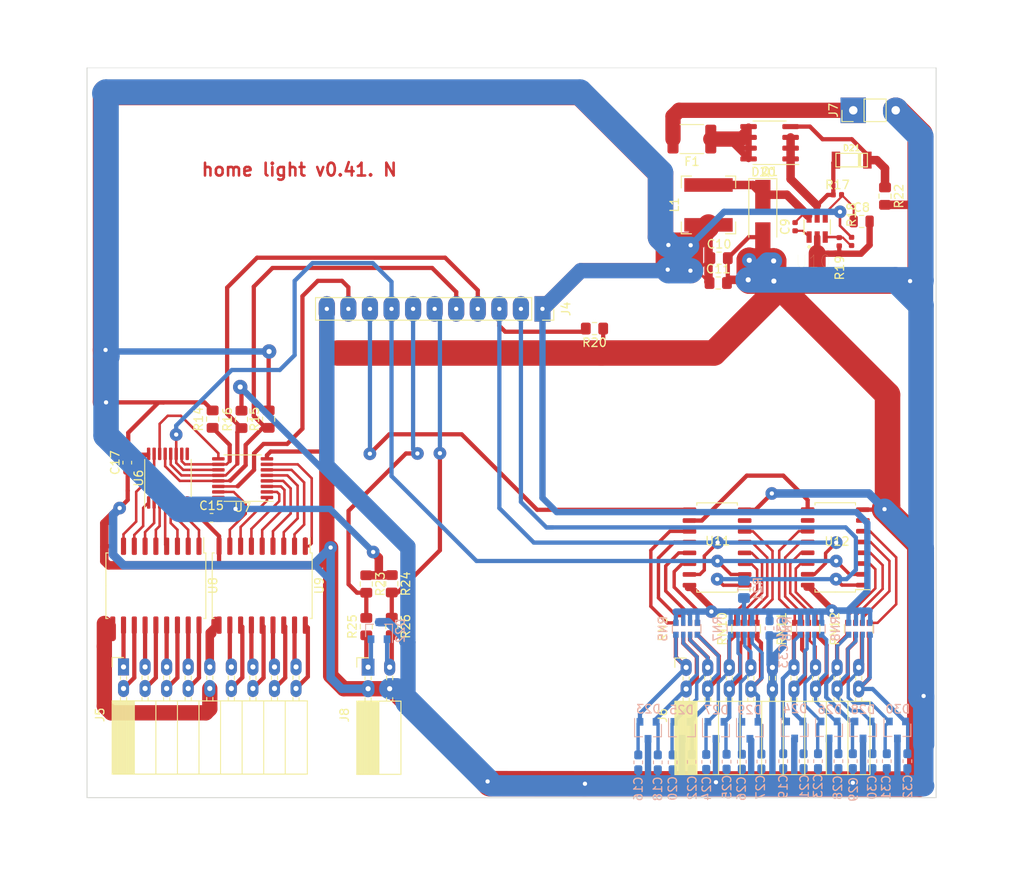
<source format=kicad_pcb>
(kicad_pcb (version 20171130) (host pcbnew "(5.1.8)-1")
  (layers (0 F.Cu mixed) (31 B.Cu mixed) (34 B.Paste user) (35 F.Paste user) (36 B.SilkS user) (37 F.SilkS user) (38 B.Mask user) (39 F.Mask user) (44 Edge.Cuts user))
  (net 0 "")
  (net 1 GND)
  (net 2 VCC)
  (net 3 IN_Shift_Load)
  (net 4 IN_CLK_Inhibit)
  (net 5 OUT_Enable)
  (net 6 OUT_Push_Data)
  (net 7 LED_Ser)
  (net 8 "Net-(R18-Pad2)")
  (net 9 "Net-(C8-Pad1)")
  (net 10 "Net-(C9-Pad2)")
  (net 11 "Net-(C16-Pad1)")
  (net 12 "Net-(C18-Pad1)")
  (net 13 "Net-(C19-Pad1)")
  (net 14 "Net-(C20-Pad1)")
  (net 15 "Net-(C21-Pad1)")
  (net 16 "Net-(C22-Pad1)")
  (net 17 "Net-(C23-Pad1)")
  (net 18 "Net-(C24-Pad1)")
  (net 19 "Net-(C25-Pad1)")
  (net 20 "Net-(C26-Pad1)")
  (net 21 "Net-(C27-Pad1)")
  (net 22 "Net-(R14-Pad1)")
  (net 23 IN_CLK)
  (net 24 "Net-(RN9-Pad6)")
  (net 25 "Net-(RN9-Pad5)")
  (net 26 "Net-(RN9-Pad8)")
  (net 27 "Net-(RN9-Pad7)")
  (net 28 "Net-(RN10-Pad7)")
  (net 29 "Net-(RN10-Pad8)")
  (net 30 "Net-(RN10-Pad5)")
  (net 31 "Net-(RN10-Pad6)")
  (net 32 "Net-(RN11-Pad6)")
  (net 33 "Net-(RN11-Pad5)")
  (net 34 "Net-(RN11-Pad8)")
  (net 35 "Net-(RN11-Pad7)")
  (net 36 "Net-(RN12-Pad7)")
  (net 37 "Net-(RN12-Pad8)")
  (net 38 "Net-(RN12-Pad5)")
  (net 39 "Net-(RN12-Pad6)")
  (net 40 IN_SER)
  (net 41 "Net-(U6-Pad14)")
  (net 42 "Net-(U11-Pad10)")
  (net 43 "Net-(C28-Pad1)")
  (net 44 "Net-(C29-Pad1)")
  (net 45 "Net-(C30-Pad1)")
  (net 46 "Net-(C31-Pad1)")
  (net 47 "Net-(C32-Pad1)")
  (net 48 "Net-(D21-Pad1)")
  (net 49 "Net-(D21-Pad2)")
  (net 50 "Net-(D22-Pad2)")
  (net 51 "Net-(D22-Pad1)")
  (net 52 I2C2_SCL)
  (net 53 I2C2_SDA)
  (net 54 "Net-(C9-Pad1)")
  (net 55 /Sheet5F465A39/oac1)
  (net 56 /Sheet5F465A39/oa8)
  (net 57 /Sheet5F465A39/oa7)
  (net 58 /Sheet5F465A39/oa6)
  (net 59 /Sheet5F465A39/oa5)
  (net 60 /Sheet5F465A39/oa4)
  (net 61 /Sheet5F465A39/oa3)
  (net 62 /Sheet5F465A39/oa2)
  (net 63 /Sheet5F465A39/oa1)
  (net 64 /Sheet5F465A39/o1)
  (net 65 /Sheet5F465A39/o8)
  (net 66 /Sheet5F465A39/o7)
  (net 67 /Sheet5F465A39/o6)
  (net 68 /Sheet5F465A39/o5)
  (net 69 /Sheet5F465A39/o4)
  (net 70 /Sheet5F465A39/o3)
  (net 71 /Sheet5F465A39/o2)
  (net 72 /Sheet5F465A39/oa16)
  (net 73 /Sheet5F465A39/oa15)
  (net 74 /Sheet5F465A39/oa14)
  (net 75 /Sheet5F465A39/oa13)
  (net 76 /Sheet5F465A39/oa12)
  (net 77 /Sheet5F465A39/oa11)
  (net 78 /Sheet5F465A39/oa10)
  (net 79 /Sheet5F465A39/oa9)
  (net 80 /Sheet5F465A39/oac2)
  (net 81 /Sheet5F465A39/o10)
  (net 82 /Sheet5F465A39/o11)
  (net 83 /Sheet5F465A39/o12)
  (net 84 /Sheet5F465A39/o13)
  (net 85 /Sheet5F465A39/o14)
  (net 86 /Sheet5F465A39/o15)
  (net 87 /Sheet5F465A39/o16)
  (net 88 /Sheet5F465A39/o9)
  (net 89 "Net-(F1-Pad2)")
  (net 90 "Net-(F1-Pad1)")
  (module Package_SO:SOIC-16_4.55x10.3mm_P1.27mm (layer F.Cu) (at 203.96 -128.98 180)
    (fp_text reference U11 (at -0.07 0.77) (layer F.SilkS))
    (fp_text value 74HC165)
    (pad 1 smd roundrect (at -3.25 -4.445 180) (size 1.6 0.55) (layers F.Cu F.Paste F.Mask) (net 3 IN_Shift_Load))
    (pad 2 smd roundrect (at -3.25 -3.175 180) (size 1.6 0.55) (layers F.Cu F.Paste F.Mask) (net 23 IN_CLK))
    (pad 3 smd roundrect (at -3.25 -1.905 180) (size 1.6 0.55) (layers F.Cu F.Paste F.Mask) (net 29 "Net-(RN10-Pad8)"))
    (pad 4 smd roundrect (at -3.25 -0.635 180) (size 1.6 0.55) (layers F.Cu F.Paste F.Mask) (net 28 "Net-(RN10-Pad7)"))
    (pad 5 smd roundrect (at -3.25 0.635 180) (size 1.6 0.55) (layers F.Cu F.Paste F.Mask) (net 31 "Net-(RN10-Pad6)"))
    (pad 6 smd roundrect (at -3.25 1.905 180) (size 1.6 0.55) (layers F.Cu F.Paste F.Mask) (net 30 "Net-(RN10-Pad5)"))
    (pad 7 smd roundrect (at -3.25 3.175 180) (size 1.6 0.55) (layers F.Cu F.Paste F.Mask))
    (pad 8 smd roundrect (at -3.25 4.445 180) (size 1.6 0.55) (layers F.Cu F.Paste F.Mask) (net 1 GND))
    (pad 9 smd roundrect (at 3.25 4.445 180) (size 1.6 0.55) (layers F.Cu F.Paste F.Mask) (net 40 IN_SER))
    (pad 10 smd roundrect (at 3.25 3.175 180) (size 1.6 0.55) (layers F.Cu F.Paste F.Mask) (net 42 "Net-(U11-Pad10)"))
    (pad 11 smd roundrect (at 3.25 1.905 180) (size 1.6 0.55) (layers F.Cu F.Paste F.Mask) (net 26 "Net-(RN9-Pad8)"))
    (pad 12 smd roundrect (at 3.25 0.635 180) (size 1.6 0.55) (layers F.Cu F.Paste F.Mask) (net 27 "Net-(RN9-Pad7)"))
    (pad 13 smd roundrect (at 3.25 -0.635 180) (size 1.6 0.55) (layers F.Cu F.Paste F.Mask) (net 24 "Net-(RN9-Pad6)"))
    (pad 14 smd roundrect (at 3.25 -1.905 180) (size 1.6 0.55) (layers F.Cu F.Paste F.Mask) (net 25 "Net-(RN9-Pad5)"))
    (pad 15 smd roundrect (at 3.25 -3.175 180) (size 1.6 0.55) (layers F.Cu F.Paste F.Mask) (net 4 IN_CLK_Inhibit))
    (pad 16 smd roundrect (at 3.25 -4.445 180) (size 1.6 0.55) (layers F.Cu F.Paste F.Mask) (net 2 VCC))
  )
  (module Connector_PinSocket_2.54mm:PinSocket_1x11_P2.54mm_Vertical (layer F.Cu) (at 183.4 -157.1 270)
    (fp_text reference J4 (at 0 -2.77 90) (layer F.SilkS))
    (fp_text value Crossboard2)
    (pad 11 thru_hole oval (at 0 25.4 270) (size 3 1.9) (drill 0.5) (layers *.Cu *.Mask) (net 1 GND))
    (pad 10 thru_hole oval (at 0 22.86 270) (size 3 1.9) (drill 0.5) (layers *.Cu *.Mask) (net 7 LED_Ser))
    (pad 9 thru_hole oval (at 0 20.32 270) (size 3 1.9) (drill 0.5) (layers *.Cu *.Mask) (net 40 IN_SER))
    (pad 8 thru_hole oval (at 0 17.78 270) (size 3 1.9) (drill 0.5) (layers *.Cu *.Mask) (net 23 IN_CLK))
    (pad 7 thru_hole oval (at 0 15.24 270) (size 3 1.9) (drill 0.5) (layers *.Cu *.Mask) (net 53 I2C2_SDA))
    (pad 6 thru_hole oval (at 0 12.7 270) (size 3 1.9) (drill 0.5) (layers *.Cu *.Mask) (net 52 I2C2_SCL))
    (pad 5 thru_hole oval (at 0 10.16 270) (size 3 1.9) (drill 0.5) (layers *.Cu *.Mask) (net 5 OUT_Enable))
    (pad 4 thru_hole oval (at 0 7.62 270) (size 3 1.9) (drill 0.5) (layers *.Cu *.Mask) (net 6 OUT_Push_Data))
    (pad 3 thru_hole oval (at 0 5.08 270) (size 3 1.9) (drill 0.5) (layers *.Cu *.Mask) (net 4 IN_CLK_Inhibit))
    (pad 2 thru_hole oval (at 0 2.54 270) (size 3 1.9) (drill 0.5) (layers *.Cu *.Mask) (net 3 IN_Shift_Load))
    (pad 1 thru_hole rect (at 0 0 270) (size 3 1.9) (drill 0.5) (layers *.Cu *.Mask) (net 2 VCC))
  )
  (module holse:PinSocket_2x09_P2.54mm_Horizontal (layer F.Cu) (at 200.32 -114.85 90)
    (fp_text reference J6 (at -5.65 -2.77 270) (layer F.SilkS))
    (fp_text value IN_Ports)
    (pad 1 thru_hole oval (at 0 0 90) (size 2 1.3) (drill 0.6) (layers *.Cu *.Mask) (net 11 "Net-(C16-Pad1)"))
    (pad 2 thru_hole oval (at -2.54 0 90) (size 2 1.3) (drill 0.6) (layers *.Cu *.Mask) (net 12 "Net-(C18-Pad1)"))
    (pad 3 thru_hole oval (at 0 2.54 90) (size 2 1.3) (drill 0.6) (layers *.Cu *.Mask) (net 14 "Net-(C20-Pad1)"))
    (pad 4 thru_hole oval (at -2.54 2.54 90) (size 2 1.3) (drill 0.6) (layers *.Cu *.Mask) (net 16 "Net-(C22-Pad1)"))
    (pad 5 thru_hole oval (at 0 5.08 90) (size 2 1.3) (drill 0.6) (layers *.Cu *.Mask) (net 18 "Net-(C24-Pad1)"))
    (pad 6 thru_hole oval (at -2.54 5.08 90) (size 2 1.3) (drill 0.6) (layers *.Cu *.Mask) (net 19 "Net-(C25-Pad1)"))
    (pad 7 thru_hole oval (at 0 7.62 90) (size 2 1.3) (drill 0.6) (layers *.Cu *.Mask) (net 20 "Net-(C26-Pad1)"))
    (pad 8 thru_hole oval (at -2.54 7.62 90) (size 2 1.3) (drill 0.6) (layers *.Cu *.Mask) (net 21 "Net-(C27-Pad1)"))
    (pad 9 thru_hole oval (at 0 10.16 90) (size 2 1.3) (drill 0.6) (layers *.Cu *.Mask) (net 1 GND))
    (pad 10 thru_hole oval (at -2.54 10.16 90) (size 2 1.3) (drill 0.6) (layers *.Cu *.Mask) (net 1 GND))
    (pad 11 thru_hole oval (at 0 12.7 90) (size 2 1.3) (drill 0.6) (layers *.Cu *.Mask) (net 13 "Net-(C19-Pad1)"))
    (pad 12 thru_hole oval (at -2.54 12.7 90) (size 2 1.3) (drill 0.6) (layers *.Cu *.Mask) (net 15 "Net-(C21-Pad1)"))
    (pad 13 thru_hole oval (at 0 15.24 90) (size 2 1.3) (drill 0.6) (layers *.Cu *.Mask) (net 17 "Net-(C23-Pad1)"))
    (pad 14 thru_hole oval (at -2.54 15.24 90) (size 2 1.3) (drill 0.6) (layers *.Cu *.Mask) (net 43 "Net-(C28-Pad1)"))
    (pad 15 thru_hole oval (at 0 17.78 90) (size 2 1.3) (drill 0.6) (layers *.Cu *.Mask) (net 44 "Net-(C29-Pad1)"))
    (pad 16 thru_hole oval (at -2.54 17.78 90) (size 2 1.3) (drill 0.6) (layers *.Cu *.Mask) (net 45 "Net-(C30-Pad1)"))
    (pad 17 thru_hole oval (at 0 20.32 90) (size 2 1.3) (drill 0.6) (layers *.Cu *.Mask) (net 46 "Net-(C31-Pad1)"))
    (pad 18 thru_hole oval (at -2.54 20.32 90) (size 2 1.3) (drill 0.6) (layers *.Cu *.Mask) (net 47 "Net-(C32-Pad1)"))
  )
  (module Capacitor_SMD:C_0603_1608Metric_Pad1.05x0.95mm_HandSolder (layer B.Cu) (at 210.14 -119.465 90)
    (fp_text reference C34 (at 0 1.43 90) (layer B.SilkS) (effects (justify mirror)))
    (fp_text value 0,1)
    (pad 1 smd roundrect (at -0.875 0 90) (size 1.05 0.95) (layers B.Cu B.Paste B.Mask) (net 1 GND))
    (pad 2 smd roundrect (at 0.875 0 90) (size 1.05 0.95) (layers B.Cu B.Paste B.Mask) (net 2 VCC))
  )
  (module holse:R_Array_Convex_4x0612 (layer F.Cu) (at 220.63 -119.4 90)
    (fp_text reference RN12 (at 0 -2.8 90) (layer F.SilkS))
    (fp_text value 1k)
    (pad 1 smd rect (at -0.7 -1.27 90) (size 0.7 0.64) (layers F.Cu F.Paste F.Mask) (net 44 "Net-(C29-Pad1)"))
    (pad 3 smd rect (at -0.7 0.4 90) (size 0.7 0.5) (layers F.Cu F.Paste F.Mask) (net 46 "Net-(C31-Pad1)"))
    (pad 2 smd rect (at -0.7 -0.4 90) (size 0.7 0.5) (layers F.Cu F.Paste F.Mask) (net 45 "Net-(C30-Pad1)"))
    (pad 4 smd rect (at -0.7 1.27 90) (size 0.7 0.64) (layers F.Cu F.Paste F.Mask) (net 47 "Net-(C32-Pad1)"))
    (pad 7 smd rect (at 0.7 -0.4 90) (size 0.7 0.5) (layers F.Cu F.Paste F.Mask) (net 36 "Net-(RN12-Pad7)"))
    (pad 8 smd rect (at 0.7 -1.27 90) (size 0.7 0.64) (layers F.Cu F.Paste F.Mask) (net 37 "Net-(RN12-Pad8)"))
    (pad 6 smd rect (at 0.7 0.4 90) (size 0.7 0.5) (layers F.Cu F.Paste F.Mask) (net 39 "Net-(RN12-Pad6)"))
    (pad 5 smd rect (at 0.7 1.27 90) (size 0.7 0.64) (layers F.Cu F.Paste F.Mask) (net 38 "Net-(RN12-Pad5)"))
  )
  (module holse:R_Array_Convex_4x0612 (layer F.Cu) (at 214.38 -119.4 90)
    (fp_text reference RN11 (at 0 -2.8 90) (layer F.SilkS))
    (fp_text value 1k)
    (pad 1 smd rect (at -0.7 -1.27 90) (size 0.7 0.64) (layers F.Cu F.Paste F.Mask) (net 13 "Net-(C19-Pad1)"))
    (pad 3 smd rect (at -0.7 0.4 90) (size 0.7 0.5) (layers F.Cu F.Paste F.Mask) (net 17 "Net-(C23-Pad1)"))
    (pad 2 smd rect (at -0.7 -0.4 90) (size 0.7 0.5) (layers F.Cu F.Paste F.Mask) (net 15 "Net-(C21-Pad1)"))
    (pad 4 smd rect (at -0.7 1.27 90) (size 0.7 0.64) (layers F.Cu F.Paste F.Mask) (net 43 "Net-(C28-Pad1)"))
    (pad 7 smd rect (at 0.7 -0.4 90) (size 0.7 0.5) (layers F.Cu F.Paste F.Mask) (net 35 "Net-(RN11-Pad7)"))
    (pad 8 smd rect (at 0.7 -1.27 90) (size 0.7 0.64) (layers F.Cu F.Paste F.Mask) (net 34 "Net-(RN11-Pad8)"))
    (pad 6 smd rect (at 0.7 0.4 90) (size 0.7 0.5) (layers F.Cu F.Paste F.Mask) (net 32 "Net-(RN11-Pad6)"))
    (pad 5 smd rect (at 0.7 1.27 90) (size 0.7 0.64) (layers F.Cu F.Paste F.Mask) (net 33 "Net-(RN11-Pad5)"))
  )
  (module holse:R_Array_Convex_4x0612 (layer F.Cu) (at 207.38 -119.4 90)
    (fp_text reference RN10 (at 0 -2.8 90) (layer F.SilkS))
    (fp_text value 1k)
    (pad 1 smd rect (at -0.7 -1.27 90) (size 0.7 0.64) (layers F.Cu F.Paste F.Mask) (net 18 "Net-(C24-Pad1)"))
    (pad 3 smd rect (at -0.7 0.4 90) (size 0.7 0.5) (layers F.Cu F.Paste F.Mask) (net 20 "Net-(C26-Pad1)"))
    (pad 2 smd rect (at -0.7 -0.4 90) (size 0.7 0.5) (layers F.Cu F.Paste F.Mask) (net 19 "Net-(C25-Pad1)"))
    (pad 4 smd rect (at -0.7 1.27 90) (size 0.7 0.64) (layers F.Cu F.Paste F.Mask) (net 21 "Net-(C27-Pad1)"))
    (pad 7 smd rect (at 0.7 -0.4 90) (size 0.7 0.5) (layers F.Cu F.Paste F.Mask) (net 28 "Net-(RN10-Pad7)"))
    (pad 8 smd rect (at 0.7 -1.27 90) (size 0.7 0.64) (layers F.Cu F.Paste F.Mask) (net 29 "Net-(RN10-Pad8)"))
    (pad 6 smd rect (at 0.7 0.4 90) (size 0.7 0.5) (layers F.Cu F.Paste F.Mask) (net 31 "Net-(RN10-Pad6)"))
    (pad 5 smd rect (at 0.7 1.27 90) (size 0.7 0.64) (layers F.Cu F.Paste F.Mask) (net 30 "Net-(RN10-Pad5)"))
  )
  (module holse:R_Array_Convex_4x0612 (layer F.Cu) (at 200.38 -119.4 90)
    (fp_text reference RN9 (at 0 -2.8 90) (layer F.SilkS))
    (fp_text value 1k)
    (pad 1 smd rect (at -0.7 -1.27 90) (size 0.7 0.64) (layers F.Cu F.Paste F.Mask) (net 11 "Net-(C16-Pad1)"))
    (pad 3 smd rect (at -0.7 0.4 90) (size 0.7 0.5) (layers F.Cu F.Paste F.Mask) (net 14 "Net-(C20-Pad1)"))
    (pad 2 smd rect (at -0.7 -0.4 90) (size 0.7 0.5) (layers F.Cu F.Paste F.Mask) (net 12 "Net-(C18-Pad1)"))
    (pad 4 smd rect (at -0.7 1.27 90) (size 0.7 0.64) (layers F.Cu F.Paste F.Mask) (net 16 "Net-(C22-Pad1)"))
    (pad 7 smd rect (at 0.7 -0.4 90) (size 0.7 0.5) (layers F.Cu F.Paste F.Mask) (net 27 "Net-(RN9-Pad7)"))
    (pad 8 smd rect (at 0.7 -1.27 90) (size 0.7 0.64) (layers F.Cu F.Paste F.Mask) (net 26 "Net-(RN9-Pad8)"))
    (pad 6 smd rect (at 0.7 0.4 90) (size 0.7 0.5) (layers F.Cu F.Paste F.Mask) (net 24 "Net-(RN9-Pad6)"))
    (pad 5 smd rect (at 0.7 1.27 90) (size 0.7 0.64) (layers F.Cu F.Paste F.Mask) (net 25 "Net-(RN9-Pad5)"))
  )
  (module holse:R_Array_Convex_4x0612_reverse (layer B.Cu) (at 200.38 -119.4 270)
    (fp_text reference RN5 (at 0 2.8 90) (layer B.SilkS) (effects (justify mirror)))
    (fp_text value 10k)
    (pad 4 smd rect (at -0.7 1.27 270) (size 0.7 0.64) (layers B.Cu B.Paste B.Mask) (net 2 VCC))
    (pad 2 smd rect (at -0.7 -0.4 270) (size 0.7 0.5) (layers B.Cu B.Paste B.Mask) (net 2 VCC))
    (pad 3 smd rect (at -0.7 0.4 270) (size 0.7 0.5) (layers B.Cu B.Paste B.Mask) (net 2 VCC))
    (pad 1 smd rect (at -0.7 -1.27 270) (size 0.7 0.64) (layers B.Cu B.Paste B.Mask) (net 2 VCC))
    (pad 6 smd rect (at 0.7 0.4 270) (size 0.7 0.5) (layers B.Cu B.Paste B.Mask) (net 12 "Net-(C18-Pad1)"))
    (pad 5 smd rect (at 0.7 1.27 270) (size 0.7 0.64) (layers B.Cu B.Paste B.Mask) (net 11 "Net-(C16-Pad1)"))
    (pad 7 smd rect (at 0.7 -0.4 270) (size 0.7 0.5) (layers B.Cu B.Paste B.Mask) (net 14 "Net-(C20-Pad1)"))
    (pad 8 smd rect (at 0.7 -1.27 270) (size 0.7 0.64) (layers B.Cu B.Paste B.Mask) (net 16 "Net-(C22-Pad1)"))
  )
  (module holse:R_Array_Convex_4x0612_reverse (layer B.Cu) (at 220.72 -119.4 270)
    (fp_text reference RN8 (at 0 2.8 90) (layer B.SilkS) (effects (justify mirror)))
    (fp_text value 10k)
    (pad 4 smd rect (at -0.7 1.27 270) (size 0.7 0.64) (layers B.Cu B.Paste B.Mask) (net 2 VCC))
    (pad 2 smd rect (at -0.7 -0.4 270) (size 0.7 0.5) (layers B.Cu B.Paste B.Mask) (net 2 VCC))
    (pad 3 smd rect (at -0.7 0.4 270) (size 0.7 0.5) (layers B.Cu B.Paste B.Mask) (net 2 VCC))
    (pad 1 smd rect (at -0.7 -1.27 270) (size 0.7 0.64) (layers B.Cu B.Paste B.Mask) (net 2 VCC))
    (pad 6 smd rect (at 0.7 0.4 270) (size 0.7 0.5) (layers B.Cu B.Paste B.Mask) (net 45 "Net-(C30-Pad1)"))
    (pad 5 smd rect (at 0.7 1.27 270) (size 0.7 0.64) (layers B.Cu B.Paste B.Mask) (net 44 "Net-(C29-Pad1)"))
    (pad 7 smd rect (at 0.7 -0.4 270) (size 0.7 0.5) (layers B.Cu B.Paste B.Mask) (net 46 "Net-(C31-Pad1)"))
    (pad 8 smd rect (at 0.7 -1.27 270) (size 0.7 0.64) (layers B.Cu B.Paste B.Mask) (net 47 "Net-(C32-Pad1)"))
  )
  (module holse:R_Array_Convex_4x0612_reverse (layer B.Cu) (at 206.83 -119.4 270)
    (fp_text reference RN7 (at 0 2.8 90) (layer B.SilkS) (effects (justify mirror)))
    (fp_text value 10k)
    (pad 4 smd rect (at -0.7 1.27 270) (size 0.7 0.64) (layers B.Cu B.Paste B.Mask) (net 2 VCC))
    (pad 2 smd rect (at -0.7 -0.4 270) (size 0.7 0.5) (layers B.Cu B.Paste B.Mask) (net 2 VCC))
    (pad 3 smd rect (at -0.7 0.4 270) (size 0.7 0.5) (layers B.Cu B.Paste B.Mask) (net 2 VCC))
    (pad 1 smd rect (at -0.7 -1.27 270) (size 0.7 0.64) (layers B.Cu B.Paste B.Mask) (net 2 VCC))
    (pad 6 smd rect (at 0.7 0.4 270) (size 0.7 0.5) (layers B.Cu B.Paste B.Mask) (net 19 "Net-(C25-Pad1)"))
    (pad 5 smd rect (at 0.7 1.27 270) (size 0.7 0.64) (layers B.Cu B.Paste B.Mask) (net 18 "Net-(C24-Pad1)"))
    (pad 7 smd rect (at 0.7 -0.4 270) (size 0.7 0.5) (layers B.Cu B.Paste B.Mask) (net 20 "Net-(C26-Pad1)"))
    (pad 8 smd rect (at 0.7 -1.27 270) (size 0.7 0.64) (layers B.Cu B.Paste B.Mask) (net 21 "Net-(C27-Pad1)"))
  )
  (module holse:R_Array_Convex_4x0612_reverse (layer B.Cu) (at 215.01 -119.4 270)
    (fp_text reference RN6 (at 0 2.8 90) (layer B.SilkS) (effects (justify mirror)))
    (fp_text value 10k)
    (pad 4 smd rect (at -0.7 1.27 270) (size 0.7 0.64) (layers B.Cu B.Paste B.Mask) (net 2 VCC))
    (pad 2 smd rect (at -0.7 -0.4 270) (size 0.7 0.5) (layers B.Cu B.Paste B.Mask) (net 2 VCC))
    (pad 3 smd rect (at -0.7 0.4 270) (size 0.7 0.5) (layers B.Cu B.Paste B.Mask) (net 2 VCC))
    (pad 1 smd rect (at -0.7 -1.27 270) (size 0.7 0.64) (layers B.Cu B.Paste B.Mask) (net 2 VCC))
    (pad 6 smd rect (at 0.7 0.4 270) (size 0.7 0.5) (layers B.Cu B.Paste B.Mask) (net 15 "Net-(C21-Pad1)"))
    (pad 5 smd rect (at 0.7 1.27 270) (size 0.7 0.64) (layers B.Cu B.Paste B.Mask) (net 13 "Net-(C19-Pad1)"))
    (pad 7 smd rect (at 0.7 -0.4 270) (size 0.7 0.5) (layers B.Cu B.Paste B.Mask) (net 17 "Net-(C23-Pad1)"))
    (pad 8 smd rect (at 0.7 -1.27 270) (size 0.7 0.64) (layers B.Cu B.Paste B.Mask) (net 43 "Net-(C28-Pad1)"))
  )
  (module holse:PinSocket_2x02_P2.54mm_Horizontal (layer F.Cu) (at 162.86 -114.88 90)
    (fp_text reference J8 (at -5.65 -2.77 90) (layer F.SilkS))
    (fp_text value I2C)
    (pad 1 thru_hole rect (at 0 0 90) (size 2 1.5) (drill 0.6) (layers *.Cu *.Mask) (net 50 "Net-(D22-Pad2)"))
    (pad 2 thru_hole oval (at -2.54 0 90) (size 2 1.5) (drill 0.6) (layers *.Cu *.Mask) (net 1 GND))
    (pad 3 thru_hole oval (at 0 2.54 90) (size 2 1.3) (drill 0.6) (layers *.Cu *.Mask) (net 51 "Net-(D22-Pad1)"))
    (pad 4 thru_hole oval (at -2.54 2.54 90) (size 2 1.3) (drill 0.6) (layers *.Cu *.Mask) (net 1 GND))
  )
  (module Connector_PinHeader_2.54mm:PinHeader_1x02_P2.54mm_Vertical (layer F.Cu) (at 220 -180.5 90)
    (fp_text reference J7 (at 0 -2.33 270) (layer F.SilkS))
    (fp_text value Power)
    (pad 2 thru_hole oval (at 0 5 90) (size 3 3) (drill 1) (layers *.Cu *.Mask) (net 1 GND))
    (pad 1 thru_hole rect (at 0 0 90) (size 3 3) (drill 1) (layers *.Cu *.Mask) (net 89 "Net-(F1-Pad2)"))
  )
  (module Fuse:Fuse_1812_4532Metric_Pad1.30x3.40mm_HandSolder (layer F.Cu) (at 200.995 -177.11 180)
    (fp_text reference F1 (at 0 -2.65) (layer F.SilkS))
    (fp_text value 0.1A)
    (pad 2 smd roundrect (at 2.225 0 180) (size 1.3 3.4) (layers F.Cu F.Paste F.Mask) (roundrect_rratio 0.192308) (net 89 "Net-(F1-Pad2)"))
    (pad 1 smd roundrect (at -2.225 0 180) (size 1.3 3.4) (layers F.Cu F.Paste F.Mask) (roundrect_rratio 0.192308) (net 90 "Net-(F1-Pad1)"))
  )
  (module Package_TO_SOT_SMD:SOT-23 (layer B.Cu) (at 225.2 -107.48 270)
    (fp_text reference D30 (at -2.45 -0.05 180) (layer B.SilkS) (effects (justify mirror)))
    (fp_text value PESD3v3S2UT)
    (pad 3 smd rect (at 1 0 270) (size 0.9 0.8) (layers B.Cu B.Paste B.Mask) (net 1 GND))
    (pad 2 smd rect (at -1 -0.95 270) (size 0.9 0.8) (layers B.Cu B.Paste B.Mask) (net 47 "Net-(C32-Pad1)"))
    (pad 1 smd rect (at -1 0.95 270) (size 0.9 0.8) (layers B.Cu B.Paste B.Mask) (net 46 "Net-(C31-Pad1)"))
  )
  (module Capacitor_SMD:C_0603_1608Metric_Pad1.05x0.95mm_HandSolder (layer B.Cu) (at 222.25 -103.805 270)
    (fp_text reference C30 (at 3.1 0.025 90) (layer B.SilkS) (effects (justify mirror)))
    (fp_text value 0.1)
    (pad 1 smd roundrect (at -0.875 0 270) (size 1.05 0.95) (layers B.Cu B.Paste B.Mask) (net 45 "Net-(C30-Pad1)"))
    (pad 2 smd roundrect (at 0.875 0 270) (size 1.05 0.95) (layers B.Cu B.Paste B.Mask) (net 1 GND))
  )
  (module holse:PinSocket_2x09_P2.54mm_Horizontal (layer F.Cu) (at 134.056 -114.907 90)
    (fp_text reference J5 (at -5.65 -2.77 270) (layer F.SilkS))
    (fp_text value OUT_PORTs)
    (pad 1 thru_hole rect (at 0 0 90) (size 2 1.3) (drill 0.6) (layers *.Cu *.Mask) (net 63 /Sheet5F465A39/oa1))
    (pad 2 thru_hole oval (at -2.54 0 90) (size 2 1.3) (drill 0.6) (layers *.Cu *.Mask) (net 62 /Sheet5F465A39/oa2))
    (pad 3 thru_hole oval (at 0 2.54 90) (size 2 1.3) (drill 0.6) (layers *.Cu *.Mask) (net 61 /Sheet5F465A39/oa3))
    (pad 4 thru_hole oval (at -2.54 2.54 90) (size 2 1.3) (drill 0.6) (layers *.Cu *.Mask) (net 60 /Sheet5F465A39/oa4))
    (pad 5 thru_hole oval (at 0 5.08 90) (size 2 1.3) (drill 0.6) (layers *.Cu *.Mask) (net 59 /Sheet5F465A39/oa5))
    (pad 6 thru_hole oval (at -2.54 5.08 90) (size 2 1.3) (drill 0.6) (layers *.Cu *.Mask) (net 58 /Sheet5F465A39/oa6))
    (pad 7 thru_hole oval (at 0 7.62 90) (size 2 1.3) (drill 0.6) (layers *.Cu *.Mask) (net 57 /Sheet5F465A39/oa7))
    (pad 8 thru_hole oval (at -2.54 7.62 90) (size 2 1.3) (drill 0.6) (layers *.Cu *.Mask) (net 56 /Sheet5F465A39/oa8))
    (pad 9 thru_hole oval (at 0 10.16 90) (size 2 1.3) (drill 0.6) (layers *.Cu *.Mask) (net 80 /Sheet5F465A39/oac2))
    (pad 10 thru_hole oval (at -2.54 10.16 90) (size 2 1.3) (drill 0.6) (layers *.Cu *.Mask) (net 55 /Sheet5F465A39/oac1))
    (pad 11 thru_hole oval (at 0 12.7 90) (size 2 1.3) (drill 0.6) (layers *.Cu *.Mask) (net 79 /Sheet5F465A39/oa9))
    (pad 12 thru_hole oval (at -2.54 12.7 90) (size 2 1.3) (drill 0.6) (layers *.Cu *.Mask) (net 78 /Sheet5F465A39/oa10))
    (pad 13 thru_hole oval (at 0 15.24 90) (size 2 1.3) (drill 0.6) (layers *.Cu *.Mask) (net 77 /Sheet5F465A39/oa11))
    (pad 14 thru_hole oval (at -2.54 15.24 90) (size 2 1.3) (drill 0.6) (layers *.Cu *.Mask) (net 76 /Sheet5F465A39/oa12))
    (pad 15 thru_hole oval (at 0 17.78 90) (size 2 1.3) (drill 0.6) (layers *.Cu *.Mask) (net 75 /Sheet5F465A39/oa13))
    (pad 16 thru_hole oval (at -2.54 17.78 90) (size 2 1.3) (drill 0.6) (layers *.Cu *.Mask) (net 74 /Sheet5F465A39/oa14))
    (pad 17 thru_hole oval (at 0 20.32 90) (size 2 1.3) (drill 0.6) (layers *.Cu *.Mask) (net 73 /Sheet5F465A39/oa15))
    (pad 18 thru_hole oval (at -2.54 20.32 90) (size 2 1.3) (drill 0.6) (layers *.Cu *.Mask) (net 72 /Sheet5F465A39/oa16))
  )
  (module holse:SOT26 (layer F.Cu) (at 215.75 -166.75 90)
    (fp_text reference U10 (at -4.05 -0.475 180) (layer F.SilkS) (effects (font (size 1.44 1.44) (thickness 0.015))))
    (fp_text value AP5100)
    (pad 1 smd rect (at -1.185 -0.95 90) (size 1.35 0.6) (layers F.Cu F.Paste F.Mask) (net 54 "Net-(C9-Pad1)"))
    (pad 2 smd rect (at -1.185 0 90) (size 1.35 0.6) (layers F.Cu F.Paste F.Mask) (net 1 GND))
    (pad 3 smd rect (at -1.185 0.95 90) (size 1.35 0.6) (layers F.Cu F.Paste F.Mask) (net 8 "Net-(R18-Pad2)"))
    (pad 4 smd rect (at 1.185 0.95 90) (size 1.35 0.6) (layers F.Cu F.Paste F.Mask) (net 9 "Net-(C8-Pad1)"))
    (pad 5 smd rect (at 1.185 0 90) (size 1.35 0.6) (layers F.Cu F.Paste F.Mask) (net 48 "Net-(D21-Pad1)"))
    (pad 6 smd rect (at 1.185 -0.95 90) (size 1.35 0.6) (layers F.Cu F.Paste F.Mask) (net 10 "Net-(C9-Pad2)"))
  )
  (module Capacitor_SMD:C_0805_2012Metric (layer F.Cu) (at 220.9875 -167.4)
    (fp_text reference C8 (at 0 -1.65) (layer F.SilkS))
    (fp_text value 10uf)
    (pad 1 smd roundrect (at -0.9375 0) (size 0.975 1.4) (layers F.Cu F.Paste F.Mask) (net 9 "Net-(C8-Pad1)"))
    (pad 2 smd roundrect (at 0.9375 0) (size 0.975 1.4) (layers F.Cu F.Paste F.Mask) (net 1 GND))
  )
  (module Capacitor_SMD:C_0402_1005Metric (layer F.Cu) (at 213.15 -166.785 90)
    (fp_text reference C9 (at 0 -1.17 90) (layer F.SilkS))
    (fp_text value 22nf)
    (pad 1 smd roundrect (at -0.485 0 90) (size 0.59 0.64) (layers F.Cu F.Paste F.Mask) (net 54 "Net-(C9-Pad1)"))
    (pad 2 smd roundrect (at 0.485 0 90) (size 0.59 0.64) (layers F.Cu F.Paste F.Mask) (net 10 "Net-(C9-Pad2)"))
  )
  (module Capacitor_SMD:C_0805_2012Metric_Pad1.15x1.40mm_HandSolder (layer F.Cu) (at 204.2 -163.075)
    (fp_text reference C10 (at 0 -1.65) (layer F.SilkS))
    (fp_text value 0.1uf)
    (pad 1 smd roundrect (at -1.025 0) (size 1.15 1.4) (layers F.Cu F.Paste F.Mask) (roundrect_rratio 0.217391) (net 2 VCC))
    (pad 2 smd roundrect (at 1.025 0) (size 1.15 1.4) (layers F.Cu F.Paste F.Mask) (roundrect_rratio 0.217391) (net 1 GND))
  )
  (module Capacitor_SMD:C_0805_2012Metric_Pad1.15x1.40mm_HandSolder (layer F.Cu) (at 204.1 -160.15)
    (fp_text reference C11 (at 0 -1.65) (layer F.SilkS))
    (fp_text value 22uf)
    (pad 2 smd roundrect (at 1.025 0) (size 1.15 1.4) (layers F.Cu F.Paste F.Mask) (roundrect_rratio 0.217391) (net 1 GND))
    (pad 1 smd roundrect (at -1.025 0) (size 1.15 1.4) (layers F.Cu F.Paste F.Mask) (roundrect_rratio 0.217391) (net 2 VCC))
  )
  (module Capacitor_SMD:C_0603_1608Metric_Pad1.05x0.95mm_HandSolder (layer F.Cu) (at 144.425 -132.48)
    (fp_text reference C15 (at 0 -1.43) (layer F.SilkS))
    (fp_text value 0,1)
    (pad 2 smd roundrect (at 0.875 0) (size 1.05 0.95) (layers F.Cu F.Paste F.Mask) (net 2 VCC))
    (pad 1 smd roundrect (at -0.875 0) (size 1.05 0.95) (layers F.Cu F.Paste F.Mask) (net 1 GND))
  )
  (module Capacitor_SMD:C_0603_1608Metric_Pad1.05x0.95mm_HandSolder (layer B.Cu) (at 194.68 -103.665 270)
    (fp_text reference C16 (at 3.125 0 270) (layer B.SilkS) (effects (justify mirror)))
    (fp_text value 0,1)
    (pad 1 smd roundrect (at -0.875 0 270) (size 1.05 0.95) (layers B.Cu B.Paste B.Mask) (net 11 "Net-(C16-Pad1)"))
    (pad 2 smd roundrect (at 0.875 0 270) (size 1.05 0.95) (layers B.Cu B.Paste B.Mask) (net 1 GND))
  )
  (module Capacitor_SMD:C_0603_1608Metric_Pad1.05x0.95mm_HandSolder (layer F.Cu) (at 134.5 -138.98 90)
    (fp_text reference C17 (at 0 -1.43 90) (layer F.SilkS))
    (fp_text value 0,1)
    (pad 1 smd roundrect (at -0.875 0 90) (size 1.05 0.95) (layers F.Cu F.Paste F.Mask) (net 1 GND))
    (pad 2 smd roundrect (at 0.875 0 90) (size 1.05 0.95) (layers F.Cu F.Paste F.Mask) (net 2 VCC))
  )
  (module Capacitor_SMD:C_0603_1608Metric_Pad1.05x0.95mm_HandSolder (layer B.Cu) (at 196.98 -103.665 270)
    (fp_text reference C18 (at 3.125 0 270) (layer B.SilkS) (effects (justify mirror)))
    (fp_text value 0.1)
    (pad 1 smd roundrect (at -0.875 0 270) (size 1.05 0.95) (layers B.Cu B.Paste B.Mask) (net 12 "Net-(C18-Pad1)"))
    (pad 2 smd roundrect (at 0.875 0 270) (size 1.05 0.95) (layers B.Cu B.Paste B.Mask) (net 1 GND))
  )
  (module Capacitor_SMD:C_0603_1608Metric_Pad1.05x0.95mm_HandSolder (layer B.Cu) (at 211.75 -103.805 270)
    (fp_text reference C19 (at 3 0 270) (layer B.SilkS) (effects (justify mirror)))
    (fp_text value 0,1)
    (pad 2 smd roundrect (at 0.875 0 270) (size 1.05 0.95) (layers B.Cu B.Paste B.Mask) (net 1 GND))
    (pad 1 smd roundrect (at -0.875 0 270) (size 1.05 0.95) (layers B.Cu B.Paste B.Mask) (net 13 "Net-(C19-Pad1)"))
  )
  (module Capacitor_SMD:C_0603_1608Metric_Pad1.05x0.95mm_HandSolder (layer B.Cu) (at 198.73 -103.665 270)
    (fp_text reference C20 (at 3.075 0 270) (layer B.SilkS) (effects (justify mirror)))
    (fp_text value 0,1 hide)
    (pad 1 smd roundrect (at -0.875 0 270) (size 1.05 0.95) (layers B.Cu B.Paste B.Mask) (net 14 "Net-(C20-Pad1)"))
    (pad 2 smd roundrect (at 0.875 0 270) (size 1.05 0.95) (layers B.Cu B.Paste B.Mask) (net 1 GND))
  )
  (module Capacitor_SMD:C_0603_1608Metric_Pad1.05x0.95mm_HandSolder (layer B.Cu) (at 214.15 -103.805 270)
    (fp_text reference C21 (at 3 -0.1 90) (layer B.SilkS) (effects (justify mirror)))
    (fp_text value 0.1 hide)
    (pad 1 smd roundrect (at -0.875 0 270) (size 1.05 0.95) (layers B.Cu B.Paste B.Mask) (net 15 "Net-(C21-Pad1)"))
    (pad 2 smd roundrect (at 0.875 0 270) (size 1.05 0.95) (layers B.Cu B.Paste B.Mask) (net 1 GND))
  )
  (module Capacitor_SMD:C_0603_1608Metric_Pad1.05x0.95mm_HandSolder (layer B.Cu) (at 200.98 -103.715 270)
    (fp_text reference C22 (at 3.05 -0.05 270) (layer B.SilkS) (effects (justify mirror)))
    (fp_text value 0.1)
    (pad 1 smd roundrect (at -0.875 0 270) (size 1.05 0.95) (layers B.Cu B.Paste B.Mask) (net 16 "Net-(C22-Pad1)"))
    (pad 2 smd roundrect (at 0.875 0 270) (size 1.05 0.95) (layers B.Cu B.Paste B.Mask) (net 1 GND))
  )
  (module Capacitor_SMD:C_0603_1608Metric_Pad1.05x0.95mm_HandSolder (layer B.Cu) (at 215.85 -103.805 270)
    (fp_text reference C23 (at 2.925 0 270) (layer B.SilkS) (effects (justify mirror)))
    (fp_text value 0,1)
    (pad 2 smd roundrect (at 0.875 0 270) (size 1.05 0.95) (layers B.Cu B.Paste B.Mask) (net 1 GND))
    (pad 1 smd roundrect (at -0.875 0 270) (size 1.05 0.95) (layers B.Cu B.Paste B.Mask) (net 17 "Net-(C23-Pad1)"))
  )
  (module Capacitor_SMD:C_0603_1608Metric_Pad1.05x0.95mm_HandSolder (layer B.Cu) (at 202.68 -103.715 270)
    (fp_text reference C24 (at 3.125 -0.05 270) (layer B.SilkS) (effects (justify mirror)))
    (fp_text value 0,1)
    (pad 2 smd roundrect (at 0.875 0 270) (size 1.05 0.95) (layers B.Cu B.Paste B.Mask) (net 1 GND))
    (pad 1 smd roundrect (at -0.875 0 270) (size 1.05 0.95) (layers B.Cu B.Paste B.Mask) (net 18 "Net-(C24-Pad1)"))
  )
  (module Capacitor_SMD:C_0603_1608Metric_Pad1.05x0.95mm_HandSolder (layer B.Cu) (at 205.08 -103.74 270)
    (fp_text reference C25 (at 3 -0.05 270) (layer B.SilkS) (effects (justify mirror)))
    (fp_text value 0.1)
    (pad 1 smd roundrect (at -0.875 0 270) (size 1.05 0.95) (layers B.Cu B.Paste B.Mask) (net 19 "Net-(C25-Pad1)"))
    (pad 2 smd roundrect (at 0.875 0 270) (size 1.05 0.95) (layers B.Cu B.Paste B.Mask) (net 1 GND))
  )
  (module Capacitor_SMD:C_0603_1608Metric_Pad1.05x0.95mm_HandSolder (layer B.Cu) (at 206.88 -103.74 270)
    (fp_text reference C26 (at 3.175 0.05 270) (layer B.SilkS) (effects (justify mirror)))
    (fp_text value 0,1)
    (pad 2 smd roundrect (at 0.875 0 270) (size 1.05 0.95) (layers B.Cu B.Paste B.Mask) (net 1 GND))
    (pad 1 smd roundrect (at -0.875 0 270) (size 1.05 0.95) (layers B.Cu B.Paste B.Mask) (net 20 "Net-(C26-Pad1)"))
  )
  (module Capacitor_SMD:C_0603_1608Metric_Pad1.05x0.95mm_HandSolder (layer B.Cu) (at 209.18 -103.765 270)
    (fp_text reference C27 (at 3.025 0.1 270) (layer B.SilkS) (effects (justify mirror)))
    (fp_text value 0.1)
    (pad 1 smd roundrect (at -0.875 0 270) (size 1.05 0.95) (layers B.Cu B.Paste B.Mask) (net 21 "Net-(C27-Pad1)"))
    (pad 2 smd roundrect (at 0.875 0 270) (size 1.05 0.95) (layers B.Cu B.Paste B.Mask) (net 1 GND))
  )
  (module Capacitor_SMD:C_0603_1608Metric_Pad1.05x0.95mm_HandSolder (layer B.Cu) (at 218.25 -103.805 270)
    (fp_text reference C28 (at 3.125 0.075 90) (layer B.SilkS) (effects (justify mirror)))
    (fp_text value 0.1)
    (pad 1 smd roundrect (at -0.875 0 270) (size 1.05 0.95) (layers B.Cu B.Paste B.Mask) (net 43 "Net-(C28-Pad1)"))
    (pad 2 smd roundrect (at 0.875 0 270) (size 1.05 0.95) (layers B.Cu B.Paste B.Mask) (net 1 GND))
  )
  (module Capacitor_SMD:C_0603_1608Metric_Pad1.05x0.95mm_HandSolder (layer B.Cu) (at 219.95 -103.805 270)
    (fp_text reference C29 (at 3.325 -0.075 90) (layer B.SilkS) (effects (justify mirror)))
    (fp_text value 0,1)
    (pad 2 smd roundrect (at 0.875 0 270) (size 1.05 0.95) (layers B.Cu B.Paste B.Mask) (net 1 GND))
    (pad 1 smd roundrect (at -0.875 0 270) (size 1.05 0.95) (layers B.Cu B.Paste B.Mask) (net 44 "Net-(C29-Pad1)"))
  )
  (module Capacitor_SMD:C_0603_1608Metric_Pad1.05x0.95mm_HandSolder (layer B.Cu) (at 223.95 -103.805 270)
    (fp_text reference C31 (at 3.1 0.075 270) (layer B.SilkS) (effects (justify mirror)))
    (fp_text value 0,1)
    (pad 2 smd roundrect (at 0.875 0 270) (size 1.05 0.95) (layers B.Cu B.Paste B.Mask) (net 1 GND))
    (pad 1 smd roundrect (at -0.875 0 270) (size 1.05 0.95) (layers B.Cu B.Paste B.Mask) (net 46 "Net-(C31-Pad1)"))
  )
  (module Capacitor_SMD:C_0603_1608Metric_Pad1.05x0.95mm_HandSolder (layer B.Cu) (at 226.375 -103.805 270)
    (fp_text reference C32 (at 3.025 -0.05 90) (layer B.SilkS) (effects (justify mirror)))
    (fp_text value 0.1)
    (pad 1 smd roundrect (at -0.875 0 270) (size 1.05 0.95) (layers B.Cu B.Paste B.Mask) (net 47 "Net-(C32-Pad1)"))
    (pad 2 smd roundrect (at 0.875 0 270) (size 1.05 0.95) (layers B.Cu B.Paste B.Mask) (net 1 GND))
  )
  (module Capacitor_SMD:C_0603_1608Metric_Pad1.05x0.95mm_HandSolder (layer B.Cu) (at 211.79 -119.485 90)
    (fp_text reference C33 (at -3.3 0 90) (layer B.SilkS) (effects (justify mirror)))
    (fp_text value 0,1)
    (pad 2 smd roundrect (at 0.875 0 90) (size 1.05 0.95) (layers B.Cu B.Paste B.Mask) (net 2 VCC))
    (pad 1 smd roundrect (at -0.875 0 90) (size 1.05 0.95) (layers B.Cu B.Paste B.Mask) (net 1 GND))
  )
  (module Diode_SMD:D_SMA_Handsoldering (layer F.Cu) (at 209.35 -168.05 270)
    (fp_text reference D20 (at -5.175 -0.075 180) (layer F.SilkS))
    (fp_text value SS14)
    (pad 1 smd rect (at -2.5 0 270) (size 3.5 1.8) (layers F.Cu F.Paste F.Mask) (net 10 "Net-(C9-Pad2)"))
    (pad 2 smd rect (at 2.5 0 270) (size 3.5 1.8) (layers F.Cu F.Paste F.Mask) (net 1 GND))
  )
  (module holse:sod80c (layer F.Cu) (at 219.81088 -174.63)
    (fp_text reference D21 (at 0 -1.4224) (layer F.SilkS) (effects (font (size 0.70104 0.70104) (thickness 0.14986))))
    (fp_text value BZV55-C10 hide)
    (pad 1 smd rect (at -1.84912 0) (size 1.00076 1.99898) (layers F.Cu F.Paste F.Mask) (net 48 "Net-(D21-Pad1)"))
    (pad 2 smd rect (at 1.84912 0) (size 1.00076 1.99898) (layers F.Cu F.Paste F.Mask) (net 49 "Net-(D21-Pad2)"))
  )
  (module Package_TO_SOT_SMD:SOT-23 (layer B.Cu) (at 164.15 -119.18 90)
    (fp_text reference D22 (at 0 2.5 90) (layer B.SilkS) (effects (justify mirror)))
    (fp_text value PESD3v3S2UT)
    (pad 3 smd rect (at 1 0 90) (size 0.9 0.8) (layers B.Cu B.Paste B.Mask) (net 1 GND))
    (pad 2 smd rect (at -1 -0.95 90) (size 0.9 0.8) (layers B.Cu B.Paste B.Mask) (net 50 "Net-(D22-Pad2)"))
    (pad 1 smd rect (at -1 0.95 90) (size 0.9 0.8) (layers B.Cu B.Paste B.Mask) (net 51 "Net-(D22-Pad1)"))
  )
  (module Package_TO_SOT_SMD:SOT-23 (layer B.Cu) (at 195.83 -107.44 270)
    (fp_text reference D23 (at -2.5 -0.05) (layer B.SilkS) (effects (justify mirror)))
    (fp_text value PESD3v3S2UT)
    (pad 3 smd rect (at 1 0 270) (size 0.9 0.8) (layers B.Cu B.Paste B.Mask) (net 1 GND))
    (pad 2 smd rect (at -1 -0.95 270) (size 0.9 0.8) (layers B.Cu B.Paste B.Mask) (net 12 "Net-(C18-Pad1)"))
    (pad 1 smd rect (at -1 0.95 270) (size 0.9 0.8) (layers B.Cu B.Paste B.Mask) (net 11 "Net-(C16-Pad1)"))
  )
  (module Package_TO_SOT_SMD:SOT-23 (layer B.Cu) (at 213.1 -107.48 270)
    (fp_text reference D24 (at -2.5 -0.05 180) (layer B.SilkS) (effects (justify mirror)))
    (fp_text value PESD3v3S2UT)
    (pad 3 smd rect (at 1 0 270) (size 0.9 0.8) (layers B.Cu B.Paste B.Mask) (net 1 GND))
    (pad 2 smd rect (at -1 -0.95 270) (size 0.9 0.8) (layers B.Cu B.Paste B.Mask) (net 15 "Net-(C21-Pad1)"))
    (pad 1 smd rect (at -1 0.95 270) (size 0.9 0.8) (layers B.Cu B.Paste B.Mask) (net 13 "Net-(C19-Pad1)"))
  )
  (module Package_TO_SOT_SMD:SOT-23 (layer B.Cu) (at 199.83 -107.44 270)
    (fp_text reference D25 (at -2.4 0.05) (layer B.SilkS) (effects (justify mirror)))
    (fp_text value PESD3v3S2UT)
    (pad 1 smd rect (at -1 0.95 270) (size 0.9 0.8) (layers B.Cu B.Paste B.Mask) (net 14 "Net-(C20-Pad1)"))
    (pad 2 smd rect (at -1 -0.95 270) (size 0.9 0.8) (layers B.Cu B.Paste B.Mask) (net 16 "Net-(C22-Pad1)"))
    (pad 3 smd rect (at 1 0 270) (size 0.9 0.8) (layers B.Cu B.Paste B.Mask) (net 1 GND))
  )
  (module Package_TO_SOT_SMD:SOT-23 (layer B.Cu) (at 217.15 -107.48 270)
    (fp_text reference D26 (at -2.4 -0.1 180) (layer B.SilkS) (effects (justify mirror)))
    (fp_text value PESD3v3S2UT)
    (pad 1 smd rect (at -1 0.95 270) (size 0.9 0.8) (layers B.Cu B.Paste B.Mask) (net 17 "Net-(C23-Pad1)"))
    (pad 2 smd rect (at -1 -0.95 270) (size 0.9 0.8) (layers B.Cu B.Paste B.Mask) (net 43 "Net-(C28-Pad1)"))
    (pad 3 smd rect (at 1 0 270) (size 0.9 0.8) (layers B.Cu B.Paste B.Mask) (net 1 GND))
  )
  (module Package_TO_SOT_SMD:SOT-23 (layer B.Cu) (at 203.83 -107.44 270)
    (fp_text reference D27 (at -2.4 -0.05 180) (layer B.SilkS) (effects (justify mirror)))
    (fp_text value PESD3v3S2UT)
    (pad 1 smd rect (at -1 0.95 270) (size 0.9 0.8) (layers B.Cu B.Paste B.Mask) (net 18 "Net-(C24-Pad1)"))
    (pad 2 smd rect (at -1 -0.95 270) (size 0.9 0.8) (layers B.Cu B.Paste B.Mask) (net 19 "Net-(C25-Pad1)"))
    (pad 3 smd rect (at 1 0 270) (size 0.9 0.8) (layers B.Cu B.Paste B.Mask) (net 1 GND))
  )
  (module Package_TO_SOT_SMD:SOT-23 (layer B.Cu) (at 221.15 -107.48 270)
    (fp_text reference D28 (at -2.4 0 180) (layer B.SilkS) (effects (justify mirror)))
    (fp_text value PESD3v3S2UT)
    (pad 1 smd rect (at -1 0.95 270) (size 0.9 0.8) (layers B.Cu B.Paste B.Mask) (net 44 "Net-(C29-Pad1)"))
    (pad 2 smd rect (at -1 -0.95 270) (size 0.9 0.8) (layers B.Cu B.Paste B.Mask) (net 45 "Net-(C30-Pad1)"))
    (pad 3 smd rect (at 1 0 270) (size 0.9 0.8) (layers B.Cu B.Paste B.Mask) (net 1 GND))
  )
  (module Package_TO_SOT_SMD:SOT-23 (layer B.Cu) (at 207.83 -107.44 270)
    (fp_text reference D29 (at -2.4 0.05 180) (layer B.SilkS) (effects (justify mirror)))
    (fp_text value PESD3v3S2UT)
    (pad 3 smd rect (at 1 0 270) (size 0.9 0.8) (layers B.Cu B.Paste B.Mask) (net 1 GND))
    (pad 2 smd rect (at -1 -0.95 270) (size 0.9 0.8) (layers B.Cu B.Paste B.Mask) (net 21 "Net-(C27-Pad1)"))
    (pad 1 smd rect (at -1 0.95 270) (size 0.9 0.8) (layers B.Cu B.Paste B.Mask) (net 20 "Net-(C26-Pad1)"))
  )
  (module Inductor_SMD:L_Bourns-SRN6028 (layer F.Cu) (at 202.95 -169.35 270)
    (fp_text reference L1 (at 0 4 90) (layer F.SilkS))
    (fp_text value L)
    (pad 1 smd rect (at -2.35 0 270) (size 1.6 5.7) (layers F.Cu F.Paste F.Mask) (net 10 "Net-(C9-Pad2)"))
    (pad 2 smd rect (at 2.35 0 270) (size 1.6 5.7) (layers F.Cu F.Paste F.Mask) (net 2 VCC))
  )
  (module Package_SO:SOIC-8_3.9x4.9mm_P1.27mm (layer F.Cu) (at 210.145 -176.675 180)
    (fp_text reference Q1 (at 0 -3.4) (layer F.SilkS))
    (fp_text value AO4407A)
    (pad 1 smd roundrect (at -2.475 -1.905 180) (size 1.95 0.6) (layers F.Cu F.Paste F.Mask) (net 48 "Net-(D21-Pad1)"))
    (pad 2 smd roundrect (at -2.475 -0.635 180) (size 1.95 0.6) (layers F.Cu F.Paste F.Mask) (net 48 "Net-(D21-Pad1)"))
    (pad 3 smd roundrect (at -2.475 0.635 180) (size 1.95 0.6) (layers F.Cu F.Paste F.Mask) (net 48 "Net-(D21-Pad1)"))
    (pad 4 smd roundrect (at -2.475 1.905 180) (size 1.95 0.6) (layers F.Cu F.Paste F.Mask) (net 49 "Net-(D21-Pad2)"))
    (pad 5 smd roundrect (at 2.475 1.905 180) (size 1.95 0.6) (layers F.Cu F.Paste F.Mask) (net 90 "Net-(F1-Pad1)"))
    (pad 6 smd roundrect (at 2.475 0.635 180) (size 1.95 0.6) (layers F.Cu F.Paste F.Mask) (net 90 "Net-(F1-Pad1)"))
    (pad 7 smd roundrect (at 2.475 -0.635 180) (size 1.95 0.6) (layers F.Cu F.Paste F.Mask) (net 90 "Net-(F1-Pad1)"))
    (pad 8 smd roundrect (at 2.475 -1.905 180) (size 1.95 0.6) (layers F.Cu F.Paste F.Mask) (net 90 "Net-(F1-Pad1)"))
  )
  (module Resistor_SMD:R_0805_2012Metric_Pad1.15x1.40mm_HandSolder (layer F.Cu) (at 144.55 -144.105 90)
    (fp_text reference R14 (at 0 -1.65 90) (layer F.SilkS))
    (fp_text value 100k)
    (pad 2 smd roundrect (at 1.025 0 90) (size 1.15 1.4) (layers F.Cu F.Paste F.Mask) (roundrect_rratio 0.217391) (net 2 VCC))
    (pad 1 smd roundrect (at -1.025 0 90) (size 1.15 1.4) (layers F.Cu F.Paste F.Mask) (roundrect_rratio 0.217391) (net 22 "Net-(R14-Pad1)"))
  )
  (module Resistor_SMD:R_0805_2012Metric_Pad1.15x1.40mm_HandSolder (layer F.Cu) (at 151.15 -144.105 90)
    (fp_text reference R15 (at 0 -1.65 90) (layer F.SilkS))
    (fp_text value 100k)
    (pad 1 smd roundrect (at -1.025 0 90) (size 1.15 1.4) (layers F.Cu F.Paste F.Mask) (roundrect_rratio 0.217391) (net 5 OUT_Enable))
    (pad 2 smd roundrect (at 1.025 0 90) (size 1.15 1.4) (layers F.Cu F.Paste F.Mask) (roundrect_rratio 0.217391) (net 2 VCC))
  )
  (module Resistor_SMD:R_0805_2012Metric_Pad1.15x1.40mm_HandSolder (layer F.Cu) (at 147.95 -144.08 90)
    (fp_text reference R16 (at 0 -1.65 90) (layer F.SilkS))
    (fp_text value 100k)
    (pad 2 smd roundrect (at 1.025 0 90) (size 1.15 1.4) (layers F.Cu F.Paste F.Mask) (roundrect_rratio 0.217391) (net 1 GND))
    (pad 1 smd roundrect (at -1.025 0 90) (size 1.15 1.4) (layers F.Cu F.Paste F.Mask) (roundrect_rratio 0.217391) (net 6 OUT_Push_Data))
  )
  (module Resistor_SMD:R_0402_1005Metric (layer F.Cu) (at 218.135 -170.55)
    (fp_text reference R17 (at 0 -1.17) (layer F.SilkS))
    (fp_text value 100k)
    (pad 1 smd roundrect (at -0.485 0) (size 0.59 0.64) (layers F.Cu F.Paste F.Mask) (net 48 "Net-(D21-Pad1)"))
    (pad 2 smd roundrect (at 0.485 0) (size 0.59 0.64) (layers F.Cu F.Paste F.Mask) (net 9 "Net-(C8-Pad1)"))
  )
  (module Resistor_SMD:R_0402_1005Metric (layer F.Cu) (at 219.8 -165.05 270)
    (fp_text reference R18 (at -3.14 0 270) (layer F.SilkS))
    (fp_text value 3.74k)
    (pad 2 smd roundrect (at 0.485 0 270) (size 0.59 0.64) (layers F.Cu F.Paste F.Mask) (net 8 "Net-(R18-Pad2)"))
    (pad 1 smd roundrect (at -0.485 0 270) (size 0.59 0.64) (layers F.Cu F.Paste F.Mask) (net 2 VCC))
  )
  (module Resistor_SMD:R_0402_1005Metric (layer F.Cu) (at 218.35 -165.015 270)
    (fp_text reference R19 (at 3.09 -0.05 270) (layer F.SilkS))
    (fp_text value 1.21k)
    (pad 1 smd roundrect (at -0.485 0 270) (size 0.59 0.64) (layers F.Cu F.Paste F.Mask) (net 8 "Net-(R18-Pad2)"))
    (pad 2 smd roundrect (at 0.485 0 270) (size 0.59 0.64) (layers F.Cu F.Paste F.Mask) (net 1 GND))
  )
  (module Resistor_SMD:R_0805_2012Metric_Pad1.15x1.40mm_HandSolder (layer F.Cu) (at 189.525 -154.78 180)
    (fp_text reference R20 (at 0 -1.65) (layer F.SilkS))
    (fp_text value 100k)
    (pad 1 smd roundrect (at -1.025 0 180) (size 1.15 1.4) (layers F.Cu F.Paste F.Mask) (roundrect_rratio 0.217391) (net 1 GND))
    (pad 2 smd roundrect (at 1.025 0 180) (size 1.15 1.4) (layers F.Cu F.Paste F.Mask) (roundrect_rratio 0.217391) (net 4 IN_CLK_Inhibit))
  )
  (module Resistor_SMD:R_0805_2012Metric_Pad1.15x1.40mm_HandSolder (layer B.Cu) (at 207.13 -124.055 90)
    (fp_text reference R21 (at 0 1.65 -90) (layer B.SilkS) (effects (justify mirror)))
    (fp_text value 100k)
    (pad 2 smd roundrect (at 1.025 0 90) (size 1.15 1.4) (layers B.Cu B.Paste B.Mask) (roundrect_rratio 0.217391) (net 3 IN_Shift_Load))
    (pad 1 smd roundrect (at -1.025 0 90) (size 1.15 1.4) (layers B.Cu B.Paste B.Mask) (roundrect_rratio 0.217391) (net 2 VCC))
  )
  (module Resistor_SMD:R_0805_2012Metric_Pad1.15x1.40mm_HandSolder (layer F.Cu) (at 223.74 -170.385 270)
    (fp_text reference R22 (at 0 -1.65 90) (layer F.SilkS))
    (fp_text value 100k)
    (pad 2 smd roundrect (at 1.025 0 270) (size 1.15 1.4) (layers F.Cu F.Paste F.Mask) (roundrect_rratio 0.217391) (net 1 GND))
    (pad 1 smd roundrect (at -1.025 0 270) (size 1.15 1.4) (layers F.Cu F.Paste F.Mask) (roundrect_rratio 0.217391) (net 49 "Net-(D21-Pad2)"))
  )
  (module Resistor_SMD:R_0805_2012Metric_Pad1.15x1.40mm_HandSolder (layer F.Cu) (at 162.65 -124.68 270)
    (fp_text reference R23 (at 0 -1.65 90) (layer F.SilkS))
    (fp_text value 10k)
    (pad 1 smd roundrect (at -1.025 0 270) (size 1.15 1.4) (layers F.Cu F.Paste F.Mask) (roundrect_rratio 0.217391) (net 2 VCC))
    (pad 2 smd roundrect (at 1.025 0 270) (size 1.15 1.4) (layers F.Cu F.Paste F.Mask) (roundrect_rratio 0.217391) (net 53 I2C2_SDA))
  )
  (module Resistor_SMD:R_0805_2012Metric_Pad1.15x1.40mm_HandSolder (layer F.Cu) (at 165.65 -124.705 270)
    (fp_text reference R24 (at 0 -1.65 90) (layer F.SilkS))
    (fp_text value 10k)
    (pad 2 smd roundrect (at 1.025 0 270) (size 1.15 1.4) (layers F.Cu F.Paste F.Mask) (roundrect_rratio 0.217391) (net 52 I2C2_SCL))
    (pad 1 smd roundrect (at -1.025 0 270) (size 1.15 1.4) (layers F.Cu F.Paste F.Mask) (roundrect_rratio 0.217391) (net 2 VCC))
  )
  (module Resistor_SMD:R_0805_2012Metric_Pad1.15x1.40mm_HandSolder (layer F.Cu) (at 162.65 -119.655 90)
    (fp_text reference R25 (at 0 -1.65 90) (layer F.SilkS))
    (fp_text value 22)
    (pad 1 smd roundrect (at -1.025 0 90) (size 1.15 1.4) (layers F.Cu F.Paste F.Mask) (roundrect_rratio 0.217391) (net 50 "Net-(D22-Pad2)"))
    (pad 2 smd roundrect (at 1.025 0 90) (size 1.15 1.4) (layers F.Cu F.Paste F.Mask) (roundrect_rratio 0.217391) (net 53 I2C2_SDA))
  )
  (module Resistor_SMD:R_0805_2012Metric_Pad1.15x1.40mm_HandSolder (layer F.Cu) (at 165.65 -119.68 270)
    (fp_text reference R26 (at 0 -1.65 90) (layer F.SilkS))
    (fp_text value 22)
    (pad 1 smd roundrect (at -1.025 0 270) (size 1.15 1.4) (layers F.Cu F.Paste F.Mask) (roundrect_rratio 0.217391) (net 52 I2C2_SCL))
    (pad 2 smd roundrect (at 1.025 0 270) (size 1.15 1.4) (layers F.Cu F.Paste F.Mask) (roundrect_rratio 0.217391) (net 51 "Net-(D22-Pad1)"))
  )
  (module Package_SO:TSSOP-16_4.4x5mm_P0.65mm (layer F.Cu) (at 139.2875 -137.155 90)
    (fp_text reference U6 (at 0 -3.45 90) (layer F.SilkS))
    (fp_text value 74HC595)
    (pad 16 smd roundrect (at 2.8625 -2.275 90) (size 1.475 0.4) (layers F.Cu F.Paste F.Mask) (net 2 VCC))
    (pad 15 smd roundrect (at 2.8625 -1.625 90) (size 1.475 0.4) (layers F.Cu F.Paste F.Mask) (net 64 /Sheet5F465A39/o1))
    (pad 14 smd roundrect (at 2.8625 -0.975 90) (size 1.475 0.4) (layers F.Cu F.Paste F.Mask) (net 41 "Net-(U6-Pad14)"))
    (pad 13 smd roundrect (at 2.8625 -0.325 90) (size 1.475 0.4) (layers F.Cu F.Paste F.Mask) (net 5 OUT_Enable))
    (pad 12 smd roundrect (at 2.8625 0.325 90) (size 1.475 0.4) (layers F.Cu F.Paste F.Mask) (net 6 OUT_Push_Data))
    (pad 11 smd roundrect (at 2.8625 0.975 90) (size 1.475 0.4) (layers F.Cu F.Paste F.Mask) (net 23 IN_CLK))
    (pad 10 smd roundrect (at 2.8625 1.625 90) (size 1.475 0.4) (layers F.Cu F.Paste F.Mask) (net 22 "Net-(R14-Pad1)"))
    (pad 9 smd roundrect (at 2.8625 2.275 90) (size 1.475 0.4) (layers F.Cu F.Paste F.Mask))
    (pad 8 smd roundrect (at -2.8625 2.275 90) (size 1.475 0.4) (layers F.Cu F.Paste F.Mask) (net 1 GND))
    (pad 7 smd roundrect (at -2.8625 1.625 90) (size 1.475 0.4) (layers F.Cu F.Paste F.Mask) (net 65 /Sheet5F465A39/o8))
    (pad 6 smd roundrect (at -2.8625 0.975 90) (size 1.475 0.4) (layers F.Cu F.Paste F.Mask) (net 66 /Sheet5F465A39/o7))
    (pad 5 smd roundrect (at -2.8625 0.325 90) (size 1.475 0.4) (layers F.Cu F.Paste F.Mask) (net 67 /Sheet5F465A39/o6))
    (pad 4 smd roundrect (at -2.8625 -0.325 90) (size 1.475 0.4) (layers F.Cu F.Paste F.Mask) (net 68 /Sheet5F465A39/o5))
    (pad 3 smd roundrect (at -2.8625 -0.975 90) (size 1.475 0.4) (layers F.Cu F.Paste F.Mask) (net 69 /Sheet5F465A39/o4))
    (pad 2 smd roundrect (at -2.8625 -1.625 90) (size 1.475 0.4) (layers F.Cu F.Paste F.Mask) (net 70 /Sheet5F465A39/o3))
    (pad 1 smd roundrect (at -2.8625 -2.275 90) (size 1.475 0.4) (layers F.Cu F.Paste F.Mask) (net 71 /Sheet5F465A39/o2))
  )
  (module Package_SO:TSSOP-16_4.4x5mm_P0.65mm (layer F.Cu) (at 148.0875 -137.155 180)
    (fp_text reference U7 (at 0 -3.45) (layer F.SilkS))
    (fp_text value 74HC595)
    (pad 1 smd roundrect (at -2.8625 -2.275 180) (size 1.475 0.4) (layers F.Cu F.Paste F.Mask) (net 81 /Sheet5F465A39/o10))
    (pad 2 smd roundrect (at -2.8625 -1.625 180) (size 1.475 0.4) (layers F.Cu F.Paste F.Mask) (net 82 /Sheet5F465A39/o11))
    (pad 3 smd roundrect (at -2.8625 -0.975 180) (size 1.475 0.4) (layers F.Cu F.Paste F.Mask) (net 83 /Sheet5F465A39/o12))
    (pad 4 smd roundrect (at -2.8625 -0.325 180) (size 1.475 0.4) (layers F.Cu F.Paste F.Mask) (net 84 /Sheet5F465A39/o13))
    (pad 5 smd roundrect (at -2.8625 0.325 180) (size 1.475 0.4) (layers F.Cu F.Paste F.Mask) (net 85 /Sheet5F465A39/o14))
    (pad 6 smd roundrect (at -2.8625 0.975 180) (size 1.475 0.4) (layers F.Cu F.Paste F.Mask) (net 86 /Sheet5F465A39/o15))
    (pad 7 smd roundrect (at -2.8625 1.625 180) (size 1.475 0.4) (layers F.Cu F.Paste F.Mask) (net 87 /Sheet5F465A39/o16))
    (pad 8 smd roundrect (at -2.8625 2.275 180) (size 1.475 0.4) (layers F.Cu F.Paste F.Mask) (net 1 GND))
    (pad 9 smd roundrect (at 2.8625 2.275 180) (size 1.475 0.4) (layers F.Cu F.Paste F.Mask) (net 41 "Net-(U6-Pad14)"))
    (pad 10 smd roundrect (at 2.8625 1.625 180) (size 1.475 0.4) (layers F.Cu F.Paste F.Mask) (net 22 "Net-(R14-Pad1)"))
    (pad 11 smd roundrect (at 2.8625 0.975 180) (size 1.475 0.4) (layers F.Cu F.Paste F.Mask) (net 23 IN_CLK))
    (pad 12 smd roundrect (at 2.8625 0.325 180) (size 1.475 0.4) (layers F.Cu F.Paste F.Mask) (net 6 OUT_Push_Data))
    (pad 13 smd roundrect (at 2.8625 -0.325 180) (size 1.475 0.4) (layers F.Cu F.Paste F.Mask) (net 5 OUT_Enable))
    (pad 14 smd roundrect (at 2.8625 -0.975 180) (size 1.475 0.4) (layers F.Cu F.Paste F.Mask) (net 7 LED_Ser))
    (pad 15 smd roundrect (at 2.8625 -1.625 180) (size 1.475 0.4) (layers F.Cu F.Paste F.Mask) (net 88 /Sheet5F465A39/o9))
    (pad 16 smd roundrect (at 2.8625 -2.275 180) (size 1.475 0.4) (layers F.Cu F.Paste F.Mask) (net 2 VCC))
  )
  (module Package_SO:SOIC-18W_7.5x11.6mm_P1.27mm (layer F.Cu) (at 137.866 -124.481 270)
    (fp_text reference U8 (at 0 -6.72 90) (layer F.SilkS))
    (fp_text value ULN2803A)
    (pad 18 smd roundrect (at 4.65 -5.08 270) (size 2.05 0.6) (layers F.Cu F.Paste F.Mask) (net 56 /Sheet5F465A39/oa8))
    (pad 17 smd roundrect (at 4.65 -3.81 270) (size 2.05 0.6) (layers F.Cu F.Paste F.Mask) (net 57 /Sheet5F465A39/oa7))
    (pad 16 smd roundrect (at 4.65 -2.54 270) (size 2.05 0.6) (layers F.Cu F.Paste F.Mask) (net 58 /Sheet5F465A39/oa6))
    (pad 15 smd roundrect (at 4.65 -1.27 270) (size 2.05 0.6) (layers F.Cu F.Paste F.Mask) (net 59 /Sheet5F465A39/oa5))
    (pad 14 smd roundrect (at 4.65 0 270) (size 2.05 0.6) (layers F.Cu F.Paste F.Mask) (net 60 /Sheet5F465A39/oa4))
    (pad 13 smd roundrect (at 4.65 1.27 270) (size 2.05 0.6) (layers F.Cu F.Paste F.Mask) (net 61 /Sheet5F465A39/oa3))
    (pad 12 smd roundrect (at 4.65 2.54 270) (size 2.05 0.6) (layers F.Cu F.Paste F.Mask) (net 62 /Sheet5F465A39/oa2))
    (pad 11 smd roundrect (at 4.65 3.81 270) (size 2.05 0.6) (layers F.Cu F.Paste F.Mask) (net 63 /Sheet5F465A39/oa1))
    (pad 10 smd roundrect (at 4.65 5.08 270) (size 2.05 0.6) (layers F.Cu F.Paste F.Mask) (net 55 /Sheet5F465A39/oac1))
    (pad 9 smd roundrect (at -4.65 5.08 270) (size 2.05 0.6) (layers F.Cu F.Paste F.Mask) (net 1 GND))
    (pad 8 smd roundrect (at -4.65 3.81 270) (size 2.05 0.6) (layers F.Cu F.Paste F.Mask) (net 64 /Sheet5F465A39/o1))
    (pad 7 smd roundrect (at -4.65 2.54 270) (size 2.05 0.6) (layers F.Cu F.Paste F.Mask) (net 71 /Sheet5F465A39/o2))
    (pad 6 smd roundrect (at -4.65 1.27 270) (size 2.05 0.6) (layers F.Cu F.Paste F.Mask) (net 70 /Sheet5F465A39/o3))
    (pad 5 smd roundrect (at -4.65 0 270) (size 2.05 0.6) (layers F.Cu F.Paste F.Mask) (net 69 /Sheet5F465A39/o4))
    (pad 4 smd roundrect (at -4.65 -1.27 270) (size 2.05 0.6) (layers F.Cu F.Paste F.Mask) (net 68 /Sheet5F465A39/o5))
    (pad 3 smd roundrect (at -4.65 -2.54 270) (size 2.05 0.6) (layers F.Cu F.Paste F.Mask) (net 67 /Sheet5F465A39/o6))
    (pad 2 smd roundrect (at -4.65 -3.81 270) (size 2.05 0.6) (layers F.Cu F.Paste F.Mask) (net 66 /Sheet5F465A39/o7))
    (pad 1 smd roundrect (at -4.65 -5.08 270) (size 2.05 0.6) (layers F.Cu F.Paste F.Mask) (net 65 /Sheet5F465A39/o8))
  )
  (module Package_SO:SOIC-18W_7.5x11.6mm_P1.27mm (layer F.Cu) (at 150.3882 -124.4846 270)
    (fp_text reference U9 (at 0 -6.72 90) (layer F.SilkS))
    (fp_text value ULN2803A)
    (pad 1 smd roundrect (at -4.65 -5.08 270) (size 2.05 0.6) (layers F.Cu F.Paste F.Mask) (net 87 /Sheet5F465A39/o16))
    (pad 2 smd roundrect (at -4.65 -3.81 270) (size 2.05 0.6) (layers F.Cu F.Paste F.Mask) (net 86 /Sheet5F465A39/o15))
    (pad 3 smd roundrect (at -4.65 -2.54 270) (size 2.05 0.6) (layers F.Cu F.Paste F.Mask) (net 85 /Sheet5F465A39/o14))
    (pad 4 smd roundrect (at -4.65 -1.27 270) (size 2.05 0.6) (layers F.Cu F.Paste F.Mask) (net 84 /Sheet5F465A39/o13))
    (pad 5 smd roundrect (at -4.65 0 270) (size 2.05 0.6) (layers F.Cu F.Paste F.Mask) (net 83 /Sheet5F465A39/o12))
    (pad 6 smd roundrect (at -4.65 1.27 270) (size 2.05 0.6) (layers F.Cu F.Paste F.Mask) (net 82 /Sheet5F465A39/o11))
    (pad 7 smd roundrect (at -4.65 2.54 270) (size 2.05 0.6) (layers F.Cu F.Paste F.Mask) (net 81 /Sheet5F465A39/o10))
    (pad 8 smd roundrect (at -4.65 3.81 270) (size 2.05 0.6) (layers F.Cu F.Paste F.Mask) (net 88 /Sheet5F465A39/o9))
    (pad 9 smd roundrect (at -4.65 5.08 270) (size 2.05 0.6) (layers F.Cu F.Paste F.Mask) (net 1 GND))
    (pad 10 smd roundrect (at 4.65 5.08 270) (size 2.05 0.6) (layers F.Cu F.Paste F.Mask) (net 80 /Sheet5F465A39/oac2))
    (pad 11 smd roundrect (at 4.65 3.81 270) (size 2.05 0.6) (layers F.Cu F.Paste F.Mask) (net 79 /Sheet5F465A39/oa9))
    (pad 12 smd roundrect (at 4.65 2.54 270) (size 2.05 0.6) (layers F.Cu F.Paste F.Mask) (net 78 /Sheet5F465A39/oa10))
    (pad 13 smd roundrect (at 4.65 1.27 270) (size 2.05 0.6) (layers F.Cu F.Paste F.Mask) (net 77 /Sheet5F465A39/oa11))
    (pad 14 smd roundrect (at 4.65 0 270) (size 2.05 0.6) (layers F.Cu F.Paste F.Mask) (net 76 /Sheet5F465A39/oa12))
    (pad 15 smd roundrect (at 4.65 -1.27 270) (size 2.05 0.6) (layers F.Cu F.Paste F.Mask) (net 75 /Sheet5F465A39/oa13))
    (pad 16 smd roundrect (at 4.65 -2.54 270) (size 2.05 0.6) (layers F.Cu F.Paste F.Mask) (net 74 /Sheet5F465A39/oa14))
    (pad 17 smd roundrect (at 4.65 -3.81 270) (size 2.05 0.6) (layers F.Cu F.Paste F.Mask) (net 73 /Sheet5F465A39/oa15))
    (pad 18 smd roundrect (at 4.65 -5.08 270) (size 2.05 0.6) (layers F.Cu F.Paste F.Mask) (net 72 /Sheet5F465A39/oa16))
  )
  (module Package_SO:SOIC-16_4.55x10.3mm_P1.27mm (layer F.Cu) (at 217.88 -128.995 180)
    (fp_text reference U12 (at -0.2 0.705) (layer F.SilkS))
    (fp_text value 74HC165)
    (pad 16 smd roundrect (at 3.25 -4.445 180) (size 1.6 0.55) (layers F.Cu F.Paste F.Mask) (net 2 VCC))
    (pad 15 smd roundrect (at 3.25 -3.175 180) (size 1.6 0.55) (layers F.Cu F.Paste F.Mask) (net 4 IN_CLK_Inhibit))
    (pad 14 smd roundrect (at 3.25 -1.905 180) (size 1.6 0.55) (layers F.Cu F.Paste F.Mask) (net 33 "Net-(RN11-Pad5)"))
    (pad 13 smd roundrect (at 3.25 -0.635 180) (size 1.6 0.55) (layers F.Cu F.Paste F.Mask) (net 32 "Net-(RN11-Pad6)"))
    (pad 12 smd roundrect (at 3.25 0.635 180) (size 1.6 0.55) (layers F.Cu F.Paste F.Mask) (net 35 "Net-(RN11-Pad7)"))
    (pad 11 smd roundrect (at 3.25 1.905 180) (size 1.6 0.55) (layers F.Cu F.Paste F.Mask) (net 34 "Net-(RN11-Pad8)"))
    (pad 10 smd roundrect (at 3.25 3.175 180) (size 1.6 0.55) (layers F.Cu F.Paste F.Mask))
    (pad 9 smd roundrect (at 3.25 4.445 180) (size 1.6 0.55) (layers F.Cu F.Paste F.Mask) (net 42 "Net-(U11-Pad10)"))
    (pad 8 smd roundrect (at -3.25 4.445 180) (size 1.6 0.55) (layers F.Cu F.Paste F.Mask) (net 1 GND))
    (pad 7 smd roundrect (at -3.25 3.175 180) (size 1.6 0.55) (layers F.Cu F.Paste F.Mask))
    (pad 6 smd roundrect (at -3.25 1.905 180) (size 1.6 0.55) (layers F.Cu F.Paste F.Mask) (net 38 "Net-(RN12-Pad5)"))
    (pad 5 smd roundrect (at -3.25 0.635 180) (size 1.6 0.55) (layers F.Cu F.Paste F.Mask) (net 39 "Net-(RN12-Pad6)"))
    (pad 4 smd roundrect (at -3.25 -0.635 180) (size 1.6 0.55) (layers F.Cu F.Paste F.Mask) (net 36 "Net-(RN12-Pad7)"))
    (pad 3 smd roundrect (at -3.25 -1.905 180) (size 1.6 0.55) (layers F.Cu F.Paste F.Mask) (net 37 "Net-(RN12-Pad8)"))
    (pad 2 smd roundrect (at -3.25 -3.175 180) (size 1.6 0.55) (layers F.Cu F.Paste F.Mask) (net 23 IN_CLK))
    (pad 1 smd roundrect (at -3.25 -4.445 180) (size 1.6 0.55) (layers F.Cu F.Paste F.Mask) (net 3 IN_Shift_Load))
  )
  (gr_line (start 229.76 -185.5) (end 129.76 -185.5) (layer Edge.Cuts) (width 0.05))
  (gr_text "home light v0.41. N" (at 154.76 -173.5) (layer F.Cu) (effects (font (size 1.5 1.5) (thickness 0.3))))
  (gr_line (start 229.76 -185.5) (end 229.76 -99.5) (layer Edge.Cuts) (width 0.1))
  (gr_line (start 129.76 -99.5) (end 129.76 -185.5) (layer Edge.Cuts) (width 0.1))
  (gr_line (start 229.76 -99.5) (end 129.76 -99.5) (layer Edge.Cuts) (width 0.1))
  (segment (start 145.3082 -130.1218) (end 145.3082 -129.1346) (width 0.25) (layer F.Cu) (net 1))
  (segment (start 143.375 -132.48) (end 143.55 -132.48) (width 0.25) (layer F.Cu) (net 1))
  (segment (start 145.3082 -129.1346) (end 145.3082 -130.3218) (width 0.5) (layer F.Cu) (net 1))
  (segment (start 143.55 -132.08) (end 143.55 -132.48) (width 0.5) (layer F.Cu) (net 1))
  (segment (start 145.3082 -130.3218) (end 143.55 -132.08) (width 0.5) (layer F.Cu) (net 1))
  (segment (start 143.55 -132.48) (end 143.55 -132.68) (width 0.5) (layer F.Cu) (net 1))
  (segment (start 144.15 -126.88) (end 134.012 -126.88) (width 0.5) (layer F.Cu) (net 1))
  (segment (start 210.48 -112.31) (end 210.48 -114.85) (width 1) (layer B.Cu) (net 1))
  (segment (start 207.83 -106.44) (end 207.93001 -106.33999) (width 0.75) (layer B.Cu) (net 1))
  (segment (start 209.35 -165.55) (end 209.525 -165.55) (width 1) (layer F.Cu) (net 1))
  (segment (start 218.35 -164.53) (end 218.18 -164.53) (width 0.3) (layer F.Cu) (net 1))
  (segment (start 207.7 -165.55) (end 205.225 -163.075) (width 0.5) (layer F.Cu) (net 1))
  (segment (start 209.35 -165.55) (end 207.7 -165.55) (width 0.5) (layer F.Cu) (net 1))
  (segment (start 205.225 -160.25) (end 205.125 -160.15) (width 0.5) (layer F.Cu) (net 1))
  (segment (start 205.225 -163.075) (end 205.225 -160.25) (width 0.5) (layer F.Cu) (net 1))
  (segment (start 221.8 -167.6125) (end 221.8875 -167.525) (width 0.3) (layer F.Cu) (net 1))
  (via (at 210.625 -162.75) (size 1.7) (drill 0.6) (layers F.Cu B.Cu) (net 1))
  (via (at 207.75 -162.825) (size 1.7) (drill 0.6) (layers F.Cu B.Cu) (net 1))
  (via (at 207.625 -160.525) (size 1.7) (drill 0.6) (layers F.Cu B.Cu) (net 1))
  (via (at 210.65 -160.375) (size 1.7) (drill 0.6) (layers F.Cu B.Cu) (net 1))
  (segment (start 165.210002 -120.18) (end 164.15 -120.18) (width 1) (layer B.Cu) (net 1))
  (segment (start 167.4 -117.990002) (end 165.210002 -120.18) (width 1) (layer B.Cu) (net 1))
  (segment (start 209.85 -162.75) (end 207.625 -160.525) (width 2) (layer B.Cu) (net 1))
  (segment (start 210.625 -162.75) (end 209.85 -162.75) (width 2) (layer B.Cu) (net 1))
  (segment (start 134.55 -135.68) (end 134.55 -138.205) (width 0.5) (layer F.Cu) (net 1))
  (segment (start 134.55 -134.58) (end 134.55 -135.68) (width 0.5) (layer F.Cu) (net 1))
  (segment (start 155.95 -126.88) (end 146.15 -126.88) (width 0.5) (layer F.Cu) (net 1))
  (segment (start 133.6 -133.63) (end 134.55 -134.58) (width 0.5) (layer F.Cu) (net 1))
  (via (at 133.6 -133.63) (size 1.5) (drill 0.5) (layers F.Cu B.Cu) (net 1))
  (segment (start 143.55 -132.48) (end 143.55 -133.78) (width 0.5) (layer F.Cu) (net 1))
  (segment (start 143.0375 -134.2925) (end 141.61251 -134.2925) (width 0.5) (layer F.Cu) (net 1))
  (segment (start 143.55 -133.78) (end 143.0375 -134.2925) (width 0.5) (layer F.Cu) (net 1))
  (via (at 158.45 -128.98) (size 1.5) (drill 0.5) (layers F.Cu B.Cu) (net 1))
  (segment (start 215.75 -164.14) (end 216.29 -163.6) (width 0.75) (layer F.Cu) (net 1))
  (segment (start 215.75 -165.565) (end 215.75 -164.14) (width 0.75) (layer F.Cu) (net 1))
  (segment (start 216.29 -163.6) (end 217.02 -163.6) (width 0.75) (layer F.Cu) (net 1))
  (segment (start 215.75 -161.25) (end 214.875 -160.375) (width 0.75) (layer F.Cu) (net 1))
  (segment (start 214.875 -160.375) (end 210.65 -160.375) (width 2) (layer F.Cu) (net 1))
  (segment (start 215.75 -163.65) (end 215.75 -161.25) (width 2) (layer F.Cu) (net 1))
  (segment (start 215.75 -165.565) (end 215.75 -163.65) (width 0.75) (layer F.Cu) (net 1))
  (segment (start 217.95 -163.75) (end 217.8 -163.6) (width 0.5) (layer F.Cu) (net 1))
  (segment (start 217.02 -163.6) (end 217.8 -163.6) (width 0.75) (layer F.Cu) (net 1))
  (segment (start 221.925 -164.625) (end 221.925 -167.4) (width 0.75) (layer F.Cu) (net 1))
  (segment (start 220.9 -163.6) (end 221.925 -164.625) (width 0.75) (layer F.Cu) (net 1))
  (segment (start 218.35 -163.85) (end 218.6 -163.6) (width 0.5) (layer F.Cu) (net 1))
  (segment (start 218.35 -164.53) (end 218.35 -163.85) (width 0.5) (layer F.Cu) (net 1))
  (segment (start 218.6 -163.6) (end 220.9 -163.6) (width 0.75) (layer F.Cu) (net 1))
  (segment (start 217.8 -163.6) (end 218.6 -163.6) (width 0.75) (layer F.Cu) (net 1))
  (via (at 147.8 -147.893955) (size 1.7) (drill 0.6) (layers F.Cu B.Cu) (net 1))
  (segment (start 147.95 -145.105) (end 147.95 -147.743955) (width 0.5) (layer F.Cu) (net 1))
  (segment (start 147.95 -147.743955) (end 147.8 -147.893955) (width 0.5) (layer F.Cu) (net 1))
  (via (at 223.68 -133.5) (size 1.5) (drill 0.5) (layers F.Cu B.Cu) (net 1))
  (segment (start 223.62 -133.44) (end 223.68 -133.5) (width 0.5) (layer F.Cu) (net 1))
  (segment (start 221.13 -133.44) (end 223.62 -133.44) (width 0.5) (layer F.Cu) (net 1))
  (segment (start 210.14 -115.19) (end 210.48 -114.85) (width 0.75) (layer B.Cu) (net 1))
  (segment (start 210.14 -118.59) (end 210.14 -115.19) (width 0.75) (layer B.Cu) (net 1))
  (segment (start 211.77 -118.59) (end 211.79 -118.61) (width 0.75) (layer B.Cu) (net 1))
  (segment (start 210.14 -118.59) (end 211.77 -118.59) (width 0.75) (layer B.Cu) (net 1))
  (segment (start 210.81 -116.38) (end 210.81 -115.18) (width 0.75) (layer B.Cu) (net 1))
  (segment (start 210.81 -115.18) (end 210.48 -114.85) (width 0.75) (layer B.Cu) (net 1))
  (segment (start 211.79 -117.36) (end 210.81 -116.38) (width 0.75) (layer B.Cu) (net 1))
  (segment (start 211.79 -118.61) (end 211.79 -117.36) (width 0.75) (layer B.Cu) (net 1))
  (segment (start 226.375 -100.725) (end 226.37 -100.72) (width 0.3) (layer B.Cu) (net 1))
  (segment (start 194.68 -100.74) (end 194.695 -100.725) (width 0.5) (layer B.Cu) (net 1))
  (segment (start 194.68 -102.79) (end 194.68 -100.74) (width 0.5) (layer B.Cu) (net 1))
  (segment (start 196.98 -101.02) (end 197.275 -100.725) (width 0.5) (layer B.Cu) (net 1))
  (segment (start 196.98 -102.79) (end 196.98 -101.02) (width 0.5) (layer B.Cu) (net 1))
  (segment (start 198.73 -100.98) (end 198.475 -100.725) (width 0.5) (layer B.Cu) (net 1))
  (segment (start 198.73 -102.79) (end 198.73 -100.98) (width 0.5) (layer B.Cu) (net 1))
  (segment (start 198.475 -100.725) (end 197.275 -100.725) (width 1.8) (layer B.Cu) (net 1))
  (segment (start 200.98 -100.79) (end 201.045 -100.725) (width 0.5) (layer B.Cu) (net 1))
  (segment (start 200.98 -102.84) (end 200.98 -100.79) (width 0.5) (layer B.Cu) (net 1))
  (segment (start 202.68 -101.19) (end 202.215 -100.725) (width 0.5) (layer B.Cu) (net 1))
  (segment (start 202.68 -102.84) (end 202.68 -101.19) (width 0.5) (layer B.Cu) (net 1))
  (segment (start 202.215 -100.725) (end 201.045 -100.725) (width 1.8) (layer B.Cu) (net 1))
  (segment (start 205.08 -101.17) (end 204.635 -100.725) (width 0.5) (layer B.Cu) (net 1))
  (segment (start 205.08 -102.865) (end 205.08 -101.17) (width 0.5) (layer B.Cu) (net 1))
  (segment (start 206.88 -102.865) (end 206.88 -101.1) (width 0.5) (layer B.Cu) (net 1))
  (segment (start 207.255 -100.725) (end 204.635 -100.725) (width 1.8) (layer B.Cu) (net 1))
  (segment (start 206.88 -101.1) (end 207.255 -100.725) (width 0.5) (layer B.Cu) (net 1))
  (segment (start 209.18 -101.04) (end 208.865 -100.725) (width 0.5) (layer B.Cu) (net 1))
  (segment (start 209.18 -102.89) (end 209.18 -101.04) (width 0.5) (layer B.Cu) (net 1))
  (segment (start 211.75 -101.01) (end 211.465 -100.725) (width 0.5) (layer B.Cu) (net 1))
  (segment (start 211.75 -102.93) (end 211.75 -101.01) (width 0.5) (layer B.Cu) (net 1))
  (segment (start 214.15 -101.12) (end 213.755 -100.725) (width 0.5) (layer B.Cu) (net 1))
  (segment (start 214.15 -102.93) (end 214.15 -101.12) (width 0.5) (layer B.Cu) (net 1))
  (segment (start 215.85 -100.82) (end 215.755 -100.725) (width 0.5) (layer B.Cu) (net 1))
  (segment (start 215.755 -100.725) (end 213.755 -100.725) (width 1.8) (layer B.Cu) (net 1))
  (segment (start 215.85 -102.93) (end 215.85 -100.82) (width 0.5) (layer B.Cu) (net 1))
  (segment (start 218.25 -100.84) (end 218.365 -100.725) (width 0.5) (layer B.Cu) (net 1))
  (segment (start 218.25 -102.93) (end 218.25 -100.84) (width 0.5) (layer B.Cu) (net 1))
  (segment (start 219.95 -101.07) (end 219.605 -100.725) (width 0.5) (layer B.Cu) (net 1))
  (segment (start 219.95 -102.93) (end 219.95 -101.26) (width 0.5) (layer B.Cu) (net 1))
  (segment (start 219.605 -100.725) (end 218.365 -100.725) (width 1.8) (layer B.Cu) (net 1))
  (segment (start 222.25 -101.17) (end 221.805 -100.725) (width 0.5) (layer B.Cu) (net 1))
  (segment (start 222.25 -102.93) (end 222.25 -101.17) (width 0.5) (layer B.Cu) (net 1))
  (segment (start 221.805 -100.725) (end 219.605 -100.725) (width 1.8) (layer B.Cu) (net 1))
  (segment (start 223.95 -101.42) (end 223.255 -100.725) (width 0.5) (layer B.Cu) (net 1))
  (segment (start 223.95 -102.93) (end 223.95 -101.42) (width 0.5) (layer B.Cu) (net 1))
  (segment (start 223.255 -100.725) (end 221.805 -100.725) (width 1.8) (layer B.Cu) (net 1))
  (segment (start 210.48 -100.73) (end 210.475 -100.725) (width 0.75) (layer B.Cu) (net 1))
  (segment (start 210.48 -112.31) (end 210.48 -100.73) (width 0.75) (layer B.Cu) (net 1))
  (segment (start 210.475 -100.725) (end 208.865 -100.725) (width 1.8) (layer B.Cu) (net 1))
  (segment (start 211.465 -100.725) (end 210.475 -100.725) (width 1.8) (layer B.Cu) (net 1))
  (segment (start 226.375 -102.93) (end 226.375 -100.725) (width 0.5) (layer B.Cu) (net 1))
  (segment (start 225.2 -101.32) (end 225.795 -100.725) (width 0.75) (layer B.Cu) (net 1))
  (segment (start 225.2 -106.48) (end 225.2 -101.32) (width 0.75) (layer B.Cu) (net 1))
  (segment (start 225.795 -100.725) (end 223.255 -100.725) (width 1.8) (layer B.Cu) (net 1))
  (segment (start 226.375 -100.725) (end 225.795 -100.725) (width 1.8) (layer B.Cu) (net 1))
  (segment (start 221.15 -101.38) (end 221.805 -100.725) (width 0.75) (layer B.Cu) (net 1))
  (segment (start 221.15 -106.48) (end 221.15 -101.38) (width 0.75) (layer B.Cu) (net 1))
  (segment (start 216.565 -100.725) (end 215.755 -100.725) (width 1.8) (layer B.Cu) (net 1))
  (segment (start 217.15 -101.31) (end 216.565 -100.725) (width 0.75) (layer B.Cu) (net 1))
  (segment (start 217.15 -106.48) (end 217.15 -101.31) (width 0.75) (layer B.Cu) (net 1))
  (segment (start 218.365 -100.725) (end 216.565 -100.725) (width 1.8) (layer B.Cu) (net 1))
  (segment (start 213.04999 -101.32999) (end 212.445 -100.725) (width 0.75) (layer B.Cu) (net 1))
  (segment (start 213.04999 -106.42999) (end 213.04999 -101.32999) (width 0.75) (layer B.Cu) (net 1))
  (segment (start 213.1 -106.48) (end 213.04999 -106.42999) (width 0.75) (layer B.Cu) (net 1))
  (segment (start 212.445 -100.725) (end 211.465 -100.725) (width 1.8) (layer B.Cu) (net 1))
  (segment (start 213.755 -100.725) (end 212.445 -100.725) (width 1.8) (layer B.Cu) (net 1))
  (segment (start 207.98001 -101.18001) (end 207.525 -100.725) (width 0.75) (layer B.Cu) (net 1))
  (segment (start 207.98001 -106.28999) (end 207.98001 -101.18001) (width 0.75) (layer B.Cu) (net 1))
  (segment (start 207.83 -106.44) (end 207.98001 -106.28999) (width 0.75) (layer B.Cu) (net 1))
  (segment (start 207.525 -100.725) (end 207.255 -100.725) (width 1.8) (layer B.Cu) (net 1))
  (segment (start 208.865 -100.725) (end 207.525 -100.725) (width 1.8) (layer B.Cu) (net 1))
  (segment (start 203.83 -106.44) (end 203.83 -101.32) (width 0.75) (layer B.Cu) (net 1))
  (segment (start 204.425 -100.725) (end 202.215 -100.725) (width 1.8) (layer B.Cu) (net 1))
  (segment (start 203.83 -101.32) (end 203.83 -101.32) (width 0.75) (layer B.Cu) (net 1))
  (segment (start 204.635 -100.725) (end 204.425 -100.725) (width 1.8) (layer B.Cu) (net 1))
  (segment (start 199.83 -101.21) (end 199.345 -100.725) (width 0.75) (layer B.Cu) (net 1))
  (segment (start 199.83 -106.44) (end 199.83 -101.21) (width 0.75) (layer B.Cu) (net 1))
  (segment (start 199.345 -100.725) (end 198.475 -100.725) (width 1.8) (layer B.Cu) (net 1))
  (segment (start 201.045 -100.725) (end 199.345 -100.725) (width 1.8) (layer B.Cu) (net 1))
  (segment (start 195.83 -101.25) (end 195.305 -100.725) (width 0.75) (layer B.Cu) (net 1))
  (segment (start 195.305 -100.725) (end 194.695 -100.725) (width 1.8) (layer B.Cu) (net 1))
  (segment (start 195.83 -106.44) (end 195.83 -101.25) (width 0.75) (layer B.Cu) (net 1))
  (segment (start 197.275 -100.725) (end 195.305 -100.725) (width 1.8) (layer B.Cu) (net 1))
  (segment (start 195.305 -100.725) (end 177.015 -100.725) (width 1) (layer B.Cu) (net 1))
  (segment (start 162.86 -112.34) (end 159.75 -112.34) (width 1) (layer B.Cu) (net 1))
  (segment (start 159.75 -112.34) (end 158.45 -113.64) (width 1) (layer B.Cu) (net 1))
  (segment (start 158.45 -128.98) (end 156.36 -126.89) (width 1) (layer B.Cu) (net 1))
  (segment (start 156.36 -126.89) (end 134.07 -126.89) (width 1) (layer B.Cu) (net 1))
  (segment (start 134.07 -126.89) (end 132.83 -128.13) (width 1) (layer B.Cu) (net 1))
  (segment (start 132.83 -132.86) (end 133.6 -133.63) (width 1) (layer B.Cu) (net 1))
  (segment (start 132.83 -128.13) (end 132.83 -132.86) (width 1) (layer B.Cu) (net 1))
  (segment (start 132.786 -132.816) (end 133.6 -133.63) (width 1) (layer F.Cu) (net 1))
  (segment (start 158.45 -128.98) (end 158.45 -128.26) (width 1) (layer F.Cu) (net 1))
  (segment (start 145.3082 -129.1346) (end 145.3082 -126.9282) (width 0.5) (layer F.Cu) (net 1))
  (segment (start 145.26 -126.88) (end 134.012 -126.88) (width 1) (layer F.Cu) (net 1))
  (segment (start 145.3082 -126.9282) (end 145.26 -126.88) (width 0.5) (layer F.Cu) (net 1))
  (segment (start 157.07 -126.88) (end 145.26 -126.88) (width 1) (layer F.Cu) (net 1))
  (segment (start 131.79 -131.82) (end 132.786 -132.816) (width 1) (layer F.Cu) (net 1))
  (segment (start 132.29 -126.88) (end 131.79 -127.38) (width 1) (layer F.Cu) (net 1))
  (segment (start 134.012 -126.88) (end 132.29 -126.88) (width 1) (layer F.Cu) (net 1))
  (segment (start 131.871 -129.131) (end 131.79 -129.05) (width 0.5) (layer F.Cu) (net 1))
  (segment (start 132.786 -129.131) (end 131.871 -129.131) (width 0.5) (layer F.Cu) (net 1))
  (segment (start 131.79 -129.05) (end 131.79 -131.82) (width 1) (layer F.Cu) (net 1))
  (segment (start 131.79 -127.38) (end 131.79 -129.05) (width 1) (layer F.Cu) (net 1))
  (segment (start 167.4 -128.293955) (end 147.8 -147.893955) (width 0.75) (layer B.Cu) (net 1))
  (segment (start 167.4 -117.990002) (end 167.4 -128.293955) (width 0.75) (layer B.Cu) (net 1))
  (segment (start 177.015 -100.725) (end 165.4 -112.34) (width 1) (layer B.Cu) (net 1))
  (segment (start 166.250573 -112.34) (end 165.4 -112.34) (width 2.5) (layer B.Cu) (net 1))
  (segment (start 177.357628 -100.902372) (end 228.298129 -100.902372) (width 2.5) (layer B.Cu) (net 1))
  (segment (start 223.68 -133.5) (end 228.265614 -128.914386) (width 2.5) (layer B.Cu) (net 1))
  (segment (start 228.265614 -128.914386) (end 228.285845 -111.485845) (width 2.5) (layer B.Cu) (net 1))
  (segment (start 228.292509 -105.744703) (end 228.292509 -105.287491) (width 2.3) (layer B.Cu) (net 1))
  (segment (start 228.298129 -105.281871) (end 228.298129 -100.902372) (width 2.3) (layer B.Cu) (net 1))
  (segment (start 228.292509 -105.287491) (end 228.298129 -105.281871) (width 2.3) (layer B.Cu) (net 1))
  (segment (start 228.265614 -128.914386) (end 228.265614 -160.664386) (width 2.3) (layer B.Cu) (net 1))
  (segment (start 227.976228 -160.375) (end 210.65 -160.375) (width 2.3) (layer B.Cu) (net 1))
  (segment (start 228.265614 -160.664386) (end 227.976228 -160.375) (width 2.3) (layer B.Cu) (net 1))
  (segment (start 224.975 -160.525) (end 227.982412 -157.517588) (width 3) (layer B.Cu) (net 1))
  (segment (start 207.625 -160.525) (end 224.975 -160.525) (width 3) (layer B.Cu) (net 1))
  (segment (start 227.982412 -111.267588) (end 228.03616 -111.21384) (width 3) (layer B.Cu) (net 1))
  (segment (start 227.982412 -157.517588) (end 227.982412 -111.267588) (width 3) (layer B.Cu) (net 1))
  (segment (start 207.625 -160.525) (end 227.978921 -160.525) (width 3) (layer B.Cu) (net 1))
  (segment (start 156.58 -126.89) (end 158.45 -125.02) (width 0.75) (layer B.Cu) (net 1))
  (segment (start 156.36 -126.89) (end 156.58 -126.89) (width 0.75) (layer B.Cu) (net 1))
  (segment (start 158.45 -125.02) (end 158.45 -128.98) (width 1) (layer B.Cu) (net 1))
  (segment (start 158.45 -113.64) (end 158.45 -125.02) (width 1) (layer B.Cu) (net 1))
  (segment (start 210.625 -160.4) (end 210.6425 -160.3825) (width 3) (layer F.Cu) (net 1))
  (segment (start 210.625 -162.75) (end 210.625 -162.75) (width 3) (layer F.Cu) (net 1))
  (segment (start 207.775 -160.375) (end 207.625 -160.525) (width 3) (layer F.Cu) (net 1))
  (segment (start 210.65 -160.375) (end 207.775 -160.375) (width 3) (layer F.Cu) (net 1))
  (segment (start 225 -180.5) (end 225 -180.41) (width 3) (layer F.Cu) (net 1))
  (segment (start 225 -180.5) (end 227.879077 -177.620923) (width 3) (layer F.Cu) (net 1))
  (segment (start 227.253154 -160.375) (end 226.695 -160.375) (width 3) (layer F.Cu) (net 1))
  (segment (start 227.879077 -161.000923) (end 227.253154 -160.375) (width 3) (layer F.Cu) (net 1))
  (segment (start 210.625 -158.945) (end 210.625 -160.4) (width 3) (layer F.Cu) (net 1))
  (segment (start 203.58 -151.9) (end 210.625 -158.945) (width 3) (layer F.Cu) (net 1))
  (segment (start 210.65 -160.375) (end 224.035 -146.99) (width 3) (layer F.Cu) (net 1))
  (segment (start 224.035 -133.855) (end 223.68 -133.5) (width 3) (layer F.Cu) (net 1))
  (segment (start 224.035 -146.99) (end 224.035 -133.855) (width 3) (layer F.Cu) (net 1))
  (segment (start 223.68 -133.5) (end 227.835114 -129.344886) (width 3) (layer F.Cu) (net 1))
  (segment (start 227.835114 -129.344886) (end 227.835114 -101.102022) (width 3) (layer F.Cu) (net 1))
  (segment (start 227.835114 -101.102022) (end 188.401357 -101.141357) (width 3) (layer F.Cu) (net 1))
  (segment (start 177.197468 -101.152532) (end 176.935 -101.415) (width 3) (layer F.Cu) (net 1))
  (segment (start 166.74 -111) (end 165.4 -112.34) (width 1.8) (layer F.Cu) (net 1))
  (segment (start 165.4 -112.34) (end 162.86 -112.34) (width 1.8) (layer F.Cu) (net 1))
  (segment (start 162.86 -112.34) (end 159.99 -112.34) (width 1.8) (layer F.Cu) (net 1))
  (segment (start 158.45 -113.88) (end 158.45 -128.98) (width 1.8) (layer F.Cu) (net 1))
  (segment (start 159.99 -112.34) (end 158.45 -113.88) (width 1.8) (layer F.Cu) (net 1))
  (segment (start 158 -127.92) (end 158.055 -127.865) (width 1.8) (layer F.Cu) (net 1))
  (segment (start 158.055 -127.865) (end 157.07 -126.88) (width 1) (layer F.Cu) (net 1))
  (segment (start 158.45 -128.26) (end 158.055 -127.865) (width 1) (layer F.Cu) (net 1))
  (segment (start 190.33 -151.9) (end 203.58 -151.9) (width 3) (layer F.Cu) (net 1))
  (segment (start 159.28 -151.9) (end 190.33 -151.9) (width 3) (layer F.Cu) (net 1))
  (via (at 176.935 -101.415) (size 1.5) (drill 0.5) (layers F.Cu B.Cu) (net 1))
  (segment (start 188.401357 -101.141357) (end 177.197468 -101.152532) (width 3) (layer F.Cu) (net 1))
  (via (at 188.401357 -101.141357) (size 1.5) (drill 0.5) (layers F.Cu B.Cu) (net 1))
  (segment (start 203.83 -101.32) (end 204.425 -100.725) (width 0.75) (layer B.Cu) (net 1))
  (via (at 203.83 -101.32) (size 1.5) (drill 0.5) (layers F.Cu B.Cu) (net 1))
  (segment (start 219.95 -101.26) (end 219.95 -101.07) (width 0.5) (layer B.Cu) (net 1))
  (via (at 219.95 -101.26) (size 1.5) (drill 0.5) (layers F.Cu B.Cu) (net 1))
  (segment (start 228.285845 -111.485845) (end 228.292509 -105.744703) (width 2.5) (layer B.Cu) (net 1))
  (via (at 228.285845 -111.485845) (size 1.5) (drill 0.5) (layers F.Cu B.Cu) (net 1))
  (segment (start 226.695 -160.375) (end 207.775 -160.375) (width 3) (layer F.Cu) (net 1))
  (via (at 226.695 -160.375) (size 1.5) (drill 0.5) (layers F.Cu B.Cu) (net 1))
  (segment (start 225 -180.5) (end 225 -180.35) (width 3) (layer B.Cu) (net 1))
  (segment (start 227.959345 -160.391883) (end 227.976228 -160.375) (width 3) (layer B.Cu) (net 1))
  (segment (start 227.959345 -177.390655) (end 227.959345 -160.391883) (width 3) (layer B.Cu) (net 1))
  (segment (start 225 -180.35) (end 227.959345 -177.390655) (width 3) (layer B.Cu) (net 1))
  (segment (start 227.879077 -169.679077) (end 227.879077 -161.000923) (width 3) (layer F.Cu) (net 1))
  (segment (start 227.879077 -177.620923) (end 227.879077 -169.679077) (width 3) (layer F.Cu) (net 1))
  (segment (start 207.825 -162.75) (end 207.75 -162.825) (width 3) (layer F.Cu) (net 1))
  (segment (start 210.625 -162.75) (end 207.825 -162.75) (width 3) (layer F.Cu) (net 1))
  (segment (start 207.75 -160.65) (end 207.625 -160.525) (width 3) (layer F.Cu) (net 1))
  (segment (start 207.75 -162.825) (end 207.75 -160.65) (width 3) (layer F.Cu) (net 1))
  (segment (start 158 -157.1) (end 158 -138.66) (width 1.8) (layer B.Cu) (net 1))
  (segment (start 158 -138.66) (end 167.55001 -129.10999) (width 1.8) (layer B.Cu) (net 1))
  (segment (start 167.55001 -118.140012) (end 167.4 -117.990002) (width 1.8) (layer B.Cu) (net 1))
  (segment (start 167.55001 -129.10999) (end 167.55001 -118.140012) (width 1.8) (layer B.Cu) (net 1))
  (segment (start 167.56 -117.830002) (end 167.56 -110.79) (width 1.8) (layer B.Cu) (net 1))
  (segment (start 167.4 -117.990002) (end 167.56 -117.830002) (width 1.8) (layer B.Cu) (net 1))
  (via (at 210.41 -135.35) (size 1.5) (drill 0.5) (layers F.Cu B.Cu) (net 1))
  (segment (start 208.485 -133.425) (end 210.41 -135.35) (width 0.5) (layer F.Cu) (net 1))
  (segment (start 207.21 -133.425) (end 208.485 -133.425) (width 0.5) (layer F.Cu) (net 1))
  (segment (start 221.83 -135.35) (end 210.41 -135.35) (width 1) (layer B.Cu) (net 1))
  (segment (start 223.68 -133.5) (end 221.83 -135.35) (width 1) (layer B.Cu) (net 1))
  (segment (start 150.95 -139.43) (end 150.95 -139.85) (width 0.3) (layer F.Cu) (net 1))
  (segment (start 158 -140.29) (end 158 -127.92) (width 1.8) (layer F.Cu) (net 1))
  (segment (start 158 -157.1) (end 158 -140.29) (width 1.8) (layer F.Cu) (net 1))
  (segment (start 158 -140.29) (end 151.39 -140.29) (width 0.5) (layer F.Cu) (net 1))
  (segment (start 151.39 -140.29) (end 150.95 -139.85) (width 0.5) (layer F.Cu) (net 1))
  (segment (start 150.95 -139.85) (end 150.95 -139.53001) (width 0.5) (layer F.Cu) (net 1))
  (segment (start 166.01 -112.34) (end 177.197468 -101.152532) (width 2) (layer F.Cu) (net 1))
  (segment (start 165.4 -112.34) (end 166.01 -112.34) (width 2) (layer F.Cu) (net 1))
  (segment (start 190.55 -152.12) (end 190.33 -151.9) (width 0.5) (layer F.Cu) (net 1))
  (segment (start 190.55 -154.78) (end 190.55 -152.12) (width 0.5) (layer F.Cu) (net 1))
  (segment (start 176.935 -101.415) (end 167.56 -110.79) (width 3) (layer B.Cu) (net 1))
  (segment (start 227.56 -169.36) (end 227.879077 -169.679077) (width 1) (layer F.Cu) (net 1))
  (segment (start 223.74 -169.36) (end 227.56 -169.36) (width 1) (layer F.Cu) (net 1))
  (segment (start 207.75 -162.825) (end 207.75 -162.825) (width 3) (layer F.Cu) (net 1))
  (via (at 207.75 -162.825) (size 1.5) (drill 0.4) (layers F.Cu B.Cu) (net 1))
  (segment (start 210.625 -162.75) (end 210.625 -160.4) (width 3) (layer F.Cu) (net 1))
  (via (at 210.625 -162.75) (size 1.5) (drill 0.4) (layers F.Cu B.Cu) (net 1))
  (segment (start 207.625 -160.525) (end 207.625 -160.525) (width 3) (layer F.Cu) (net 1))
  (via (at 207.625 -160.525) (size 1.5) (drill 0.4) (layers F.Cu B.Cu) (net 1))
  (segment (start 210.6425 -160.3825) (end 210.65 -160.375) (width 3) (layer F.Cu) (net 1))
  (via (at 210.6425 -160.3825) (size 1.5) (drill 0.4) (layers F.Cu B.Cu) (net 1))
  (segment (start 205.5 -160.525) (end 205.125 -160.15) (width 1) (layer F.Cu) (net 1))
  (segment (start 207.625 -160.525) (end 205.5 -160.525) (width 1) (layer F.Cu) (net 1))
  (segment (start 203.39 -121.78) (end 200.96 -124.21) (width 0.75) (layer F.Cu) (net 2))
  (segment (start 200.96 -124.21) (end 200.53 -124.21) (width 0.75) (layer F.Cu) (net 2))
  (segment (start 202.95 -167) (end 202.95 -160.275) (width 1) (layer F.Cu) (net 2))
  (segment (start 202.95 -160.275) (end 203.075 -160.15) (width 1) (layer F.Cu) (net 2))
  (via (at 200.85 -164.6) (size 1.7) (drill 0.5) (layers F.Cu B.Cu) (net 2))
  (via (at 198.225 -164.625) (size 1.7) (drill 0.5) (layers F.Cu B.Cu) (net 2))
  (via (at 198.15 -161.725) (size 1.7) (drill 0.5) (layers F.Cu B.Cu) (net 2))
  (via (at 200.825 -161.6) (size 1.7) (drill 0.5) (layers F.Cu B.Cu) (net 2))
  (segment (start 165.625 -125.705) (end 165.65 -125.73) (width 1) (layer F.Cu) (net 2))
  (segment (start 198.25 -164.6) (end 198.225 -164.625) (width 2) (layer B.Cu) (net 2))
  (segment (start 200.85 -164.425) (end 198.15 -161.725) (width 2) (layer B.Cu) (net 2))
  (segment (start 200.85 -164.6) (end 200.85 -164.425) (width 2) (layer B.Cu) (net 2))
  (segment (start 162.65 -125.705) (end 164.125 -125.705) (width 1) (layer F.Cu) (net 2))
  (segment (start 164.125 -125.705) (end 165.625 -125.705) (width 1) (layer F.Cu) (net 2))
  (segment (start 199.15 -164.6) (end 198.25 -164.6) (width 2) (layer B.Cu) (net 2))
  (segment (start 200.85 -164.6) (end 199.15 -164.6) (width 2) (layer B.Cu) (net 2))
  (segment (start 146.35 -133.53) (end 145.3 -132.48) (width 0.5) (layer F.Cu) (net 2))
  (segment (start 147.25 -133.53) (end 146.35 -133.53) (width 0.5) (layer F.Cu) (net 2))
  (segment (start 147.25 -133.53) (end 147.25 -133.53) (width 0.5) (layer F.Cu) (net 2))
  (segment (start 132 -182.65) (end 131.85 -182.5) (width 3) (layer B.Cu) (net 2))
  (segment (start 132 -151.43) (end 132 -146.08) (width 3) (layer B.Cu) (net 2))
  (via (at 132 -146.08) (size 1.5) (drill 0.5) (layers F.Cu B.Cu) (net 2))
  (segment (start 132 -146.08) (end 138.775 -146.08) (width 0.5) (layer F.Cu) (net 2))
  (via (at 147.25 -133.53) (size 1.5) (drill 0.5) (layers F.Cu B.Cu) (net 2))
  (segment (start 134.6625 -140.0175) (end 134.5 -139.855) (width 0.3) (layer F.Cu) (net 2))
  (segment (start 137.0125 -140.0175) (end 134.6625 -140.0175) (width 0.3) (layer F.Cu) (net 2))
  (segment (start 136.85 -139.855) (end 136.96249 -139.96749) (width 0.5) (layer F.Cu) (net 2))
  (segment (start 134.5 -139.855) (end 136.85 -139.855) (width 0.5) (layer F.Cu) (net 2))
  (segment (start 145.225 -134.655) (end 145.225 -134.82999) (width 0.5) (layer F.Cu) (net 2))
  (segment (start 146.35 -133.53) (end 145.225 -134.655) (width 0.5) (layer F.Cu) (net 2))
  (segment (start 132.1 -151.53) (end 132 -151.43) (width 3) (layer B.Cu) (net 2))
  (segment (start 132 -146.08) (end 132 -142.18) (width 3) (layer B.Cu) (net 2))
  (segment (start 132 -142.18) (end 140.7 -133.48) (width 3) (layer B.Cu) (net 2))
  (segment (start 140.7 -133.48) (end 146.95 -133.48) (width 3) (layer B.Cu) (net 2))
  (via (at 218.437346 -168.537346) (size 1.5) (drill 0.5) (layers F.Cu B.Cu) (net 2))
  (segment (start 218.437346 -166.862654) (end 218.437346 -168.537346) (width 0.25) (layer F.Cu) (net 2))
  (segment (start 218.437346 -166.897654) (end 219.8 -165.535) (width 0.3) (layer F.Cu) (net 2))
  (segment (start 218.437346 -168.537346) (end 218.437346 -166.897654) (width 0.3) (layer F.Cu) (net 2))
  (via (at 203.29 -121.43) (size 1.5) (drill 0.5) (layers F.Cu B.Cu) (net 2))
  (via (at 217.46 -121.54) (size 1.5) (drill 0.5) (layers F.Cu B.Cu) (net 2))
  (segment (start 214.93 -124.25) (end 214.5 -124.25) (width 0.75) (layer F.Cu) (net 2))
  (segment (start 217.36 -121.54) (end 217.36 -121.82) (width 0.75) (layer F.Cu) (net 2))
  (segment (start 217.36 -121.82) (end 214.93 -124.25) (width 0.75) (layer F.Cu) (net 2))
  (segment (start 217.46 -121.54) (end 217.36 -121.54) (width 0.75) (layer F.Cu) (net 2))
  (segment (start 214.5 -124.42) (end 214.63 -124.55) (width 0.25) (layer F.Cu) (net 2))
  (segment (start 214.5 -124.25) (end 214.5 -124.42) (width 0.25) (layer F.Cu) (net 2))
  (segment (start 217.35 -121.43) (end 217.46 -121.54) (width 0.75) (layer B.Cu) (net 2))
  (segment (start 199.98 -121.43) (end 199.07 -121.43) (width 0.75) (layer B.Cu) (net 2))
  (segment (start 200.78 -121.29) (end 200.92 -121.43) (width 0.3) (layer B.Cu) (net 2))
  (segment (start 200.92 -121.43) (end 199.98 -121.43) (width 0.75) (layer B.Cu) (net 2))
  (segment (start 201.65 -121.43) (end 200.92 -121.43) (width 0.75) (layer B.Cu) (net 2))
  (segment (start 203.29 -121.43) (end 201.65 -121.43) (width 0.75) (layer B.Cu) (net 2))
  (segment (start 203.29 -121.43) (end 205.45 -121.43) (width 0.75) (layer B.Cu) (net 2))
  (segment (start 205.45 -121.43) (end 206.76 -121.43) (width 0.75) (layer B.Cu) (net 2))
  (segment (start 206.76 -121.43) (end 207.05 -121.43) (width 0.75) (layer B.Cu) (net 2))
  (segment (start 207.05 -121.43) (end 208.38 -121.43) (width 0.75) (layer B.Cu) (net 2))
  (segment (start 210.14 -121.29) (end 210 -121.43) (width 0.75) (layer B.Cu) (net 2))
  (segment (start 210.14 -120.34) (end 210.14 -121.29) (width 0.75) (layer B.Cu) (net 2))
  (segment (start 208.38 -121.43) (end 210 -121.43) (width 0.75) (layer B.Cu) (net 2))
  (segment (start 211.79 -121.35) (end 211.87 -121.43) (width 0.75) (layer B.Cu) (net 2))
  (segment (start 211.79 -120.36) (end 211.79 -121.35) (width 0.75) (layer B.Cu) (net 2))
  (segment (start 210 -121.43) (end 211.87 -121.43) (width 0.75) (layer B.Cu) (net 2))
  (segment (start 211.87 -121.43) (end 213.56 -121.43) (width 0.75) (layer B.Cu) (net 2))
  (segment (start 213.56 -121.43) (end 214.83 -121.43) (width 0.75) (layer B.Cu) (net 2))
  (segment (start 214.83 -121.43) (end 215.59 -121.43) (width 0.75) (layer B.Cu) (net 2))
  (segment (start 216.05 -121.43) (end 217.35 -121.43) (width 0.75) (layer B.Cu) (net 2))
  (segment (start 215.59 -121.43) (end 216.05 -121.43) (width 0.75) (layer B.Cu) (net 2))
  (segment (start 217.46 -121.54) (end 219.69 -121.54) (width 0.75) (layer B.Cu) (net 2))
  (segment (start 219.69 -121.54) (end 220.5 -121.54) (width 0.75) (layer B.Cu) (net 2))
  (segment (start 220.83 -121.54) (end 221.92 -121.54) (width 0.75) (layer B.Cu) (net 2))
  (segment (start 220.5 -121.54) (end 220.83 -121.54) (width 0.75) (layer B.Cu) (net 2))
  (segment (start 221.99 -121.47) (end 221.92 -121.54) (width 0.3) (layer B.Cu) (net 2))
  (segment (start 151.15 -145.13) (end 151.15 -152.03) (width 0.5) (layer F.Cu) (net 2))
  (segment (start 149.997919 -152.08) (end 151.2 -152.08) (width 0.5) (layer B.Cu) (net 2))
  (via (at 151.2 -152.08) (size 1.7) (drill 0.6) (layers F.Cu B.Cu) (net 2))
  (segment (start 132.65 -152.08) (end 149.997919 -152.08) (width 0.5) (layer B.Cu) (net 2))
  (segment (start 132 -151.43) (end 132.65 -152.08) (width 0.5) (layer B.Cu) (net 2))
  (segment (start 151.15 -152.03) (end 151.2 -152.08) (width 0.5) (layer F.Cu) (net 2))
  (segment (start 132 -151.63) (end 132.1 -151.53) (width 3) (layer B.Cu) (net 2))
  (segment (start 132 -182.65) (end 132 -151.63) (width 3) (layer B.Cu) (net 2))
  (segment (start 198.275 -161.6) (end 198.15 -161.725) (width 3) (layer B.Cu) (net 2))
  (segment (start 200.825 -161.6) (end 198.275 -161.6) (width 3) (layer B.Cu) (net 2))
  (segment (start 201.625 -161.6) (end 203.075 -160.15) (width 0.3) (layer F.Cu) (net 2))
  (segment (start 200.825 -161.6) (end 201.625 -161.6) (width 0.3) (layer F.Cu) (net 2))
  (segment (start 201.7 -161.6) (end 203.175 -163.075) (width 0.3) (layer F.Cu) (net 2))
  (segment (start 200.825 -161.6) (end 201.7 -161.6) (width 0.3) (layer F.Cu) (net 2))
  (segment (start 198.25 -164.6) (end 198.225 -164.625) (width 3) (layer F.Cu) (net 2))
  (segment (start 200.85 -164.6) (end 198.26 -164.6) (width 3) (layer F.Cu) (net 2))
  (segment (start 204.787346 -168.537346) (end 200.85 -164.6) (width 0.75) (layer B.Cu) (net 2))
  (segment (start 218.437346 -168.537346) (end 204.787346 -168.537346) (width 0.75) (layer B.Cu) (net 2))
  (segment (start 200.825 -164.575) (end 200.85 -164.6) (width 3) (layer F.Cu) (net 2))
  (segment (start 200.825 -161.6) (end 200.825 -164.575) (width 3) (layer F.Cu) (net 2))
  (segment (start 131.94 -146.14) (end 132 -146.08) (width 3) (layer F.Cu) (net 2))
  (segment (start 131.94 -152.26) (end 131.94 -146.14) (width 3) (layer F.Cu) (net 2))
  (via (at 131.94 -152.26) (size 1.5) (drill 0.5) (layers F.Cu B.Cu) (net 2))
  (segment (start 198.225 -161.8) (end 198.15 -161.725) (width 3) (layer F.Cu) (net 2))
  (segment (start 198.225 -164.625) (end 198.225 -161.8) (width 3) (layer F.Cu) (net 2))
  (segment (start 131.94 -182.6) (end 131.94 -152.26) (width 3) (layer F.Cu) (net 2))
  (segment (start 187.81 -182.6) (end 131.94 -182.6) (width 3) (layer F.Cu) (net 2))
  (segment (start 197.3 -173.11) (end 187.81 -182.6) (width 3) (layer F.Cu) (net 2))
  (segment (start 197.3 -165.55) (end 197.3 -173.11) (width 3) (layer F.Cu) (net 2))
  (segment (start 198.225 -164.625) (end 197.3 -165.55) (width 3) (layer F.Cu) (net 2))
  (segment (start 187.8 -182.65) (end 132 -182.65) (width 3) (layer B.Cu) (net 2))
  (segment (start 197.3 -173.15) (end 187.8 -182.65) (width 3) (layer B.Cu) (net 2))
  (segment (start 197.3 -165.55) (end 197.3 -173.15) (width 3) (layer B.Cu) (net 2))
  (segment (start 198.225 -164.625) (end 197.3 -165.55) (width 3) (layer B.Cu) (net 2))
  (segment (start 183.4 -157.1) (end 187.9 -161.6) (width 1.8) (layer F.Cu) (net 2))
  (segment (start 198.025 -161.6) (end 198.15 -161.725) (width 1.8) (layer F.Cu) (net 2))
  (segment (start 187.9 -161.6) (end 198.025 -161.6) (width 1.8) (layer F.Cu) (net 2))
  (segment (start 187.9 -161.6) (end 183.4 -157.1) (width 1.8) (layer B.Cu) (net 2))
  (segment (start 200.825 -161.6) (end 187.9 -161.6) (width 1.8) (layer B.Cu) (net 2))
  (segment (start 202.95 -166.7) (end 200.855 -164.605) (width 1.8) (layer F.Cu) (net 2))
  (segment (start 202.95 -166.7) (end 200.85 -164.6) (width 2.5) (layer F.Cu) (net 2))
  (segment (start 202.95 -167) (end 202.95 -166.7) (width 2.5) (layer F.Cu) (net 2))
  (segment (start 221.99 -121.47) (end 221.99 -120.1) (width 0.5) (layer B.Cu) (net 2))
  (segment (start 221.12 -121.25) (end 220.83 -121.54) (width 0.5) (layer B.Cu) (net 2))
  (segment (start 221.12 -120.1) (end 221.12 -121.25) (width 0.5) (layer B.Cu) (net 2))
  (segment (start 220.32 -121.36) (end 220.5 -121.54) (width 0.5) (layer B.Cu) (net 2))
  (segment (start 220.32 -120.1) (end 220.32 -121.36) (width 0.5) (layer B.Cu) (net 2))
  (segment (start 219.45 -121.3) (end 219.69 -121.54) (width 0.5) (layer B.Cu) (net 2))
  (segment (start 219.45 -120.1) (end 219.45 -121.3) (width 0.5) (layer B.Cu) (net 2))
  (segment (start 216.28 -121.2) (end 216.05 -121.43) (width 0.5) (layer B.Cu) (net 2))
  (segment (start 216.28 -120.1) (end 216.28 -121.2) (width 0.5) (layer B.Cu) (net 2))
  (segment (start 215.41 -121.25) (end 215.59 -121.43) (width 0.5) (layer B.Cu) (net 2))
  (segment (start 215.41 -120.1) (end 215.41 -121.25) (width 0.5) (layer B.Cu) (net 2))
  (segment (start 214.61 -121.21) (end 214.83 -121.43) (width 0.5) (layer B.Cu) (net 2))
  (segment (start 214.61 -120.1) (end 214.61 -121.21) (width 0.5) (layer B.Cu) (net 2))
  (segment (start 213.74 -121.25) (end 213.56 -121.43) (width 0.5) (layer B.Cu) (net 2))
  (segment (start 213.74 -120.1) (end 213.74 -121.25) (width 0.5) (layer B.Cu) (net 2))
  (segment (start 208.1 -121.15) (end 208.38 -121.43) (width 0.5) (layer B.Cu) (net 2))
  (segment (start 208.1 -120.1) (end 208.1 -121.15) (width 0.5) (layer B.Cu) (net 2))
  (segment (start 207.23 -121.25) (end 207.05 -121.43) (width 0.5) (layer B.Cu) (net 2))
  (segment (start 207.23 -120.1) (end 207.23 -121.25) (width 0.5) (layer B.Cu) (net 2))
  (segment (start 206.43 -121.1) (end 206.76 -121.43) (width 0.5) (layer B.Cu) (net 2))
  (segment (start 206.43 -120.1) (end 206.43 -121.1) (width 0.5) (layer B.Cu) (net 2))
  (segment (start 205.56 -121.32) (end 205.45 -121.43) (width 0.5) (layer B.Cu) (net 2))
  (segment (start 205.56 -120.1) (end 205.56 -121.32) (width 0.5) (layer B.Cu) (net 2))
  (segment (start 201.65 -120.1) (end 201.65 -121.43) (width 0.5) (layer B.Cu) (net 2))
  (segment (start 200.78 -120.1) (end 200.78 -121.29) (width 0.5) (layer B.Cu) (net 2))
  (segment (start 199.98 -120.1) (end 199.98 -121.43) (width 0.5) (layer B.Cu) (net 2))
  (segment (start 199.11 -121.39) (end 199.07 -121.43) (width 0.5) (layer B.Cu) (net 2))
  (segment (start 199.11 -120.1) (end 199.11 -121.39) (width 0.5) (layer B.Cu) (net 2))
  (segment (start 207.13 -121.51) (end 207.05 -121.43) (width 0.5) (layer B.Cu) (net 2))
  (segment (start 207.13 -123.03) (end 207.13 -121.51) (width 0.5) (layer B.Cu) (net 2))
  (segment (start 185.08 -133.15) (end 183.4 -134.83) (width 0.75) (layer B.Cu) (net 2))
  (segment (start 220.36 -133.15) (end 185.08 -133.15) (width 0.75) (layer B.Cu) (net 2))
  (segment (start 183.4 -134.83) (end 183.4 -157.1) (width 0.75) (layer B.Cu) (net 2))
  (segment (start 221.66 -131.85) (end 220.36 -133.15) (width 0.75) (layer B.Cu) (net 2))
  (segment (start 221.66 -123.85) (end 221.66 -131.85) (width 0.75) (layer B.Cu) (net 2))
  (segment (start 219.35 -121.54) (end 221.66 -123.85) (width 0.75) (layer B.Cu) (net 2))
  (segment (start 217.46 -121.54) (end 219.35 -121.54) (width 0.75) (layer B.Cu) (net 2))
  (segment (start 132.12 -152.08) (end 131.94 -152.26) (width 0.75) (layer B.Cu) (net 2))
  (segment (start 151.2 -152.08) (end 132.12 -152.08) (width 0.75) (layer B.Cu) (net 2))
  (via (at 163.46 -128.45) (size 1.5) (drill 0.5) (layers F.Cu B.Cu) (net 2))
  (segment (start 164.125 -125.705) (end 164.125 -127.785) (width 1) (layer F.Cu) (net 2))
  (segment (start 164.125 -127.785) (end 163.46 -128.45) (width 1) (layer F.Cu) (net 2))
  (segment (start 158.38 -133.53) (end 163.46 -128.45) (width 0.75) (layer B.Cu) (net 2))
  (segment (start 147.25 -133.53) (end 158.38 -133.53) (width 0.75) (layer B.Cu) (net 2))
  (segment (start 138.19 -146.08) (end 138.775 -146.08) (width 0.5) (layer F.Cu) (net 2))
  (segment (start 134.6125 -142.5025) (end 138.19 -146.08) (width 0.5) (layer F.Cu) (net 2))
  (segment (start 134.6125 -140.0175) (end 134.6125 -142.5025) (width 0.5) (layer F.Cu) (net 2))
  (segment (start 143.6 -146.08) (end 144.55 -145.13) (width 0.5) (layer F.Cu) (net 2))
  (segment (start 138.775 -146.08) (end 143.6 -146.08) (width 0.5) (layer F.Cu) (net 2))
  (segment (start 200.855 -164.605) (end 200.825 -164.575) (width 1.8) (layer F.Cu) (net 2))
  (via (at 200.855 -164.605) (size 1.5) (drill 0.4) (layers F.Cu B.Cu) (net 2))
  (segment (start 198.26 -164.6) (end 198.25 -164.6) (width 3) (layer F.Cu) (net 2))
  (via (at 198.26 -164.6) (size 1.5) (drill 0.4) (layers F.Cu B.Cu) (net 2))
  (via (at 217.97 -125.25) (size 1.5) (drill 0.5) (layers F.Cu B.Cu) (net 3))
  (via (at 203.98 -125.25) (size 1.5) (drill 0.5) (layers F.Cu B.Cu) (net 3))
  (segment (start 212.76 -125.21) (end 212.72 -125.25) (width 0.25) (layer B.Cu) (net 3))
  (segment (start 217.97 -125.25) (end 212.72 -125.25) (width 0.25) (layer B.Cu) (net 3))
  (segment (start 207.21 -125.08) (end 207.38 -125.25) (width 0.3) (layer B.Cu) (net 3))
  (segment (start 207.13 -125.08) (end 207.21 -125.08) (width 0.3) (layer B.Cu) (net 3))
  (segment (start 207.38 -125.25) (end 203.98 -125.25) (width 0.25) (layer B.Cu) (net 3))
  (segment (start 212.72 -125.25) (end 207.38 -125.25) (width 0.25) (layer B.Cu) (net 3))
  (segment (start 217.97 -125.25) (end 203.98 -125.25) (width 0.5) (layer B.Cu) (net 3))
  (segment (start 220.31 -130.15) (end 219.11 -131.35) (width 0.5) (layer B.Cu) (net 3))
  (segment (start 219.11 -131.35) (end 183.9 -131.35) (width 0.5) (layer B.Cu) (net 3))
  (segment (start 220.31 -126.35) (end 220.31 -130.15) (width 0.5) (layer B.Cu) (net 3))
  (segment (start 219.21 -125.25) (end 220.31 -126.35) (width 0.5) (layer B.Cu) (net 3))
  (segment (start 217.97 -125.25) (end 219.21 -125.25) (width 0.5) (layer B.Cu) (net 3))
  (segment (start 180.86 -134.35) (end 180.86 -134.85) (width 0.5) (layer B.Cu) (net 3))
  (segment (start 183.86 -131.35) (end 180.86 -134.35) (width 0.5) (layer B.Cu) (net 3))
  (segment (start 184.61 -131.35) (end 183.86 -131.35) (width 0.5) (layer B.Cu) (net 3))
  (segment (start 180.86 -134.85) (end 180.86 -157.1) (width 0.5) (layer B.Cu) (net 3))
  (segment (start 204.695 -124.535) (end 203.98 -125.25) (width 0.4) (layer F.Cu) (net 3))
  (segment (start 207.21 -124.535) (end 204.695 -124.535) (width 0.4) (layer F.Cu) (net 3))
  (segment (start 218.67 -124.55) (end 217.97 -125.25) (width 0.4) (layer F.Cu) (net 3))
  (segment (start 221.13 -124.55) (end 218.67 -124.55) (width 0.4) (layer F.Cu) (net 3))
  (via (at 217.99 -129.56) (size 1.5) (drill 0.5) (layers F.Cu B.Cu) (net 4))
  (via (at 204.03 -129.56) (size 1.5) (drill 0.5) (layers F.Cu B.Cu) (net 4))
  (segment (start 212.73 -129.57) (end 212.72 -129.56) (width 0.25) (layer B.Cu) (net 4))
  (segment (start 212.72 -129.56) (end 204.03 -129.56) (width 0.25) (layer B.Cu) (net 4))
  (segment (start 217.99 -129.56) (end 212.72 -129.56) (width 0.25) (layer B.Cu) (net 4))
  (segment (start 204.03 -129.56) (end 217.99 -129.56) (width 0.5) (layer B.Cu) (net 4))
  (segment (start 182.38 -129.56) (end 178.32 -133.62) (width 0.5) (layer B.Cu) (net 4))
  (segment (start 204.03 -129.56) (end 182.38 -129.56) (width 0.5) (layer B.Cu) (net 4))
  (segment (start 178.32 -133.62) (end 178.32 -157.1) (width 0.5) (layer B.Cu) (net 4))
  (segment (start 215.43 -125.82) (end 214.63 -125.82) (width 0.4) (layer F.Cu) (net 4))
  (segment (start 216.739999 -127.129999) (end 215.43 -125.82) (width 0.4) (layer F.Cu) (net 4))
  (segment (start 216.739999 -128.309999) (end 216.739999 -127.129999) (width 0.4) (layer F.Cu) (net 4))
  (segment (start 217.99 -129.56) (end 216.739999 -128.309999) (width 0.4) (layer F.Cu) (net 4))
  (segment (start 178.32 -155.1) (end 178.32 -157.1) (width 0.5) (layer F.Cu) (net 4))
  (segment (start 188.13 -154.41) (end 179.01 -154.41) (width 0.5) (layer F.Cu) (net 4))
  (segment (start 179.01 -154.41) (end 178.32 -155.1) (width 0.5) (layer F.Cu) (net 4))
  (segment (start 188.5 -154.78) (end 188.13 -154.41) (width 0.5) (layer F.Cu) (net 4))
  (segment (start 201.935 -125.805) (end 200.71 -125.805) (width 0.4) (layer F.Cu) (net 4))
  (segment (start 202.46 -126.33) (end 201.935 -125.805) (width 0.4) (layer F.Cu) (net 4))
  (segment (start 202.46 -127.99) (end 202.46 -126.33) (width 0.4) (layer F.Cu) (net 4))
  (segment (start 204.03 -129.56) (end 202.46 -127.99) (width 0.4) (layer F.Cu) (net 4))
  (segment (start 138.9625 -138.55654) (end 138.9625 -140.0175) (width 0.3) (layer F.Cu) (net 5))
  (segment (start 140.68904 -136.83) (end 138.9625 -138.55654) (width 0.3) (layer F.Cu) (net 5))
  (segment (start 145.225 -136.83) (end 140.68904 -136.83) (width 0.3) (layer F.Cu) (net 5))
  (segment (start 150.45 -143.08) (end 151.15 -143.08) (width 0.3) (layer F.Cu) (net 5))
  (segment (start 146.6 -136.83) (end 148.22 -138.45) (width 0.3) (layer F.Cu) (net 5))
  (segment (start 145.225 -136.83) (end 146.6 -136.83) (width 0.3) (layer F.Cu) (net 5))
  (segment (start 146.65001 -136.88001) (end 146.6 -136.88001) (width 0.5) (layer F.Cu) (net 5))
  (segment (start 148.22 -138.45) (end 146.65001 -136.88001) (width 0.5) (layer F.Cu) (net 5))
  (segment (start 148.44 -141.07) (end 150.45 -143.08) (width 0.5) (layer F.Cu) (net 5))
  (segment (start 148.44 -138.67) (end 148.44 -141.07) (width 0.5) (layer F.Cu) (net 5))
  (segment (start 148.22 -138.45) (end 148.44 -138.67) (width 0.5) (layer F.Cu) (net 5))
  (segment (start 173.24 -159.09) (end 170.404998 -161.925002) (width 0.5) (layer F.Cu) (net 5))
  (segment (start 173.24 -157.1) (end 173.24 -159.09) (width 0.5) (layer F.Cu) (net 5))
  (segment (start 170.404998 -161.925002) (end 151.605002 -161.925002) (width 0.5) (layer F.Cu) (net 5))
  (segment (start 151.605002 -161.925002) (end 149.4 -159.72) (width 0.5) (layer F.Cu) (net 5))
  (segment (start 150.8 -143.08) (end 149.4 -144.48) (width 0.5) (layer F.Cu) (net 5))
  (segment (start 151.15 -143.08) (end 150.8 -143.08) (width 0.5) (layer F.Cu) (net 5))
  (segment (start 149.4 -144.48) (end 149.4 -159.72) (width 0.5) (layer F.Cu) (net 5))
  (segment (start 139.6125 -138.755082) (end 139.6125 -140.0175) (width 0.3) (layer F.Cu) (net 6))
  (segment (start 140.887582 -137.48) (end 139.6125 -138.755082) (width 0.3) (layer F.Cu) (net 6))
  (segment (start 145.225 -137.48) (end 140.887582 -137.48) (width 0.3) (layer F.Cu) (net 6))
  (segment (start 146.090334 -137.48) (end 145.225 -137.48) (width 0.3) (layer F.Cu) (net 6))
  (segment (start 147.46 -138.849666) (end 146.090334 -137.48) (width 0.3) (layer F.Cu) (net 6))
  (segment (start 147.46 -142.565) (end 147.46 -138.849666) (width 0.5) (layer F.Cu) (net 6))
  (segment (start 147.95 -143.055) (end 147.46 -142.565) (width 0.5) (layer F.Cu) (net 6))
  (segment (start 146.26 -144.745) (end 147.95 -143.055) (width 0.5) (layer F.Cu) (net 6))
  (segment (start 146.26 -159.61) (end 146.26 -144.745) (width 0.5) (layer F.Cu) (net 6))
  (segment (start 149.78 -163.13) (end 146.26 -159.61) (width 0.5) (layer F.Cu) (net 6))
  (segment (start 171.94 -163.13) (end 149.78 -163.13) (width 0.5) (layer F.Cu) (net 6))
  (segment (start 175.78 -159.29) (end 171.94 -163.13) (width 0.5) (layer F.Cu) (net 6))
  (segment (start 175.78 -157.1) (end 175.78 -159.29) (width 0.5) (layer F.Cu) (net 6))
  (segment (start 160.64 -157) (end 160.54 -157.1) (width 0.25) (layer F.Cu) (net 7))
  (segment (start 147.49 -136.18) (end 145.225 -136.18) (width 0.3) (layer F.Cu) (net 7))
  (segment (start 149.23 -137.92) (end 147.49 -136.18) (width 0.3) (layer F.Cu) (net 7))
  (segment (start 147.51501 -136.20501) (end 147.49 -136.20501) (width 0.5) (layer F.Cu) (net 7))
  (segment (start 149.23 -137.92) (end 147.51501 -136.20501) (width 0.5) (layer F.Cu) (net 7))
  (segment (start 149.43 -138.12) (end 149.23 -137.92) (width 0.5) (layer F.Cu) (net 7))
  (segment (start 149.43 -140.07) (end 149.43 -138.12) (width 0.5) (layer F.Cu) (net 7))
  (segment (start 150.55 -141.19) (end 149.43 -140.07) (width 0.5) (layer F.Cu) (net 7))
  (segment (start 153.34 -141.19) (end 150.55 -141.19) (width 0.5) (layer F.Cu) (net 7))
  (segment (start 155.13 -142.98) (end 153.34 -141.19) (width 0.5) (layer F.Cu) (net 7))
  (segment (start 155.13 -158.6) (end 155.13 -142.98) (width 0.5) (layer F.Cu) (net 7))
  (segment (start 156.935 -160.405) (end 155.13 -158.6) (width 0.5) (layer F.Cu) (net 7))
  (segment (start 159.785 -160.405) (end 156.935 -160.405) (width 0.5) (layer F.Cu) (net 7))
  (segment (start 160.54 -159.65) (end 159.785 -160.405) (width 0.5) (layer F.Cu) (net 7))
  (segment (start 160.54 -157.1) (end 160.54 -159.65) (width 0.5) (layer F.Cu) (net 7))
  (segment (start 216.765 -165.5) (end 216.7 -165.565) (width 0.25) (layer F.Cu) (net 8))
  (segment (start 219.711058 -164.565) (end 219.8 -164.565) (width 0.25) (layer F.Cu) (net 8))
  (segment (start 218.776058 -165.5) (end 219.711058 -164.565) (width 0.25) (layer F.Cu) (net 8))
  (segment (start 218.35 -165.5) (end 218.776058 -165.5) (width 0.25) (layer F.Cu) (net 8))
  (segment (start 218.285 -165.565) (end 218.35 -165.5) (width 0.3) (layer F.Cu) (net 8))
  (segment (start 216.7 -165.565) (end 218.285 -165.565) (width 0.3) (layer F.Cu) (net 8))
  (segment (start 220.05 -169.12) (end 218.62 -170.55) (width 0.25) (layer F.Cu) (net 9))
  (segment (start 220.05 -167.4) (end 220.05 -169.12) (width 0.25) (layer F.Cu) (net 9))
  (segment (start 218.62 -170.32) (end 218.62 -170.55) (width 0.25) (layer F.Cu) (net 9))
  (segment (start 216.7 -168.4) (end 218.62 -170.32) (width 0.25) (layer F.Cu) (net 9))
  (segment (start 216.7 -167.935) (end 216.7 -168.4) (width 0.25) (layer F.Cu) (net 9))
  (segment (start 208.2 -171.7) (end 209.35 -170.55) (width 1) (layer F.Cu) (net 10))
  (segment (start 202.95 -171.7) (end 208.2 -171.7) (width 1) (layer F.Cu) (net 10))
  (segment (start 209.35 -170.55) (end 212.185 -170.55) (width 1) (layer F.Cu) (net 10))
  (segment (start 213.15 -167.3) (end 214.2925 -168.4425) (width 0.25) (layer F.Cu) (net 10))
  (segment (start 213.15 -167.27) (end 213.15 -167.3) (width 0.25) (layer F.Cu) (net 10))
  (segment (start 214.2925 -168.4425) (end 214.67499 -168.06001) (width 1) (layer F.Cu) (net 10))
  (segment (start 212.185 -170.55) (end 214.2925 -168.4425) (width 1) (layer F.Cu) (net 10))
  (segment (start 194.88 -109.41) (end 200.32 -114.85) (width 0.5) (layer B.Cu) (net 11))
  (segment (start 194.88 -108.44) (end 194.88 -109.41) (width 0.5) (layer B.Cu) (net 11))
  (segment (start 199.11 -116.06) (end 199.11 -118.7) (width 0.5) (layer F.Cu) (net 11))
  (segment (start 200.32 -114.85) (end 199.11 -116.06) (width 0.5) (layer F.Cu) (net 11))
  (segment (start 199.11 -116.06) (end 200.32 -114.85) (width 0.4) (layer B.Cu) (net 11))
  (segment (start 199.11 -118.7) (end 199.11 -116.06) (width 0.4) (layer B.Cu) (net 11))
  (segment (start 194.66 -104.56) (end 194.68 -104.54) (width 0.4) (layer B.Cu) (net 11))
  (segment (start 194.66 -108.22) (end 194.66 -104.56) (width 0.4) (layer B.Cu) (net 11))
  (segment (start 194.88 -108.44) (end 194.66 -108.22) (width 0.4) (layer B.Cu) (net 11))
  (segment (start 196.78 -108.77) (end 200.32 -112.31) (width 0.5) (layer B.Cu) (net 12))
  (segment (start 196.78 -108.44) (end 196.78 -108.77) (width 0.5) (layer B.Cu) (net 12))
  (segment (start 199.98 -117.7) (end 201.58 -116.1) (width 0.5) (layer F.Cu) (net 12))
  (segment (start 199.98 -118.7) (end 199.98 -117.7) (width 0.5) (layer F.Cu) (net 12))
  (segment (start 201.58 -116.1) (end 201.58 -113.57) (width 0.5) (layer F.Cu) (net 12))
  (segment (start 201.58 -113.57) (end 200.32 -112.31) (width 0.5) (layer F.Cu) (net 12))
  (segment (start 200.32 -112.749962) (end 200.32 -112.31) (width 0.4) (layer B.Cu) (net 12))
  (segment (start 201.61 -114.039962) (end 200.32 -112.749962) (width 0.4) (layer B.Cu) (net 12))
  (segment (start 201.61 -116.07) (end 201.61 -114.039962) (width 0.4) (layer B.Cu) (net 12))
  (segment (start 199.98 -117.7) (end 201.61 -116.07) (width 0.4) (layer B.Cu) (net 12))
  (segment (start 199.98 -118.7) (end 199.98 -117.7) (width 0.4) (layer B.Cu) (net 12))
  (segment (start 197.01 -108.21) (end 197.01 -104.57) (width 0.4) (layer B.Cu) (net 12))
  (segment (start 197.01 -104.57) (end 196.98 -104.54) (width 0.4) (layer B.Cu) (net 12))
  (segment (start 196.78 -108.44) (end 197.01 -108.21) (width 0.4) (layer B.Cu) (net 12))
  (segment (start 213.01 -114.86) (end 213.02 -114.85) (width 0.5) (layer F.Cu) (net 13))
  (segment (start 213.01 -118.6) (end 213.01 -114.86) (width 0.5) (layer F.Cu) (net 13))
  (segment (start 213.11 -118.7) (end 213.01 -118.6) (width 0.5) (layer F.Cu) (net 13))
  (segment (start 213.02 -117.98) (end 213.02 -114.85) (width 0.4) (layer B.Cu) (net 13))
  (segment (start 213.74 -118.7) (end 213.02 -117.98) (width 0.4) (layer B.Cu) (net 13))
  (segment (start 211.71 -113.54) (end 213.02 -114.85) (width 0.5) (layer B.Cu) (net 13))
  (segment (start 211.71 -108.92) (end 211.71 -113.54) (width 0.5) (layer B.Cu) (net 13))
  (segment (start 212.15 -108.48) (end 211.71 -108.92) (width 0.5) (layer B.Cu) (net 13))
  (segment (start 211.71 -104.72) (end 211.75 -104.68) (width 0.4) (layer B.Cu) (net 13))
  (segment (start 211.71 -108.04) (end 211.71 -104.72) (width 0.4) (layer B.Cu) (net 13))
  (segment (start 212.15 -108.48) (end 211.71 -108.04) (width 0.4) (layer B.Cu) (net 13))
  (segment (start 202.86 -116.009998) (end 202.86 -114.85) (width 0.5) (layer F.Cu) (net 14))
  (segment (start 200.78 -118.089998) (end 202.86 -116.009998) (width 0.5) (layer F.Cu) (net 14))
  (segment (start 200.78 -118.7) (end 200.78 -118.089998) (width 0.5) (layer F.Cu) (net 14))
  (segment (start 202.86 -116.009998) (end 202.86 -114.85) (width 0.4) (layer B.Cu) (net 14))
  (segment (start 200.78 -118.089998) (end 202.86 -116.009998) (width 0.4) (layer B.Cu) (net 14))
  (segment (start 200.78 -118.7) (end 200.78 -118.089998) (width 0.4) (layer B.Cu) (net 14))
  (segment (start 201.56 -111.12) (end 198.88 -108.44) (width 0.4) (layer B.Cu) (net 14))
  (segment (start 201.56 -113) (end 201.56 -111.12) (width 0.4) (layer B.Cu) (net 14))
  (segment (start 202.86 -114.3) (end 201.56 -113) (width 0.4) (layer B.Cu) (net 14))
  (segment (start 202.86 -114.85) (end 202.86 -114.3) (width 0.4) (layer B.Cu) (net 14))
  (segment (start 198.66 -104.61) (end 198.73 -104.54) (width 0.4) (layer B.Cu) (net 14))
  (segment (start 198.66 -108.22) (end 198.66 -104.61) (width 0.4) (layer B.Cu) (net 14))
  (segment (start 198.88 -108.44) (end 198.66 -108.22) (width 0.4) (layer B.Cu) (net 14))
  (segment (start 213.02 -109.51) (end 213.02 -112.31) (width 0.5) (layer B.Cu) (net 15))
  (segment (start 214.05 -108.48) (end 213.02 -109.51) (width 0.5) (layer B.Cu) (net 15))
  (segment (start 214.31 -116.65) (end 213.98 -116.98) (width 0.5) (layer F.Cu) (net 15))
  (segment (start 214.31 -113.6) (end 214.31 -116.65) (width 0.5) (layer F.Cu) (net 15))
  (segment (start 213.98 -116.98) (end 213.98 -118.7) (width 0.5) (layer F.Cu) (net 15))
  (segment (start 213.02 -112.31) (end 214.31 -113.6) (width 0.5) (layer F.Cu) (net 15))
  (segment (start 213.02 -112.736321) (end 213.02 -112.31) (width 0.4) (layer B.Cu) (net 15))
  (segment (start 214.31 -114.026321) (end 213.02 -112.736321) (width 0.4) (layer B.Cu) (net 15))
  (segment (start 214.31 -116.8) (end 214.31 -114.026321) (width 0.4) (layer B.Cu) (net 15))
  (segment (start 214.560001 -117.050001) (end 214.31 -116.8) (width 0.4) (layer B.Cu) (net 15))
  (segment (start 214.560001 -118.650001) (end 214.560001 -117.050001) (width 0.4) (layer B.Cu) (net 15))
  (segment (start 214.61 -118.7) (end 214.560001 -118.650001) (width 0.4) (layer B.Cu) (net 15))
  (segment (start 214.31 -104.84) (end 214.15 -104.68) (width 0.4) (layer B.Cu) (net 15))
  (segment (start 214.31 -108.22) (end 214.31 -104.84) (width 0.4) (layer B.Cu) (net 15))
  (segment (start 214.05 -108.48) (end 214.31 -108.22) (width 0.4) (layer B.Cu) (net 15))
  (segment (start 200.78 -108.45) (end 202.86 -110.53) (width 0.5) (layer B.Cu) (net 16))
  (segment (start 202.86 -110.53) (end 202.86 -112.31) (width 0.5) (layer B.Cu) (net 16))
  (segment (start 200.78 -108.44) (end 200.78 -108.45) (width 0.5) (layer B.Cu) (net 16))
  (segment (start 204.16 -116.19) (end 201.65 -118.7) (width 0.5) (layer F.Cu) (net 16))
  (segment (start 204.16 -113.61) (end 204.16 -116.19) (width 0.5) (layer F.Cu) (net 16))
  (segment (start 202.86 -112.31) (end 204.16 -113.61) (width 0.5) (layer F.Cu) (net 16))
  (segment (start 204.11 -116.24) (end 201.65 -118.7) (width 0.4) (layer B.Cu) (net 16))
  (segment (start 204.11 -114.123641) (end 204.11 -116.24) (width 0.4) (layer B.Cu) (net 16))
  (segment (start 202.86 -112.873641) (end 204.11 -114.123641) (width 0.4) (layer B.Cu) (net 16))
  (segment (start 202.86 -112.31) (end 202.86 -112.873641) (width 0.4) (layer B.Cu) (net 16))
  (segment (start 201.01 -104.62) (end 200.98 -104.59) (width 0.4) (layer B.Cu) (net 16))
  (segment (start 201.01 -108.21) (end 201.01 -104.62) (width 0.4) (layer B.Cu) (net 16))
  (segment (start 200.78 -108.44) (end 201.01 -108.21) (width 0.4) (layer B.Cu) (net 16))
  (segment (start 216.2 -108.48) (end 216.2 -108.68) (width 0.25) (layer B.Cu) (net 17))
  (segment (start 214.78 -118.7) (end 214.879999 -118.600001) (width 0.3) (layer F.Cu) (net 17))
  (segment (start 214.879999 -118.600001) (end 214.879999 -117.989999) (width 0.3) (layer F.Cu) (net 17))
  (segment (start 214.879999 -117.989999) (end 215.56 -117.309998) (width 0.3) (layer F.Cu) (net 17))
  (segment (start 215.56 -117.309998) (end 215.56 -114.85) (width 0.3) (layer F.Cu) (net 17))
  (segment (start 215.41 -115) (end 215.41 -118.7) (width 0.4) (layer B.Cu) (net 17))
  (segment (start 215.56 -114.85) (end 215.41 -115) (width 0.4) (layer B.Cu) (net 17))
  (segment (start 215.56 -114.25) (end 215.56 -114.85) (width 0.4) (layer B.Cu) (net 17))
  (segment (start 215.12001 -113.81001) (end 215.56 -114.25) (width 0.4) (layer B.Cu) (net 17))
  (segment (start 215.083651 -113.81001) (end 215.12001 -113.81001) (width 0.4) (layer B.Cu) (net 17))
  (segment (start 214.31 -113.036359) (end 215.083651 -113.81001) (width 0.4) (layer B.Cu) (net 17))
  (segment (start 214.31 -110.37) (end 214.31 -113.036359) (width 0.4) (layer B.Cu) (net 17))
  (segment (start 216.2 -108.48) (end 214.31 -110.37) (width 0.4) (layer B.Cu) (net 17))
  (segment (start 215.81 -104.72) (end 215.85 -104.68) (width 0.4) (layer B.Cu) (net 17))
  (segment (start 215.81 -108.09) (end 215.81 -104.72) (width 0.4) (layer B.Cu) (net 17))
  (segment (start 216.2 -108.48) (end 215.81 -108.09) (width 0.4) (layer B.Cu) (net 17))
  (segment (start 202.88 -108.44) (end 202.88 -108.52) (width 0.5) (layer B.Cu) (net 18))
  (segment (start 205.4 -117.99) (end 205.4 -114.85) (width 0.5) (layer F.Cu) (net 18))
  (segment (start 206.11 -118.7) (end 205.4 -117.99) (width 0.5) (layer F.Cu) (net 18))
  (segment (start 205.4 -118.54) (end 205.4 -114.85) (width 0.4) (layer B.Cu) (net 18))
  (segment (start 205.56 -118.7) (end 205.4 -118.54) (width 0.4) (layer B.Cu) (net 18))
  (segment (start 204.11 -109.67) (end 202.88 -108.44) (width 0.4) (layer B.Cu) (net 18))
  (segment (start 204.11 -113.05) (end 204.11 -109.67) (width 0.4) (layer B.Cu) (net 18))
  (segment (start 205.4 -114.34) (end 204.11 -113.05) (width 0.4) (layer B.Cu) (net 18))
  (segment (start 205.4 -114.85) (end 205.4 -114.34) (width 0.4) (layer B.Cu) (net 18))
  (segment (start 202.66 -104.61) (end 202.68 -104.59) (width 0.4) (layer B.Cu) (net 18))
  (segment (start 202.66 -108.22) (end 202.66 -104.61) (width 0.4) (layer B.Cu) (net 18))
  (segment (start 202.88 -108.44) (end 202.66 -108.22) (width 0.4) (layer B.Cu) (net 18))
  (segment (start 206.035 -112.945) (end 205.4 -112.31) (width 0.25) (layer F.Cu) (net 19))
  (segment (start 206.68 -113.59) (end 206.035 -112.945) (width 0.3) (layer F.Cu) (net 19))
  (segment (start 204.78 -108.44) (end 204.86 -108.44) (width 0.5) (layer B.Cu) (net 19))
  (segment (start 205.4 -108.98) (end 205.4 -112.31) (width 0.5) (layer B.Cu) (net 19))
  (segment (start 204.86 -108.44) (end 205.4 -108.98) (width 0.5) (layer B.Cu) (net 19))
  (segment (start 205.4 -112.31) (end 206.68 -113.59) (width 0.5) (layer F.Cu) (net 19))
  (segment (start 206.98 -117.909998) (end 206.98 -118.7) (width 0.5) (layer F.Cu) (net 19))
  (segment (start 206.68 -117.609998) (end 206.98 -117.909998) (width 0.5) (layer F.Cu) (net 19))
  (segment (start 206.68 -113.59) (end 206.68 -117.609998) (width 0.5) (layer F.Cu) (net 19))
  (segment (start 206.43 -116.53) (end 206.43 -118.7) (width 0.4) (layer B.Cu) (net 19))
  (segment (start 206.68 -116.28) (end 206.43 -116.53) (width 0.4) (layer B.Cu) (net 19))
  (segment (start 206.68 -114.153641) (end 206.68 -116.28) (width 0.4) (layer B.Cu) (net 19))
  (segment (start 205.4 -112.873641) (end 206.68 -114.153641) (width 0.4) (layer B.Cu) (net 19))
  (segment (start 205.4 -112.31) (end 205.4 -112.873641) (width 0.4) (layer B.Cu) (net 19))
  (segment (start 205.01 -104.685) (end 205.08 -104.615) (width 0.4) (layer B.Cu) (net 19))
  (segment (start 205.01 -108.21) (end 205.01 -104.685) (width 0.4) (layer B.Cu) (net 19))
  (segment (start 204.78 -108.44) (end 205.01 -108.21) (width 0.4) (layer B.Cu) (net 19))
  (segment (start 207.78 -115.01) (end 207.94 -114.85) (width 0.5) (layer F.Cu) (net 20))
  (segment (start 207.78 -118.7) (end 207.78 -115.01) (width 0.5) (layer F.Cu) (net 20))
  (segment (start 207.94 -116.67) (end 207.94 -114.85) (width 0.4) (layer B.Cu) (net 20))
  (segment (start 207.23 -117.38) (end 207.94 -116.67) (width 0.4) (layer B.Cu) (net 20))
  (segment (start 207.23 -118.7) (end 207.23 -117.38) (width 0.4) (layer B.Cu) (net 20))
  (segment (start 206.71 -113.056359) (end 206.71 -108.61) (width 0.4) (layer B.Cu) (net 20))
  (segment (start 207.52001 -113.81001) (end 207.463651 -113.81001) (width 0.4) (layer B.Cu) (net 20))
  (segment (start 207.94 -114.23) (end 207.52001 -113.81001) (width 0.4) (layer B.Cu) (net 20))
  (segment (start 206.71 -108.61) (end 206.88 -108.44) (width 0.4) (layer B.Cu) (net 20))
  (segment (start 207.463651 -113.81001) (end 206.71 -113.056359) (width 0.4) (layer B.Cu) (net 20))
  (segment (start 207.94 -114.85) (end 207.94 -114.23) (width 0.4) (layer B.Cu) (net 20))
  (segment (start 206.66 -104.835) (end 206.88 -104.615) (width 0.4) (layer B.Cu) (net 20))
  (segment (start 206.66 -108.22) (end 206.66 -104.835) (width 0.4) (layer B.Cu) (net 20))
  (segment (start 206.88 -108.44) (end 206.66 -108.22) (width 0.4) (layer B.Cu) (net 20))
  (segment (start 208.78 -111.47) (end 207.94 -112.31) (width 0.5) (layer B.Cu) (net 21))
  (segment (start 208.78 -108.44) (end 208.78 -111.47) (width 0.5) (layer B.Cu) (net 21))
  (segment (start 208.65 -118.21) (end 209.13 -117.73) (width 0.5) (layer F.Cu) (net 21))
  (segment (start 208.65 -118.7) (end 208.65 -118.21) (width 0.5) (layer F.Cu) (net 21))
  (segment (start 209.14001 -113.51001) (end 207.94 -112.31) (width 0.5) (layer F.Cu) (net 21))
  (segment (start 209.14001 -115.69706) (end 209.14001 -113.51001) (width 0.5) (layer F.Cu) (net 21))
  (segment (start 209.13 -115.70707) (end 209.14001 -115.69706) (width 0.5) (layer F.Cu) (net 21))
  (segment (start 209.13 -117.73) (end 209.13 -115.70707) (width 0.5) (layer F.Cu) (net 21))
  (segment (start 209.26 -113.63) (end 207.94 -112.31) (width 0.4) (layer B.Cu) (net 21))
  (segment (start 209.26 -116.55) (end 209.26 -113.63) (width 0.4) (layer B.Cu) (net 21))
  (segment (start 208.1 -117.71) (end 209.26 -116.55) (width 0.4) (layer B.Cu) (net 21))
  (segment (start 208.1 -118.7) (end 208.1 -117.71) (width 0.4) (layer B.Cu) (net 21))
  (segment (start 209.18 -108.04) (end 209.18 -104.64) (width 0.4) (layer B.Cu) (net 21))
  (segment (start 208.78 -108.44) (end 209.18 -108.04) (width 0.4) (layer B.Cu) (net 21))
  (segment (start 146.19 -138.78) (end 146.56 -139.15) (width 0.3) (layer F.Cu) (net 22))
  (segment (start 145.225 -138.78) (end 146.19 -138.78) (width 0.3) (layer F.Cu) (net 22))
  (segment (start 140.9125 -139.152166) (end 140.9125 -140.0175) (width 0.3) (layer F.Cu) (net 22))
  (segment (start 141.284666 -138.78) (end 140.9125 -139.152166) (width 0.3) (layer F.Cu) (net 22))
  (segment (start 145.225 -138.78) (end 141.284666 -138.78) (width 0.3) (layer F.Cu) (net 22))
  (segment (start 144.55 -143.08) (end 146.56 -141.07) (width 0.5) (layer F.Cu) (net 22))
  (segment (start 146.56 -141.07) (end 146.56 -139.15) (width 0.5) (layer F.Cu) (net 22))
  (via (at 217.99 -127.39) (size 1.5) (drill 0.5) (layers F.Cu B.Cu) (net 23))
  (via (at 204.01 -127.39) (size 1.5) (drill 0.5) (layers F.Cu B.Cu) (net 23))
  (via (at 140.26 -142.29) (size 1.5) (drill 0.5) (layers F.Cu B.Cu) (net 23))
  (segment (start 165.62 -157.1) (end 165.62 -158.53) (width 0.25) (layer B.Cu) (net 23))
  (segment (start 165.62 -157.1) (end 165.62 -137.47) (width 0.3) (layer B.Cu) (net 23))
  (segment (start 165.62 -137.4) (end 165.62 -137.47) (width 0.25) (layer B.Cu) (net 23))
  (segment (start 217.99 -127.39) (end 204.01 -127.39) (width 0.5) (layer B.Cu) (net 23))
  (segment (start 175.63 -127.39) (end 165.62 -137.4) (width 0.5) (layer B.Cu) (net 23))
  (segment (start 204.01 -127.39) (end 175.63 -127.39) (width 0.5) (layer B.Cu) (net 23))
  (segment (start 165.62 -151.19) (end 165.62 -157.1) (width 0.5) (layer B.Cu) (net 23))
  (segment (start 165.62 -137.4) (end 165.62 -151.19) (width 0.5) (layer B.Cu) (net 23))
  (segment (start 156.31 -162.5) (end 163.41 -162.5) (width 0.5) (layer B.Cu) (net 23))
  (segment (start 154.21 -160.4) (end 156.31 -162.5) (width 0.5) (layer B.Cu) (net 23))
  (segment (start 154.21 -151.65) (end 154.21 -160.4) (width 0.5) (layer B.Cu) (net 23))
  (segment (start 152.46 -149.9) (end 154.21 -151.65) (width 0.5) (layer B.Cu) (net 23))
  (segment (start 146.80934 -149.9) (end 152.46 -149.9) (width 0.5) (layer B.Cu) (net 23))
  (segment (start 165.62 -160.29) (end 165.62 -157.1) (width 0.5) (layer B.Cu) (net 23))
  (segment (start 163.41 -162.5) (end 165.62 -160.29) (width 0.5) (layer B.Cu) (net 23))
  (segment (start 140.26 -143.35066) (end 146.80934 -149.9) (width 0.5) (layer B.Cu) (net 23))
  (segment (start 140.26 -142.29) (end 140.26 -143.35066) (width 0.5) (layer B.Cu) (net 23))
  (segment (start 205.595 -125.805) (end 207.21 -125.805) (width 0.4) (layer F.Cu) (net 23))
  (segment (start 204.01 -127.39) (end 205.595 -125.805) (width 0.4) (layer F.Cu) (net 23))
  (segment (start 219.56 -125.82) (end 221.13 -125.82) (width 0.4) (layer F.Cu) (net 23))
  (segment (start 217.99 -127.39) (end 219.56 -125.82) (width 0.4) (layer F.Cu) (net 23))
  (segment (start 140.2625 -138.953624) (end 140.2625 -140.0175) (width 0.3) (layer F.Cu) (net 23))
  (segment (start 141.086124 -138.13) (end 140.2625 -138.953624) (width 0.3) (layer F.Cu) (net 23))
  (segment (start 145.225 -138.13) (end 141.086124 -138.13) (width 0.3) (layer F.Cu) (net 23))
  (segment (start 140.2625 -142.2875) (end 140.2625 -140.0175) (width 0.3) (layer F.Cu) (net 23))
  (segment (start 140.26 -142.29) (end 140.2625 -142.2875) (width 0.3) (layer F.Cu) (net 23))
  (segment (start 200.78 -120.989967) (end 200.78 -120.1) (width 0.4) (layer F.Cu) (net 24))
  (segment (start 197.91 -123.859967) (end 200.78 -120.989967) (width 0.4) (layer F.Cu) (net 24))
  (segment (start 197.91 -126.799999) (end 197.91 -123.859967) (width 0.4) (layer F.Cu) (net 24))
  (segment (start 199.455001 -128.345) (end 197.91 -126.799999) (width 0.4) (layer F.Cu) (net 24))
  (segment (start 200.71 -128.345) (end 199.455001 -128.345) (width 0.4) (layer F.Cu) (net 24))
  (segment (start 201.65 -121.57001) (end 201.65 -120.1) (width 0.4) (layer F.Cu) (net 25))
  (segment (start 198.91 -124.31001) (end 201.65 -121.57001) (width 0.4) (layer F.Cu) (net 25))
  (segment (start 198.91 -126.12999) (end 198.91 -124.31001) (width 0.4) (layer F.Cu) (net 25))
  (segment (start 199.85501 -127.075) (end 198.91 -126.12999) (width 0.4) (layer F.Cu) (net 25))
  (segment (start 200.71 -127.075) (end 199.85501 -127.075) (width 0.4) (layer F.Cu) (net 25))
  (segment (start 196.16 -122.05) (end 198.11 -120.1) (width 0.4) (layer F.Cu) (net 26))
  (segment (start 196.16 -128.65) (end 196.16 -122.05) (width 0.4) (layer F.Cu) (net 26))
  (segment (start 198.395 -130.885) (end 196.16 -128.65) (width 0.4) (layer F.Cu) (net 26))
  (segment (start 198.11 -120.1) (end 199.11 -120.1) (width 0.4) (layer F.Cu) (net 26))
  (segment (start 200.71 -130.885) (end 198.395 -130.885) (width 0.4) (layer F.Cu) (net 26))
  (segment (start 199.98 -120.12002) (end 199.98 -120.1) (width 0.4) (layer F.Cu) (net 27))
  (segment (start 199.930001 -120.170019) (end 199.98 -120.12002) (width 0.4) (layer F.Cu) (net 27))
  (segment (start 199.930001 -120.850001) (end 199.930001 -120.170019) (width 0.4) (layer F.Cu) (net 27))
  (segment (start 199.830001 -120.950001) (end 199.930001 -120.850001) (width 0.4) (layer F.Cu) (net 27))
  (segment (start 199.150019 -120.950001) (end 199.830001 -120.950001) (width 0.4) (layer F.Cu) (net 27))
  (segment (start 197.06 -127.75) (end 197.06 -123.04002) (width 0.4) (layer F.Cu) (net 27))
  (segment (start 197.06 -123.04002) (end 199.150019 -120.950001) (width 0.4) (layer F.Cu) (net 27))
  (segment (start 198.925 -129.615) (end 197.06 -127.75) (width 0.4) (layer F.Cu) (net 27))
  (segment (start 200.71 -129.615) (end 198.925 -129.615) (width 0.4) (layer F.Cu) (net 27))
  (segment (start 206.98 -121.35) (end 206.98 -120.1) (width 0.3) (layer F.Cu) (net 28))
  (segment (start 209.26 -123.63) (end 206.98 -121.35) (width 0.3) (layer F.Cu) (net 28))
  (segment (start 209.26 -127.13) (end 209.26 -123.63) (width 0.3) (layer F.Cu) (net 28))
  (segment (start 208.045 -128.345) (end 209.26 -127.13) (width 0.3) (layer F.Cu) (net 28))
  (segment (start 207.21 -128.345) (end 208.045 -128.345) (width 0.3) (layer F.Cu) (net 28))
  (segment (start 206.11 -120.1) (end 205.92999 -120.28001) (width 0.2) (layer F.Cu) (net 29))
  (segment (start 208.68 -123.9) (end 206.11 -121.33) (width 0.3) (layer F.Cu) (net 29))
  (segment (start 206.11 -121.33) (end 206.11 -120.1) (width 0.3) (layer F.Cu) (net 29))
  (segment (start 208.68 -126.37) (end 208.68 -123.9) (width 0.3) (layer F.Cu) (net 29))
  (segment (start 207.975 -127.075) (end 208.68 -126.37) (width 0.3) (layer F.Cu) (net 29))
  (segment (start 207.21 -127.075) (end 207.975 -127.075) (width 0.3) (layer F.Cu) (net 29))
  (segment (start 208.65 -121.04) (end 208.65 -120.1) (width 0.3) (layer F.Cu) (net 30))
  (segment (start 210.49 -122.88) (end 208.65 -121.04) (width 0.3) (layer F.Cu) (net 30))
  (segment (start 210.49 -128.58) (end 210.49 -122.88) (width 0.3) (layer F.Cu) (net 30))
  (segment (start 208.185 -130.885) (end 210.49 -128.58) (width 0.3) (layer F.Cu) (net 30))
  (segment (start 207.21 -130.885) (end 208.185 -130.885) (width 0.3) (layer F.Cu) (net 30))
  (segment (start 207.78 -121.16) (end 207.78 -120.1) (width 0.3) (layer F.Cu) (net 31))
  (segment (start 209.87 -127.79) (end 209.87 -123.25) (width 0.3) (layer F.Cu) (net 31))
  (segment (start 209.87 -123.25) (end 207.78 -121.16) (width 0.3) (layer F.Cu) (net 31))
  (segment (start 208.045 -129.615) (end 209.87 -127.79) (width 0.3) (layer F.Cu) (net 31))
  (segment (start 207.21 -129.615) (end 208.045 -129.615) (width 0.3) (layer F.Cu) (net 31))
  (segment (start 214.78 -121.4) (end 214.78 -120.1) (width 0.3) (layer F.Cu) (net 32))
  (segment (start 212.58 -123.6) (end 214.78 -121.4) (width 0.3) (layer F.Cu) (net 32))
  (segment (start 212.58 -127.11) (end 212.58 -123.6) (width 0.3) (layer F.Cu) (net 32))
  (segment (start 213.83 -128.36) (end 212.58 -127.11) (width 0.3) (layer F.Cu) (net 32))
  (segment (start 214.63 -128.36) (end 213.83 -128.36) (width 0.3) (layer F.Cu) (net 32))
  (segment (start 214.63 -127.09) (end 213.83 -127.09) (width 0.3) (layer F.Cu) (net 33))
  (segment (start 213.83 -127.09) (end 213.23001 -126.49001) (width 0.3) (layer F.Cu) (net 33))
  (segment (start 213.23001 -126.49001) (end 213.23001 -123.727822) (width 0.3) (layer F.Cu) (net 33))
  (segment (start 213.23001 -123.727822) (end 215.65 -121.307832) (width 0.3) (layer F.Cu) (net 33))
  (segment (start 215.65 -121.307832) (end 215.65 -120.1) (width 0.3) (layer F.Cu) (net 33))
  (segment (start 214.63 -130.9) (end 213.58 -130.9) (width 0.3) (layer F.Cu) (net 34))
  (segment (start 213.58 -130.9) (end 211.28 -128.6) (width 0.3) (layer F.Cu) (net 34))
  (segment (start 211.28 -128.6) (end 211.28 -122.9) (width 0.3) (layer F.Cu) (net 34))
  (segment (start 213.11 -121.07) (end 213.11 -120.1) (width 0.3) (layer F.Cu) (net 34))
  (segment (start 211.28 -122.9) (end 213.11 -121.07) (width 0.3) (layer F.Cu) (net 34))
  (segment (start 214.63 -129.63) (end 213.81 -129.63) (width 0.3) (layer F.Cu) (net 35))
  (segment (start 213.81 -129.63) (end 211.98 -127.8) (width 0.3) (layer F.Cu) (net 35))
  (segment (start 211.98 -127.8) (end 211.98 -123.2) (width 0.3) (layer F.Cu) (net 35))
  (segment (start 213.98 -121.2) (end 213.98 -120.1) (width 0.3) (layer F.Cu) (net 35))
  (segment (start 211.98 -123.2) (end 213.98 -121.2) (width 0.3) (layer F.Cu) (net 35))
  (segment (start 222 -128.36) (end 221.13 -128.36) (width 0.3) (layer F.Cu) (net 36))
  (segment (start 223.46 -126.9) (end 222 -128.36) (width 0.3) (layer F.Cu) (net 36))
  (segment (start 223.46 -124.1) (end 223.46 -126.9) (width 0.3) (layer F.Cu) (net 36))
  (segment (start 220.23 -120.87) (end 223.46 -124.1) (width 0.3) (layer F.Cu) (net 36))
  (segment (start 220.23 -120.1) (end 220.23 -120.87) (width 0.3) (layer F.Cu) (net 36))
  (segment (start 219.36 -120.1) (end 219.36 -120.928542) (width 0.3) (layer F.Cu) (net 37))
  (segment (start 221.93 -127.09) (end 221.13 -127.09) (width 0.3) (layer F.Cu) (net 37))
  (segment (start 219.36 -120.928542) (end 222.6 -124.168542) (width 0.3) (layer F.Cu) (net 37))
  (segment (start 222.6 -124.168542) (end 222.6 -126.42) (width 0.3) (layer F.Cu) (net 37))
  (segment (start 222.6 -126.42) (end 221.93 -127.09) (width 0.3) (layer F.Cu) (net 37))
  (segment (start 221.97 -130.9) (end 221.13 -130.9) (width 0.3) (layer F.Cu) (net 38))
  (segment (start 225.06 -127.81) (end 221.97 -130.9) (width 0.3) (layer F.Cu) (net 38))
  (segment (start 225.06 -122.3) (end 225.06 -127.81) (width 0.3) (layer F.Cu) (net 38))
  (segment (start 222.86 -120.1) (end 225.06 -122.3) (width 0.3) (layer F.Cu) (net 38))
  (segment (start 221.9 -120.1) (end 222.86 -120.1) (width 0.3) (layer F.Cu) (net 38))
  (segment (start 222.03 -129.63) (end 221.13 -129.63) (width 0.3) (layer F.Cu) (net 39))
  (segment (start 224.26 -127.4) (end 222.03 -129.63) (width 0.3) (layer F.Cu) (net 39))
  (segment (start 221.03 -120.61) (end 224.26 -123.84) (width 0.3) (layer F.Cu) (net 39))
  (segment (start 224.26 -123.84) (end 224.26 -127.4) (width 0.3) (layer F.Cu) (net 39))
  (segment (start 221.03 -120.1) (end 221.03 -120.61) (width 0.3) (layer F.Cu) (net 39))
  (via (at 163.07 -140.03) (size 1.5) (drill 0.5) (layers F.Cu B.Cu) (net 40))
  (segment (start 163.08 -140.04) (end 163.07 -140.03) (width 0.5) (layer B.Cu) (net 40))
  (segment (start 163.08 -157.1) (end 163.08 -140.04) (width 0.5) (layer B.Cu) (net 40))
  (segment (start 165.36 -142.32) (end 173.88 -142.32) (width 0.5) (layer F.Cu) (net 40))
  (segment (start 163.07 -140.03) (end 165.36 -142.32) (width 0.5) (layer F.Cu) (net 40))
  (segment (start 173.88 -142.32) (end 182.775 -133.425) (width 0.5) (layer F.Cu) (net 40))
  (segment (start 182.775 -133.425) (end 200.71 -133.425) (width 0.5) (layer F.Cu) (net 40))
  (segment (start 145.225 -140.085) (end 145.225 -139.43) (width 0.3) (layer F.Cu) (net 41))
  (segment (start 140.81 -144.5) (end 145.225 -140.085) (width 0.3) (layer F.Cu) (net 41))
  (segment (start 139.26 -144.5) (end 140.81 -144.5) (width 0.3) (layer F.Cu) (net 41))
  (segment (start 138.3125 -143.5525) (end 139.26 -144.5) (width 0.3) (layer F.Cu) (net 41))
  (segment (start 138.3125 -140.0175) (end 138.3125 -143.5525) (width 0.3) (layer F.Cu) (net 41))
  (segment (start 214.63 -134.58) (end 214.63 -133.44) (width 0.5) (layer F.Cu) (net 42))
  (segment (start 211.76 -137.45) (end 214.63 -134.58) (width 0.5) (layer F.Cu) (net 42))
  (segment (start 207.46 -137.45) (end 211.76 -137.45) (width 0.5) (layer F.Cu) (net 42))
  (segment (start 202.165 -132.155) (end 207.46 -137.45) (width 0.5) (layer F.Cu) (net 42))
  (segment (start 200.71 -132.155) (end 202.165 -132.155) (width 0.5) (layer F.Cu) (net 42))
  (segment (start 216.86 -117.49) (end 215.65 -118.7) (width 0.5) (layer F.Cu) (net 43))
  (segment (start 216.86 -113.61) (end 216.86 -117.49) (width 0.5) (layer F.Cu) (net 43))
  (segment (start 215.56 -112.31) (end 216.86 -113.61) (width 0.5) (layer F.Cu) (net 43))
  (segment (start 215.56 -112.873641) (end 215.56 -112.31) (width 0.4) (layer B.Cu) (net 43))
  (segment (start 216.86 -114.173641) (end 215.56 -112.873641) (width 0.4) (layer B.Cu) (net 43))
  (segment (start 216.86 -118.12) (end 216.86 -114.173641) (width 0.4) (layer B.Cu) (net 43))
  (segment (start 216.28 -118.7) (end 216.86 -118.12) (width 0.4) (layer B.Cu) (net 43))
  (segment (start 217.950002 -108.48) (end 218.1 -108.48) (width 0.4) (layer B.Cu) (net 43))
  (segment (start 215.56 -110.870002) (end 217.950002 -108.48) (width 0.4) (layer B.Cu) (net 43))
  (segment (start 215.56 -112.31) (end 215.56 -110.870002) (width 0.4) (layer B.Cu) (net 43))
  (segment (start 218.36 -104.79) (end 218.25 -104.68) (width 0.4) (layer B.Cu) (net 43))
  (segment (start 218.36 -108.22) (end 218.36 -104.79) (width 0.4) (layer B.Cu) (net 43))
  (segment (start 218.1 -108.48) (end 218.36 -108.22) (width 0.4) (layer B.Cu) (net 43))
  (segment (start 218.1 -114.286359) (end 218.1 -114.85) (width 0.5) (layer B.Cu) (net 44))
  (segment (start 219.54 -108.61) (end 216.81 -111.34) (width 0.5) (layer B.Cu) (net 44))
  (segment (start 216.81 -112.996359) (end 218.1 -114.286359) (width 0.5) (layer B.Cu) (net 44))
  (segment (start 220.13 -108.61) (end 219.54 -108.61) (width 0.5) (layer B.Cu) (net 44))
  (segment (start 216.81 -111.34) (end 216.81 -112.996359) (width 0.5) (layer B.Cu) (net 44))
  (segment (start 220.13 -108.55) (end 220.13 -108.61) (width 0.5) (layer B.Cu) (net 44))
  (segment (start 220.2 -108.48) (end 220.13 -108.55) (width 0.5) (layer B.Cu) (net 44))
  (segment (start 218.1 -117.44) (end 219.36 -118.7) (width 0.5) (layer F.Cu) (net 44))
  (segment (start 218.1 -114.85) (end 218.1 -117.44) (width 0.5) (layer F.Cu) (net 44))
  (segment (start 218.1 -117.35) (end 218.1 -114.85) (width 0.4) (layer B.Cu) (net 44))
  (segment (start 219.45 -118.7) (end 218.1 -117.35) (width 0.4) (layer B.Cu) (net 44))
  (segment (start 219.91 -104.72) (end 219.95 -104.68) (width 0.4) (layer B.Cu) (net 44))
  (segment (start 219.91 -108.19) (end 219.91 -104.72) (width 0.4) (layer B.Cu) (net 44))
  (segment (start 220.2 -108.48) (end 219.91 -108.19) (width 0.4) (layer B.Cu) (net 44))
  (segment (start 219.36 -113.57) (end 218.1 -112.31) (width 0.5) (layer F.Cu) (net 45))
  (segment (start 219.36 -117) (end 219.36 -113.57) (width 0.5) (layer F.Cu) (net 45))
  (segment (start 220.23 -117.87) (end 219.36 -117) (width 0.5) (layer F.Cu) (net 45))
  (segment (start 220.23 -118.7) (end 220.23 -117.87) (width 0.5) (layer F.Cu) (net 45))
  (segment (start 218.1 -112.829964) (end 218.1 -112.31) (width 0.4) (layer B.Cu) (net 45))
  (segment (start 219.36 -114.089964) (end 218.1 -112.829964) (width 0.4) (layer B.Cu) (net 45))
  (segment (start 220.32 -117.96) (end 219.36 -117) (width 0.4) (layer B.Cu) (net 45))
  (segment (start 219.36 -117) (end 219.36 -114.089964) (width 0.4) (layer B.Cu) (net 45))
  (segment (start 220.32 -118.7) (end 220.32 -117.96) (width 0.4) (layer B.Cu) (net 45))
  (segment (start 219.76 -109.75) (end 220.83 -109.75) (width 0.4) (layer B.Cu) (net 45))
  (segment (start 218.1 -111.41) (end 219.76 -109.75) (width 0.4) (layer B.Cu) (net 45))
  (segment (start 220.83 -109.75) (end 222.1 -108.48) (width 0.4) (layer B.Cu) (net 45))
  (segment (start 218.1 -112.31) (end 218.1 -111.41) (width 0.4) (layer B.Cu) (net 45))
  (segment (start 222.41 -104.84) (end 222.25 -104.68) (width 0.4) (layer B.Cu) (net 45))
  (segment (start 222.41 -108.17) (end 222.41 -104.84) (width 0.4) (layer B.Cu) (net 45))
  (segment (start 222.1 -108.48) (end 222.41 -108.17) (width 0.4) (layer B.Cu) (net 45))
  (segment (start 224.25 -108.48) (end 224.15 -108.58) (width 0.5) (layer B.Cu) (net 46))
  (segment (start 221.12 -115.33) (end 221.099626 -115.309626) (width 0.3) (layer B.Cu) (net 46))
  (segment (start 220.64 -114.85) (end 220.64 -114.79) (width 0.5) (layer B.Cu) (net 46))
  (segment (start 221.03 -115.24) (end 221.03 -118.7) (width 0.5) (layer F.Cu) (net 46))
  (segment (start 220.64 -114.85) (end 221.03 -115.24) (width 0.5) (layer F.Cu) (net 46))
  (segment (start 221.070001 -115.280001) (end 220.64 -114.85) (width 0.4) (layer B.Cu) (net 46))
  (segment (start 221.070001 -118.660001) (end 221.070001 -115.280001) (width 0.4) (layer B.Cu) (net 46))
  (segment (start 221.11 -118.7) (end 221.070001 -118.660001) (width 0.4) (layer B.Cu) (net 46))
  (segment (start 221.12 -118.7) (end 221.11 -118.7) (width 0.4) (layer B.Cu) (net 46))
  (segment (start 222.09999 -110.63001) (end 224.25 -108.48) (width 0.4) (layer B.Cu) (net 46))
  (segment (start 220.07999 -110.63001) (end 222.09999 -110.63001) (width 0.4) (layer B.Cu) (net 46))
  (segment (start 219.41 -111.3) (end 220.07999 -110.63001) (width 0.4) (layer B.Cu) (net 46))
  (segment (start 219.41 -113.15) (end 219.41 -111.3) (width 0.4) (layer B.Cu) (net 46))
  (segment (start 220.64 -114.38) (end 219.41 -113.15) (width 0.4) (layer B.Cu) (net 46))
  (segment (start 220.64 -114.85) (end 220.64 -114.38) (width 0.4) (layer B.Cu) (net 46))
  (segment (start 223.76 -104.87) (end 223.95 -104.68) (width 0.4) (layer B.Cu) (net 46))
  (segment (start 223.76 -107.99) (end 223.76 -104.87) (width 0.4) (layer B.Cu) (net 46))
  (segment (start 224.25 -108.48) (end 223.76 -107.99) (width 0.4) (layer B.Cu) (net 46))
  (segment (start 220.64 -112.31) (end 221.22 -112.31) (width 0.5) (layer B.Cu) (net 47))
  (segment (start 220.64 -112.31) (end 220.64 -112.74) (width 0.3) (layer B.Cu) (net 47))
  (segment (start 220.64 -112.31) (end 220.64 -112.54) (width 0.3) (layer B.Cu) (net 47))
  (segment (start 222.28 -112.31) (end 220.64 -112.31) (width 0.5) (layer B.Cu) (net 47))
  (segment (start 226.11 -108.48) (end 222.28 -112.31) (width 0.5) (layer B.Cu) (net 47))
  (segment (start 226.15 -108.48) (end 226.11 -108.48) (width 0.5) (layer B.Cu) (net 47))
  (segment (start 221.9 -113.57) (end 220.64 -112.31) (width 0.5) (layer F.Cu) (net 47))
  (segment (start 221.9 -118.7) (end 221.9 -113.57) (width 0.5) (layer F.Cu) (net 47))
  (segment (start 221.99 -113.66) (end 220.64 -112.31) (width 0.4) (layer B.Cu) (net 47))
  (segment (start 221.99 -118.7) (end 221.99 -113.66) (width 0.4) (layer B.Cu) (net 47))
  (segment (start 226.41 -104.715) (end 226.375 -104.68) (width 0.4) (layer B.Cu) (net 47))
  (segment (start 226.41 -108.22) (end 226.41 -104.715) (width 0.4) (layer B.Cu) (net 47))
  (segment (start 226.15 -108.48) (end 226.41 -108.22) (width 0.4) (layer B.Cu) (net 47))
  (segment (start 212.62 -177.31) (end 212.62 -174.77) (width 1) (layer F.Cu) (net 48))
  (segment (start 212.62 -174.77) (end 212.62 -172.4) (width 1) (layer F.Cu) (net 48))
  (segment (start 212.62 -172.4) (end 215.71 -169.31) (width 1) (layer F.Cu) (net 48))
  (segment (start 215.725001 -168.601003) (end 215.774999 -168.551005) (width 0.75) (layer F.Cu) (net 48))
  (segment (start 215.725001 -169.110001) (end 215.725001 -168.601003) (width 0.75) (layer F.Cu) (net 48))
  (segment (start 215.71 -169.125002) (end 215.725001 -169.110001) (width 0.75) (layer F.Cu) (net 48))
  (segment (start 215.71 -169.31) (end 215.71 -169.125002) (width 0.75) (layer F.Cu) (net 48))
  (segment (start 215.75 -169.27) (end 215.71 -169.31) (width 0.5) (layer F.Cu) (net 48))
  (segment (start 215.75 -167.935) (end 215.75 -169.27) (width 0.5) (layer F.Cu) (net 48))
  (segment (start 217.63 -170.53) (end 217.65 -170.55) (width 0.5) (layer F.Cu) (net 48))
  (segment (start 216.98 -170.53) (end 217.63 -170.53) (width 0.5) (layer F.Cu) (net 48))
  (segment (start 215.75 -169.3) (end 216.98 -170.53) (width 0.5) (layer F.Cu) (net 48))
  (segment (start 215.75 -169.27) (end 215.75 -169.3) (width 0.5) (layer F.Cu) (net 48))
  (segment (start 217.65 -174.31824) (end 217.96176 -174.63) (width 0.5) (layer F.Cu) (net 48))
  (segment (start 217.65 -170.55) (end 217.65 -174.31824) (width 0.5) (layer F.Cu) (net 48))
  (segment (start 221.66 -174.63) (end 221.66 -175.26) (width 0.5) (layer F.Cu) (net 49))
  (segment (start 221.66 -175.26) (end 219.83 -177.09) (width 0.5) (layer F.Cu) (net 49))
  (segment (start 219.83 -177.09) (end 216.39 -177.09) (width 0.5) (layer F.Cu) (net 49))
  (segment (start 214.9 -178.58) (end 212.62 -178.58) (width 0.5) (layer F.Cu) (net 49))
  (segment (start 216.39 -177.09) (end 214.9 -178.58) (width 0.5) (layer F.Cu) (net 49))
  (segment (start 222.77 -174.63) (end 223.74 -173.66) (width 1) (layer F.Cu) (net 49))
  (segment (start 221.66 -174.63) (end 222.77 -174.63) (width 1) (layer F.Cu) (net 49))
  (segment (start 223.74 -173.66) (end 223.74 -171.41) (width 1) (layer F.Cu) (net 49))
  (segment (start 163.2 -115.22) (end 162.86 -114.88) (width 0.5) (layer B.Cu) (net 50))
  (segment (start 163.2 -118.18) (end 163.2 -115.22) (width 0.5) (layer B.Cu) (net 50))
  (segment (start 162.65 -115.09) (end 162.86 -114.88) (width 0.5) (layer F.Cu) (net 50))
  (segment (start 162.65 -118.63) (end 162.65 -115.09) (width 0.5) (layer F.Cu) (net 50))
  (segment (start 165.1 -115.18) (end 165.4 -114.88) (width 0.5) (layer B.Cu) (net 51))
  (segment (start 165.1 -118.18) (end 165.1 -115.18) (width 0.5) (layer B.Cu) (net 51))
  (segment (start 165.65 -115.13) (end 165.4 -114.88) (width 0.5) (layer F.Cu) (net 51))
  (segment (start 165.65 -118.655) (end 165.65 -115.13) (width 0.5) (layer F.Cu) (net 51))
  (segment (start 171.32 -140.09) (end 171.32 -140.09) (width 0.25) (layer F.Cu) (net 52))
  (via (at 171.32 -140.09) (size 1.5) (drill 0.5) (layers F.Cu B.Cu) (net 52))
  (segment (start 171.32 -128.65) (end 166.655 -123.985) (width 0.3) (layer F.Cu) (net 52))
  (segment (start 171.32 -156.48) (end 170.7 -157.1) (width 0.5) (layer B.Cu) (net 52))
  (segment (start 171.32 -140.09) (end 171.32 -156.48) (width 0.5) (layer B.Cu) (net 52))
  (segment (start 171.32 -128.65) (end 166.44 -123.77) (width 0.5) (layer F.Cu) (net 52))
  (segment (start 171.32 -140.09) (end 171.32 -128.65) (width 0.5) (layer F.Cu) (net 52))
  (segment (start 166.44 -123.77) (end 166.655 -123.985) (width 0.25) (layer F.Cu) (net 52))
  (segment (start 166.35 -123.68) (end 166.44 -123.77) (width 0.5) (layer F.Cu) (net 52))
  (segment (start 165.65 -123.68) (end 166.35 -123.68) (width 0.5) (layer F.Cu) (net 52))
  (segment (start 165.65 -123.68) (end 165.65 -120.705) (width 0.5) (layer F.Cu) (net 52))
  (segment (start 162.65 -123.655) (end 161.875 -123.655) (width 0.25) (layer F.Cu) (net 53))
  (segment (start 168.43 -139.93) (end 168.43 -139.93) (width 0.25) (layer F.Cu) (net 53))
  (via (at 168.67 -140.06) (size 1.5) (drill 0.5) (layers F.Cu B.Cu) (net 53))
  (segment (start 168.43 -140.05) (end 168.66 -140.05) (width 0.25) (layer F.Cu) (net 53))
  (segment (start 168.66 -140.05) (end 168.67 -140.06) (width 0.25) (layer F.Cu) (net 53))
  (segment (start 168.16 -140.57) (end 168.67 -140.06) (width 0.5) (layer B.Cu) (net 53))
  (segment (start 168.16 -157.1) (end 168.16 -140.57) (width 0.5) (layer B.Cu) (net 53))
  (segment (start 162.65 -123.655) (end 162.65 -120.68) (width 0.5) (layer F.Cu) (net 53))
  (segment (start 168.67 -140.06) (end 167.32 -140.06) (width 0.5) (layer F.Cu) (net 53))
  (segment (start 167.32 -140.06) (end 160.56 -133.3) (width 0.5) (layer F.Cu) (net 53))
  (segment (start 160.56 -133.3) (end 160.56 -124.65) (width 0.5) (layer F.Cu) (net 53))
  (segment (start 161.555 -123.655) (end 162.65 -123.655) (width 0.5) (layer F.Cu) (net 53))
  (segment (start 160.56 -124.65) (end 161.555 -123.655) (width 0.5) (layer F.Cu) (net 53))
  (segment (start 214.065 -166.3) (end 214.8 -165.565) (width 0.25) (layer F.Cu) (net 54))
  (segment (start 213.15 -166.3) (end 214.065 -166.3) (width 0.25) (layer F.Cu) (net 54))
  (segment (start 132.786 -119.831) (end 132.786 -118.316) (width 0.75) (layer F.Cu) (net 55))
  (segment (start 131.999 -119.831) (end 131.8 -120.03) (width 0.5) (layer F.Cu) (net 55))
  (segment (start 132.786 -119.831) (end 131.999 -119.831) (width 0.5) (layer F.Cu) (net 55))
  (segment (start 131.8 -117.33) (end 131.8 -120.03) (width 1.8) (layer F.Cu) (net 55))
  (segment (start 131.8 -110.29398) (end 131.8 -117.33) (width 1.8) (layer F.Cu) (net 55))
  (segment (start 132.59398 -109.5) (end 131.8 -110.29398) (width 1.8) (layer F.Cu) (net 55))
  (segment (start 143.76 -109.5) (end 132.59398 -109.5) (width 1.8) (layer F.Cu) (net 55))
  (segment (start 144.216 -109.956) (end 143.76 -109.5) (width 1.8) (layer F.Cu) (net 55))
  (segment (start 144.216 -112.367) (end 144.216 -109.956) (width 1.8) (layer F.Cu) (net 55))
  (segment (start 142.946 -113.637) (end 141.676 -112.367) (width 0.5) (layer F.Cu) (net 56))
  (segment (start 142.946 -119.831) (end 142.946 -113.637) (width 0.5) (layer F.Cu) (net 56))
  (segment (start 141.676 -119.831) (end 141.676 -114.907) (width 0.5) (layer F.Cu) (net 57))
  (segment (start 140.406 -113.637) (end 139.136 -112.367) (width 0.5) (layer F.Cu) (net 58))
  (segment (start 140.406 -119.831) (end 140.406 -113.637) (width 0.5) (layer F.Cu) (net 58))
  (segment (start 139.136 -119.831) (end 139.136 -114.907) (width 0.5) (layer F.Cu) (net 59))
  (segment (start 137.866 -113.637) (end 136.596 -112.367) (width 0.5) (layer F.Cu) (net 60))
  (segment (start 137.866 -119.831) (end 137.866 -113.637) (width 0.5) (layer F.Cu) (net 60))
  (segment (start 136.596 -119.831) (end 136.596 -114.907) (width 0.5) (layer F.Cu) (net 61))
  (segment (start 135.326 -113.637) (end 134.056 -112.367) (width 0.5) (layer F.Cu) (net 62))
  (segment (start 135.326 -119.831) (end 135.326 -113.637) (width 0.5) (layer F.Cu) (net 62))
  (segment (start 134.056 -119.831) (end 134.056 -114.907) (width 0.5) (layer F.Cu) (net 63))
  (segment (start 135.55 -132.04) (end 134.056 -130.546) (width 0.3) (layer F.Cu) (net 64))
  (segment (start 135.55 -135.54) (end 135.55 -132.04) (width 0.3) (layer F.Cu) (net 64))
  (segment (start 137.6625 -137.6525) (end 135.55 -135.54) (width 0.3) (layer F.Cu) (net 64))
  (segment (start 134.056 -130.546) (end 134.056 -129.131) (width 0.3) (layer F.Cu) (net 64))
  (segment (start 137.6625 -140.0175) (end 137.6625 -137.6525) (width 0.3) (layer F.Cu) (net 64))
  (segment (start 142.946 -129.131) (end 142.946 -129.884) (width 0.25) (layer F.Cu) (net 65))
  (segment (start 142.946 -131.034) (end 142.946 -129.131) (width 0.3) (layer F.Cu) (net 65))
  (segment (start 140.9125 -133.0675) (end 142.946 -131.034) (width 0.3) (layer F.Cu) (net 65))
  (segment (start 140.9125 -134.2925) (end 140.9125 -133.0675) (width 0.3) (layer F.Cu) (net 65))
  (segment (start 141.676 -129.131) (end 141.676 -130.154) (width 0.25) (layer F.Cu) (net 66))
  (segment (start 141.676 -131.064) (end 141.676 -129.131) (width 0.3) (layer F.Cu) (net 66))
  (segment (start 140.2625 -132.4775) (end 141.676 -131.064) (width 0.3) (layer F.Cu) (net 66))
  (segment (start 140.2625 -134.2925) (end 140.2625 -132.4775) (width 0.3) (layer F.Cu) (net 66))
  (segment (start 140.406 -131.074) (end 140.406 -129.131) (width 0.3) (layer F.Cu) (net 67))
  (segment (start 139.6125 -131.8675) (end 140.406 -131.074) (width 0.3) (layer F.Cu) (net 67))
  (segment (start 139.6125 -134.2925) (end 139.6125 -131.8675) (width 0.3) (layer F.Cu) (net 67))
  (segment (start 138.9625 -129.3045) (end 139.136 -129.131) (width 0.3) (layer F.Cu) (net 68))
  (segment (start 138.9625 -134.2925) (end 138.9625 -129.3045) (width 0.3) (layer F.Cu) (net 68))
  (segment (start 138.3125 -131.5125) (end 138.3125 -134.2925) (width 0.3) (layer F.Cu) (net 69))
  (segment (start 137.866 -131.066) (end 138.3125 -131.5125) (width 0.3) (layer F.Cu) (net 69))
  (segment (start 137.866 -129.131) (end 137.866 -131.066) (width 0.3) (layer F.Cu) (net 69))
  (segment (start 136.596 -130.796) (end 136.596 -129.131) (width 0.3) (layer F.Cu) (net 70))
  (segment (start 137.6625 -131.8625) (end 136.596 -130.796) (width 0.3) (layer F.Cu) (net 70))
  (segment (start 137.6625 -134.2925) (end 137.6625 -131.8625) (width 0.3) (layer F.Cu) (net 70))
  (segment (start 135.326 -130.466) (end 135.326 -129.131) (width 0.3) (layer F.Cu) (net 71))
  (segment (start 136.37 -131.51) (end 135.326 -130.466) (width 0.3) (layer F.Cu) (net 71))
  (segment (start 136.37 -133.65) (end 136.37 -131.51) (width 0.3) (layer F.Cu) (net 71))
  (segment (start 137.0125 -134.2925) (end 136.37 -133.65) (width 0.3) (layer F.Cu) (net 71))
  (segment (start 155.7682 -113.7592) (end 154.376 -112.367) (width 0.5) (layer F.Cu) (net 72))
  (segment (start 155.7682 -119.5346) (end 155.7682 -113.7592) (width 0.5) (layer F.Cu) (net 72))
  (segment (start 155.4682 -119.8346) (end 155.7682 -119.5346) (width 0.5) (layer F.Cu) (net 72))
  (segment (start 154.1982 -115.0848) (end 154.376 -114.907) (width 0.5) (layer F.Cu) (net 73))
  (segment (start 154.1982 -119.8346) (end 154.1982 -115.0848) (width 0.5) (layer F.Cu) (net 73))
  (segment (start 153.1 -113.631) (end 151.836 -112.367) (width 0.5) (layer F.Cu) (net 74))
  (segment (start 153.1 -119.6628) (end 153.1 -113.631) (width 0.5) (layer F.Cu) (net 74))
  (segment (start 152.9282 -119.8346) (end 153.1 -119.6628) (width 0.5) (layer F.Cu) (net 74))
  (segment (start 151.6582 -115.0848) (end 151.836 -114.907) (width 0.5) (layer F.Cu) (net 75))
  (segment (start 151.6582 -119.8346) (end 151.6582 -115.0848) (width 0.5) (layer F.Cu) (net 75))
  (segment (start 150.55 -113.621) (end 149.296 -112.367) (width 0.5) (layer F.Cu) (net 76))
  (segment (start 150.55 -119.6728) (end 150.55 -113.621) (width 0.5) (layer F.Cu) (net 76))
  (segment (start 150.3882 -119.8346) (end 150.55 -119.6728) (width 0.5) (layer F.Cu) (net 76))
  (segment (start 149.1182 -115.0848) (end 149.296 -114.907) (width 0.5) (layer F.Cu) (net 77))
  (segment (start 149.1182 -119.8346) (end 149.1182 -115.0848) (width 0.5) (layer F.Cu) (net 77))
  (segment (start 148.05 -113.661) (end 146.756 -112.367) (width 0.5) (layer F.Cu) (net 78))
  (segment (start 148.05 -119.6328) (end 148.05 -113.661) (width 0.5) (layer F.Cu) (net 78))
  (segment (start 147.8482 -119.8346) (end 148.05 -119.6328) (width 0.5) (layer F.Cu) (net 78))
  (segment (start 146.5782 -115.0848) (end 146.756 -114.907) (width 0.5) (layer F.Cu) (net 79))
  (segment (start 146.5782 -119.8346) (end 146.5782 -115.0848) (width 0.5) (layer F.Cu) (net 79))
  (segment (start 144.216 -118.546) (end 144.5 -118.83) (width 1) (layer F.Cu) (net 80))
  (segment (start 144.216 -114.907) (end 144.216 -118.546) (width 1) (layer F.Cu) (net 80))
  (segment (start 144.216 -118.546) (end 144.216 -118.946) (width 1) (layer F.Cu) (net 80))
  (segment (start 144.216 -118.946) (end 144.9 -119.63) (width 1) (layer F.Cu) (net 80))
  (segment (start 144.9 -119.63) (end 144.9 -120.33) (width 1) (layer F.Cu) (net 80))
  (segment (start 147.9 -129.1864) (end 147.8482 -129.1346) (width 0.25) (layer F.Cu) (net 81))
  (segment (start 147.8482 -131.3982) (end 147.8482 -129.1346) (width 0.3) (layer F.Cu) (net 81))
  (segment (start 150.95 -134.5) (end 147.8482 -131.3982) (width 0.3) (layer F.Cu) (net 81))
  (segment (start 150.95 -134.88) (end 150.95 -134.5) (width 0.3) (layer F.Cu) (net 81))
  (segment (start 149.1182 -131.1682) (end 149.1182 -129.1346) (width 0.3) (layer F.Cu) (net 82))
  (segment (start 152.4 -134.45) (end 149.1182 -131.1682) (width 0.3) (layer F.Cu) (net 82))
  (segment (start 152.4 -135.26) (end 152.4 -134.45) (width 0.3) (layer F.Cu) (net 82))
  (segment (start 152.13 -135.53) (end 152.4 -135.26) (width 0.3) (layer F.Cu) (net 82))
  (segment (start 150.95 -135.53) (end 152.13 -135.53) (width 0.3) (layer F.Cu) (net 82))
  (segment (start 153.01 -133.66) (end 150.3882 -131.0382) (width 0.3) (layer F.Cu) (net 83))
  (segment (start 150.95 -136.18) (end 152.598543 -136.18) (width 0.3) (layer F.Cu) (net 83))
  (segment (start 152.598543 -136.18) (end 153.01 -135.768543) (width 0.3) (layer F.Cu) (net 83))
  (segment (start 153.01 -135.768543) (end 153.01 -133.66) (width 0.3) (layer F.Cu) (net 83))
  (segment (start 150.3882 -131.0382) (end 150.3882 -129.1346) (width 0.3) (layer F.Cu) (net 83))
  (segment (start 151.6582 -130.1596) (end 151.6582 -129.1346) (width 0.25) (layer F.Cu) (net 84))
  (segment (start 151.6582 -130.8982) (end 151.6582 -129.1346) (width 0.3) (layer F.Cu) (net 84))
  (segment (start 153.74 -132.98) (end 151.6582 -130.8982) (width 0.3) (layer F.Cu) (net 84))
  (segment (start 153.74 -135.95) (end 153.74 -132.98) (width 0.3) (layer F.Cu) (net 84))
  (segment (start 152.86 -136.83) (end 153.74 -135.95) (width 0.3) (layer F.Cu) (net 84))
  (segment (start 150.95 -136.83) (end 152.86 -136.83) (width 0.3) (layer F.Cu) (net 84))
  (segment (start 152.9282 -130.1018) (end 152.9282 -129.1346) (width 0.25) (layer F.Cu) (net 85))
  (segment (start 152.9282 -130.7782) (end 152.9282 -129.1346) (width 0.3) (layer F.Cu) (net 85))
  (segment (start 154.56 -132.41) (end 152.9282 -130.7782) (width 0.3) (layer F.Cu) (net 85))
  (segment (start 154.56 -136.27) (end 154.56 -132.41) (width 0.3) (layer F.Cu) (net 85))
  (segment (start 153.35 -137.48) (end 154.56 -136.27) (width 0.3) (layer F.Cu) (net 85))
  (segment (start 150.95 -137.48) (end 153.35 -137.48) (width 0.3) (layer F.Cu) (net 85))
  (segment (start 154.1982 -130.0318) (end 154.1982 -129.1346) (width 0.25) (layer F.Cu) (net 86))
  (segment (start 153.84 -138.13) (end 150.95 -138.13) (width 0.3) (layer F.Cu) (net 86))
  (segment (start 155.33 -136.64) (end 153.84 -138.13) (width 0.3) (layer F.Cu) (net 86))
  (segment (start 155.33 -131.68) (end 155.33 -136.64) (width 0.3) (layer F.Cu) (net 86))
  (segment (start 154.1982 -130.5482) (end 155.33 -131.68) (width 0.3) (layer F.Cu) (net 86))
  (segment (start 154.1982 -129.1346) (end 154.1982 -130.5482) (width 0.3) (layer F.Cu) (net 86))
  (segment (start 155.4682 -130.0743) (end 155.4682 -129.1346) (width 0.25) (layer F.Cu) (net 87))
  (segment (start 154.58 -138.78) (end 150.95 -138.78) (width 0.3) (layer F.Cu) (net 87))
  (segment (start 156.22 -137.14) (end 154.58 -138.78) (width 0.3) (layer F.Cu) (net 87))
  (segment (start 156.22 -129.46) (end 156.22 -137.14) (width 0.3) (layer F.Cu) (net 87))
  (segment (start 155.8946 -129.1346) (end 156.22 -129.46) (width 0.3) (layer F.Cu) (net 87))
  (segment (start 155.4682 -129.1346) (end 155.8946 -129.1346) (width 0.3) (layer F.Cu) (net 87))
  (segment (start 148.450001 -134.106001) (end 147.025992 -135.53001) (width 0.3) (layer F.Cu) (net 88))
  (segment (start 148.450001 -132.953999) (end 148.450001 -134.106001) (width 0.3) (layer F.Cu) (net 88))
  (segment (start 146.5782 -131.082198) (end 148.450001 -132.953999) (width 0.3) (layer F.Cu) (net 88))
  (segment (start 146.5782 -129.1346) (end 146.5782 -131.082198) (width 0.3) (layer F.Cu) (net 88))
  (segment (start 146.13998 -135.53) (end 146.13999 -135.53001) (width 0.3) (layer F.Cu) (net 88))
  (segment (start 145.225 -135.53) (end 146.13998 -135.53) (width 0.3) (layer F.Cu) (net 88))
  (segment (start 146.13999 -135.53001) (end 145.98 -135.53001) (width 0.3) (layer F.Cu) (net 88))
  (segment (start 147.025992 -135.53001) (end 146.13999 -135.53001) (width 0.3) (layer F.Cu) (net 88))
  (segment (start 220 -180.5) (end 199.48 -180.5) (width 1.8) (layer F.Cu) (net 89))
  (segment (start 198.77 -179.79) (end 198.77 -177.11) (width 1.8) (layer F.Cu) (net 89))
  (segment (start 199.48 -180.5) (end 198.77 -179.79) (width 1.8) (layer F.Cu) (net 89))
  (segment (start 203.22 -177.11) (end 206.7 -177.11) (width 1.8) (layer F.Cu) (net 90))
  (segment (start 207.67 -177.31) (end 207.67 -174.77) (width 0.75) (layer F.Cu) (net 90))
  (segment (start 207.67 -177.31) (end 207.67 -178.58) (width 0.75) (layer F.Cu) (net 90))
  (segment (start 205.33 -177.11) (end 207.67 -174.77) (width 0.75) (layer F.Cu) (net 90))
  (segment (start 206.7 -177.11) (end 205.33 -177.11) (width 0.75) (layer F.Cu) (net 90))
  (segment (start 206.2 -177.11) (end 205.92 -177.11) (width 0.75) (layer F.Cu) (net 90))
  (segment (start 207.67 -178.58) (end 206.2 -177.11) (width 0.75) (layer F.Cu) (net 90))
)
</source>
